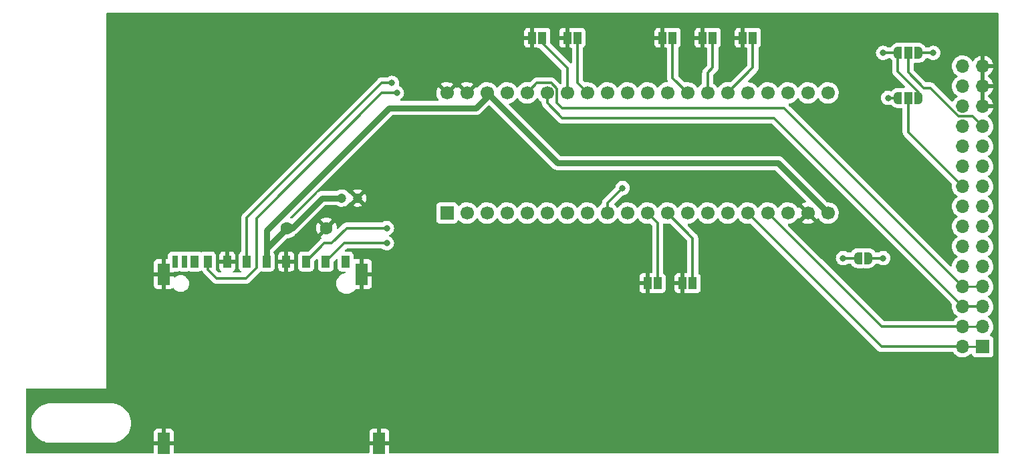
<source format=gbr>
G04 #@! TF.GenerationSoftware,KiCad,Pcbnew,(6.0.0-0)*
G04 #@! TF.CreationDate,2022-04-11T17:58:48+02:00*
G04 #@! TF.ProjectId,ACSI2SD MSTE,41435349-3253-4442-904d-5354452e6b69,1.1*
G04 #@! TF.SameCoordinates,Original*
G04 #@! TF.FileFunction,Copper,L1,Top*
G04 #@! TF.FilePolarity,Positive*
%FSLAX46Y46*%
G04 Gerber Fmt 4.6, Leading zero omitted, Abs format (unit mm)*
G04 Created by KiCad (PCBNEW (6.0.0-0)) date 2022-04-11 17:58:48*
%MOMM*%
%LPD*%
G01*
G04 APERTURE LIST*
G04 Aperture macros list*
%AMFreePoly0*
4,1,22,0.550000,-0.750000,0.000000,-0.750000,0.000000,-0.745033,-0.079941,-0.743568,-0.215256,-0.701293,-0.333266,-0.622738,-0.424486,-0.514219,-0.481581,-0.384460,-0.499164,-0.250000,-0.500000,-0.250000,-0.500000,0.250000,-0.499164,0.250000,-0.499963,0.256109,-0.478152,0.396186,-0.417904,0.524511,-0.324060,0.630769,-0.204165,0.706417,-0.067858,0.745374,0.000000,0.744959,0.000000,0.750000,
0.550000,0.750000,0.550000,-0.750000,0.550000,-0.750000,$1*%
%AMFreePoly1*
4,1,20,0.000000,0.744959,0.073905,0.744508,0.209726,0.703889,0.328688,0.626782,0.421226,0.519385,0.479903,0.390333,0.500000,0.250000,0.500000,-0.250000,0.499851,-0.262216,0.476331,-0.402017,0.414519,-0.529596,0.319384,-0.634700,0.198574,-0.708877,0.061801,-0.746166,0.000000,-0.745033,0.000000,-0.750000,-0.550000,-0.750000,-0.550000,0.750000,0.000000,0.750000,0.000000,0.744959,
0.000000,0.744959,$1*%
%AMFreePoly2*
4,1,22,0.500000,-0.750000,0.000000,-0.750000,0.000000,-0.745033,-0.079941,-0.743568,-0.215256,-0.701293,-0.333266,-0.622738,-0.424486,-0.514219,-0.481581,-0.384460,-0.499164,-0.250000,-0.500000,-0.250000,-0.500000,0.250000,-0.499164,0.250000,-0.499963,0.256109,-0.478152,0.396186,-0.417904,0.524511,-0.324060,0.630769,-0.204165,0.706417,-0.067858,0.745374,0.000000,0.744959,0.000000,0.750000,
0.500000,0.750000,0.500000,-0.750000,0.500000,-0.750000,$1*%
%AMFreePoly3*
4,1,20,0.000000,0.744959,0.073905,0.744508,0.209726,0.703889,0.328688,0.626782,0.421226,0.519385,0.479903,0.390333,0.500000,0.250000,0.500000,-0.250000,0.499851,-0.262216,0.476331,-0.402017,0.414519,-0.529596,0.319384,-0.634700,0.198574,-0.708877,0.061801,-0.746166,0.000000,-0.745033,0.000000,-0.750000,-0.500000,-0.750000,-0.500000,0.750000,0.000000,0.750000,0.000000,0.744959,
0.000000,0.744959,$1*%
G04 Aperture macros list end*
G04 #@! TA.AperFunction,SMDPad,CuDef*
%ADD10R,1.000000X1.500000*%
G04 #@! TD*
G04 #@! TA.AperFunction,ComponentPad*
%ADD11R,1.700000X1.700000*%
G04 #@! TD*
G04 #@! TA.AperFunction,ComponentPad*
%ADD12C,1.700000*%
G04 #@! TD*
G04 #@! TA.AperFunction,SMDPad,CuDef*
%ADD13FreePoly0,0.000000*%
G04 #@! TD*
G04 #@! TA.AperFunction,SMDPad,CuDef*
%ADD14FreePoly1,0.000000*%
G04 #@! TD*
G04 #@! TA.AperFunction,SMDPad,CuDef*
%ADD15R,0.700000X1.500000*%
G04 #@! TD*
G04 #@! TA.AperFunction,SMDPad,CuDef*
%ADD16R,1.500000X2.800000*%
G04 #@! TD*
G04 #@! TA.AperFunction,SMDPad,CuDef*
%ADD17FreePoly2,180.000000*%
G04 #@! TD*
G04 #@! TA.AperFunction,SMDPad,CuDef*
%ADD18FreePoly3,180.000000*%
G04 #@! TD*
G04 #@! TA.AperFunction,ComponentPad*
%ADD19C,1.200000*%
G04 #@! TD*
G04 #@! TA.AperFunction,ComponentPad*
%ADD20C,1.600000*%
G04 #@! TD*
G04 #@! TA.AperFunction,ComponentPad*
%ADD21O,1.700000X1.700000*%
G04 #@! TD*
G04 #@! TA.AperFunction,ViaPad*
%ADD22C,0.800000*%
G04 #@! TD*
G04 #@! TA.AperFunction,Conductor*
%ADD23C,0.380000*%
G04 #@! TD*
G04 #@! TA.AperFunction,Conductor*
%ADD24C,0.250000*%
G04 #@! TD*
G04 #@! TA.AperFunction,Conductor*
%ADD25C,0.762000*%
G04 #@! TD*
G04 APERTURE END LIST*
D10*
G04 #@! TO.P,JP6,1,A*
G04 #@! TO.N,GND*
X169530000Y-135255000D03*
G04 #@! TO.P,JP6,2,B*
G04 #@! TO.N,PB3*
X170830000Y-135255000D03*
G04 #@! TD*
D11*
G04 #@! TO.P,U1,1,PB12*
G04 #@! TO.N,/D4*
X144145000Y-126365000D03*
D12*
G04 #@! TO.P,U1,2,PB13*
G04 #@! TO.N,/D5*
X146685000Y-126365000D03*
G04 #@! TO.P,U1,3,PB14*
G04 #@! TO.N,/D6*
X149225000Y-126365000D03*
G04 #@! TO.P,U1,4,PB15*
G04 #@! TO.N,/D7*
X151765000Y-126365000D03*
G04 #@! TO.P,U1,5,PA8*
G04 #@! TO.N,PA8*
X154305000Y-126365000D03*
G04 #@! TO.P,U1,6,PA9*
G04 #@! TO.N,unconnected-(U1-Pad6)*
X156845000Y-126365000D03*
G04 #@! TO.P,U1,7,PA10*
G04 #@! TO.N,unconnected-(U1-Pad7)*
X159385000Y-126365000D03*
G04 #@! TO.P,U1,8,PA11*
G04 #@! TO.N,/DRQ*
X161925000Y-126365000D03*
G04 #@! TO.P,U1,9,PA12*
G04 #@! TO.N,PA12*
X164465000Y-126365000D03*
G04 #@! TO.P,U1,10,PA15*
G04 #@! TO.N,Net-(JP8-Pad2)*
X167005000Y-126365000D03*
G04 #@! TO.P,U1,11,PB3*
G04 #@! TO.N,PB3*
X169545000Y-126365000D03*
G04 #@! TO.P,U1,12,PB4*
G04 #@! TO.N,PB4*
X172085000Y-126365000D03*
G04 #@! TO.P,U1,13,PB5*
G04 #@! TO.N,unconnected-(U1-Pad13)*
X174625000Y-126365000D03*
G04 #@! TO.P,U1,14,PB6*
G04 #@! TO.N,/A0*
X177165000Y-126365000D03*
G04 #@! TO.P,U1,15,PB7*
G04 #@! TO.N,/CS*
X179705000Y-126365000D03*
G04 #@! TO.P,U1,16,PB8*
G04 #@! TO.N,/D0*
X182245000Y-126365000D03*
G04 #@! TO.P,U1,17,PB9*
G04 #@! TO.N,/D1*
X184785000Y-126365000D03*
G04 #@! TO.P,U1,18,5V*
G04 #@! TO.N,+5V*
X187325000Y-126365000D03*
G04 #@! TO.P,U1,19,GND*
G04 #@! TO.N,GND*
X189865000Y-126365000D03*
G04 #@! TO.P,U1,20,3V3*
G04 #@! TO.N,+3V3*
X192405000Y-126365000D03*
G04 #@! TO.P,U1,21,VBat*
G04 #@! TO.N,unconnected-(U1-Pad21)*
X192405000Y-111125000D03*
G04 #@! TO.P,U1,22,PC13*
G04 #@! TO.N,unconnected-(U1-Pad22)*
X189865000Y-111125000D03*
G04 #@! TO.P,U1,23,PC14*
G04 #@! TO.N,unconnected-(U1-Pad23)*
X187325000Y-111125000D03*
G04 #@! TO.P,U1,24,PC15*
G04 #@! TO.N,unconnected-(U1-Pad24)*
X184785000Y-111125000D03*
G04 #@! TO.P,U1,25,PA0*
G04 #@! TO.N,unconnected-(U1-Pad25)*
X182245000Y-111125000D03*
G04 #@! TO.P,U1,26,PA1*
G04 #@! TO.N,PA1*
X179705000Y-111125000D03*
G04 #@! TO.P,U1,27,PA2*
G04 #@! TO.N,PA2*
X177165000Y-111125000D03*
G04 #@! TO.P,U1,28,PA3*
G04 #@! TO.N,PA3*
X174625000Y-111125000D03*
G04 #@! TO.P,U1,29,PA4*
G04 #@! TO.N,SDCS*
X172085000Y-111125000D03*
G04 #@! TO.P,U1,30,PA5*
G04 #@! TO.N,CLK*
X169545000Y-111125000D03*
G04 #@! TO.P,U1,31,PA6*
G04 #@! TO.N,MISO*
X167005000Y-111125000D03*
G04 #@! TO.P,U1,32,PA7*
G04 #@! TO.N,MOSI*
X164465000Y-111125000D03*
G04 #@! TO.P,U1,33,PB0*
G04 #@! TO.N,PB2*
X161925000Y-111125000D03*
G04 #@! TO.P,U1,34,PB1*
G04 #@! TO.N,PB1*
X159385000Y-111125000D03*
G04 #@! TO.P,U1,35,PB10*
G04 #@! TO.N,/D2*
X156845000Y-111125000D03*
G04 #@! TO.P,U1,36,PB11*
G04 #@! TO.N,/D3*
X154305000Y-111125000D03*
G04 #@! TO.P,U1,37,RST*
G04 #@! TO.N,unconnected-(U1-Pad37)*
X151765000Y-111125000D03*
G04 #@! TO.P,U1,38,3V3*
G04 #@! TO.N,+3V3*
X149225000Y-111125000D03*
G04 #@! TO.P,U1,39,GND*
G04 #@! TO.N,GND*
X146685000Y-111125000D03*
G04 #@! TO.P,U1,40,GND*
X144145000Y-111125000D03*
G04 #@! TD*
D13*
G04 #@! TO.P,JP10,1,A*
G04 #@! TO.N,PA8*
X201265000Y-111760000D03*
D10*
G04 #@! TO.P,JP10,2,C*
G04 #@! TO.N,ACK*
X202565000Y-111760000D03*
D14*
G04 #@! TO.P,JP10,3,B*
G04 #@! TO.N,PA12*
X203865000Y-111760000D03*
G04 #@! TD*
D10*
G04 #@! TO.P,J2,1,CD/DAT3*
G04 #@! TO.N,SDCS*
X128795000Y-132505000D03*
G04 #@! TO.P,J2,2,CMD*
G04 #@! TO.N,MOSI*
X126295000Y-132505000D03*
G04 #@! TO.P,J2,3,VSS1*
G04 #@! TO.N,GND*
X123795000Y-132505000D03*
G04 #@! TO.P,J2,4,VDD1*
G04 #@! TO.N,+3V3*
X121295000Y-132505000D03*
G04 #@! TO.P,J2,5,CLK*
G04 #@! TO.N,CLK*
X118795000Y-132505000D03*
G04 #@! TO.P,J2,6,VSS2*
G04 #@! TO.N,GND*
X116295000Y-132505000D03*
G04 #@! TO.P,J2,7,DAT0*
G04 #@! TO.N,MISO*
X113870000Y-132505000D03*
G04 #@! TO.P,J2,8,DAT1*
G04 #@! TO.N,unconnected-(J2-Pad8)*
X112170000Y-132505000D03*
G04 #@! TO.P,J2,9,DAT2*
G04 #@! TO.N,unconnected-(J2-Pad9)*
X131295000Y-132505000D03*
D15*
G04 #@! TO.P,J2,10,10*
G04 #@! TO.N,unconnected-(J2-Pad10)*
X110870000Y-132505000D03*
G04 #@! TO.P,J2,11,11*
G04 #@! TO.N,unconnected-(J2-Pad11)*
X109670000Y-132505000D03*
D16*
G04 #@! TO.P,J2,MP1,MP1*
G04 #@! TO.N,GND*
X108270000Y-134105000D03*
G04 #@! TO.P,J2,MP2,MP2*
X133371000Y-134105000D03*
G04 #@! TO.P,J2,MP3,MP3*
X108270000Y-155605000D03*
G04 #@! TO.P,J2,MP4,MP4*
X135570000Y-155605000D03*
G04 #@! TD*
D10*
G04 #@! TO.P,JP1,1,A*
G04 #@! TO.N,GND*
X181595000Y-104140000D03*
G04 #@! TO.P,JP1,2,B*
G04 #@! TO.N,PA1*
X182895000Y-104140000D03*
G04 #@! TD*
D17*
G04 #@! TO.P,JP8,1,A*
G04 #@! TO.N,/RST*
X197500000Y-132080000D03*
D18*
G04 #@! TO.P,JP8,2,B*
G04 #@! TO.N,Net-(JP8-Pad2)*
X196200000Y-132080000D03*
G04 #@! TD*
D10*
G04 #@! TO.P,JP2,1,A*
G04 #@! TO.N,GND*
X176515000Y-104140000D03*
G04 #@! TO.P,JP2,2,B*
G04 #@! TO.N,PA2*
X177815000Y-104140000D03*
G04 #@! TD*
D13*
G04 #@! TO.P,JP9,1,A*
G04 #@! TO.N,PA12*
X201265000Y-106045000D03*
D10*
G04 #@! TO.P,JP9,2,C*
G04 #@! TO.N,XHDINT*
X202565000Y-106045000D03*
D14*
G04 #@! TO.P,JP9,3,B*
G04 #@! TO.N,PA8*
X203865000Y-106045000D03*
G04 #@! TD*
D19*
G04 #@! TO.P,C2,1*
G04 #@! TO.N,+3V3*
X130810000Y-124460000D03*
G04 #@! TO.P,C2,2*
G04 #@! TO.N,GND*
X132810000Y-124460000D03*
G04 #@! TD*
D10*
G04 #@! TO.P,JP3,1,A*
G04 #@! TO.N,GND*
X171435000Y-104140000D03*
G04 #@! TO.P,JP3,2,B*
G04 #@! TO.N,PA3*
X172735000Y-104140000D03*
G04 #@! TD*
D20*
G04 #@! TO.P,C1,1*
G04 #@! TO.N,+3V3*
X123865000Y-128270000D03*
G04 #@! TO.P,C1,2*
G04 #@! TO.N,GND*
X128865000Y-128270000D03*
G04 #@! TD*
D10*
G04 #@! TO.P,JP4,1,A*
G04 #@! TO.N,GND*
X154925000Y-104140000D03*
G04 #@! TO.P,JP4,2,B*
G04 #@! TO.N,PB1*
X156225000Y-104140000D03*
G04 #@! TD*
G04 #@! TO.P,JP7,1,A*
G04 #@! TO.N,GND*
X173975000Y-135255000D03*
G04 #@! TO.P,JP7,2,B*
G04 #@! TO.N,PB4*
X175275000Y-135255000D03*
G04 #@! TD*
G04 #@! TO.P,JP5,1,A*
G04 #@! TO.N,GND*
X159370000Y-104140000D03*
G04 #@! TO.P,JP5,2,B*
G04 #@! TO.N,PB2*
X160670000Y-104140000D03*
G04 #@! TD*
D11*
G04 #@! TO.P,J1,1,Pin_1*
G04 #@! TO.N,/D0*
X212000000Y-143300000D03*
D21*
G04 #@! TO.P,J1,2,Pin_2*
X209460000Y-143300000D03*
G04 #@! TO.P,J1,3,Pin_3*
G04 #@! TO.N,/D1*
X212000000Y-140760000D03*
G04 #@! TO.P,J1,4,Pin_4*
X209460000Y-140760000D03*
G04 #@! TO.P,J1,5,Pin_5*
G04 #@! TO.N,/D2*
X212000000Y-138220000D03*
G04 #@! TO.P,J1,6,Pin_6*
X209460000Y-138220000D03*
G04 #@! TO.P,J1,7,Pin_7*
G04 #@! TO.N,/D3*
X212000000Y-135680000D03*
G04 #@! TO.P,J1,8,Pin_8*
X209460000Y-135680000D03*
G04 #@! TO.P,J1,9,Pin_9*
G04 #@! TO.N,/D4*
X212000000Y-133140000D03*
G04 #@! TO.P,J1,10,Pin_10*
X209460000Y-133140000D03*
G04 #@! TO.P,J1,11,Pin_11*
G04 #@! TO.N,/D5*
X212000000Y-130600000D03*
G04 #@! TO.P,J1,12,Pin_12*
X209460000Y-130600000D03*
G04 #@! TO.P,J1,13,Pin_13*
G04 #@! TO.N,/D6*
X212000000Y-128060000D03*
G04 #@! TO.P,J1,14,Pin_14*
X209460000Y-128060000D03*
G04 #@! TO.P,J1,15,Pin_15*
G04 #@! TO.N,/D7*
X212000000Y-125520000D03*
G04 #@! TO.P,J1,16,Pin_16*
X209460000Y-125520000D03*
G04 #@! TO.P,J1,17,Pin_17*
G04 #@! TO.N,/RST*
X212000000Y-122980000D03*
G04 #@! TO.P,J1,18,Pin_18*
G04 #@! TO.N,ACK*
X209460000Y-122980000D03*
G04 #@! TO.P,J1,19,Pin_19*
G04 #@! TO.N,/CS*
X212000000Y-120440000D03*
G04 #@! TO.P,J1,20,Pin_20*
G04 #@! TO.N,/A0*
X209460000Y-120440000D03*
G04 #@! TO.P,J1,21,Pin_21*
G04 #@! TO.N,unconnected-(J1-Pad21)*
X212000000Y-117900000D03*
G04 #@! TO.P,J1,22,Pin_22*
G04 #@! TO.N,/DRQ*
X209460000Y-117900000D03*
G04 #@! TO.P,J1,23,Pin_23*
G04 #@! TO.N,XHDINT*
X212000000Y-115360000D03*
G04 #@! TO.P,J1,24,Pin_24*
G04 #@! TO.N,unconnected-(J1-Pad24)*
X209460000Y-115360000D03*
G04 #@! TO.P,J1,25,Pin_25*
G04 #@! TO.N,GND*
X212000000Y-112820000D03*
G04 #@! TO.P,J1,26,Pin_26*
G04 #@! TO.N,+5V*
X209460000Y-112820000D03*
G04 #@! TO.P,J1,27,Pin_27*
G04 #@! TO.N,GND*
X212000000Y-110280000D03*
G04 #@! TO.P,J1,28,Pin_28*
G04 #@! TO.N,+5V*
X209460000Y-110280000D03*
G04 #@! TO.P,J1,29,Pin_29*
G04 #@! TO.N,GND*
X212000000Y-107740000D03*
G04 #@! TO.P,J1,30,Pin_30*
G04 #@! TO.N,+5V*
X209460000Y-107740000D03*
G04 #@! TD*
D22*
G04 #@! TO.N,PA8*
X205740000Y-106045000D03*
G04 #@! TO.N,PA12*
X199390000Y-106045000D03*
G04 #@! TO.N,PA8*
X200025000Y-111760000D03*
G04 #@! TO.N,Net-(JP8-Pad2)*
X194310000Y-132080000D03*
G04 #@! TO.N,/RST*
X199390000Y-132080000D03*
G04 #@! TO.N,PA12*
X166370000Y-123190000D03*
G04 #@! TO.N,MOSI*
X136525000Y-128270000D03*
G04 #@! TO.N,MISO*
X137795000Y-111125000D03*
G04 #@! TO.N,CLK*
X137160000Y-109855000D03*
G04 #@! TO.N,SDCS*
X136525000Y-130175000D03*
G04 #@! TD*
D23*
G04 #@! TO.N,XHDINT*
X208946577Y-114059511D02*
X210699511Y-114059511D01*
X202565000Y-108500866D02*
X204554134Y-110490000D01*
X204554134Y-110490000D02*
X205377066Y-110490000D01*
X202565000Y-106045000D02*
X202565000Y-108500866D01*
X205377066Y-110490000D02*
X208946577Y-114059511D01*
X210699511Y-114059511D02*
X212000000Y-115360000D01*
G04 #@! TO.N,PA8*
X203865000Y-106045000D02*
X205740000Y-106045000D01*
G04 #@! TO.N,PA12*
X199390000Y-106045000D02*
X201265000Y-106045000D01*
X201265000Y-106045000D02*
X201265000Y-108430978D01*
X201265000Y-108430978D02*
X203865000Y-111030978D01*
X203865000Y-111030978D02*
X203865000Y-111760000D01*
G04 #@! TO.N,PA8*
X201265000Y-111760000D02*
X200025000Y-111760000D01*
G04 #@! TO.N,ACK*
X202565000Y-111760000D02*
X202565000Y-116085000D01*
X202565000Y-116085000D02*
X209460000Y-122980000D01*
G04 #@! TO.N,Net-(JP8-Pad2)*
X196200000Y-132080000D02*
X194310000Y-132080000D01*
G04 #@! TO.N,/RST*
X197500000Y-132080000D02*
X199390000Y-132080000D01*
G04 #@! TO.N,/D0*
X199180000Y-143300000D02*
X209460000Y-143300000D01*
X182245000Y-126365000D02*
X199180000Y-143300000D01*
D24*
X212000000Y-143300000D02*
X209460000Y-143300000D01*
G04 #@! TO.N,/D1*
X212000000Y-140760000D02*
X209460000Y-140760000D01*
D23*
X199180000Y-140760000D02*
X209460000Y-140760000D01*
X184785000Y-126365000D02*
X199180000Y-140760000D01*
G04 #@! TO.N,/D2*
X158750000Y-114300000D02*
X185540000Y-114300000D01*
X185540000Y-114300000D02*
X209460000Y-138220000D01*
X212000000Y-138220000D02*
X209460000Y-138220000D01*
X156845000Y-111125000D02*
X156845000Y-112395000D01*
X156845000Y-112395000D02*
X158750000Y-114300000D01*
G04 #@! TO.N,/D3*
X158084511Y-110611577D02*
X158084511Y-112364511D01*
D24*
X212000000Y-135680000D02*
X209460000Y-135680000D01*
D23*
X157358423Y-109885489D02*
X158084511Y-110611577D01*
X158750000Y-113030000D02*
X186810000Y-113030000D01*
X186810000Y-113030000D02*
X209460000Y-135680000D01*
X158084511Y-112364511D02*
X158750000Y-113030000D01*
X155544511Y-109885489D02*
X157358423Y-109885489D01*
X154305000Y-111125000D02*
X155544511Y-109885489D01*
G04 #@! TO.N,PA12*
X164465000Y-125095000D02*
X164465000Y-126365000D01*
X166370000Y-123190000D02*
X164465000Y-125095000D01*
D25*
G04 #@! TO.N,+3V3*
X149225000Y-111638005D02*
X147833005Y-113030000D01*
X130810000Y-124460000D02*
X128310000Y-124460000D01*
X128310000Y-124460000D02*
X124500000Y-128270000D01*
X149225000Y-111125000D02*
X158115000Y-120015000D01*
X158115000Y-120015000D02*
X186055000Y-120015000D01*
X121295000Y-128577500D02*
X121295000Y-132505000D01*
X124500000Y-128270000D02*
X123865000Y-128270000D01*
X149225000Y-111125000D02*
X149225000Y-111638005D01*
X123865000Y-128270000D02*
X121295000Y-130840000D01*
X186055000Y-120015000D02*
X192405000Y-126365000D01*
X136842500Y-113030000D02*
X121295000Y-128577500D01*
X147833005Y-113030000D02*
X136842500Y-113030000D01*
X121295000Y-130840000D02*
X121295000Y-132505000D01*
D23*
G04 #@! TO.N,MOSI*
X131445000Y-128270000D02*
X129540000Y-130175000D01*
X128625000Y-130175000D02*
X126295000Y-132505000D01*
X129540000Y-130175000D02*
X128625000Y-130175000D01*
X136525000Y-128270000D02*
X131445000Y-128270000D01*
G04 #@! TO.N,MISO*
X118709022Y-134620000D02*
X114935000Y-134620000D01*
X137795000Y-111125000D02*
X135890000Y-111125000D01*
X113870000Y-133555000D02*
X114935000Y-134620000D01*
X120015000Y-127000000D02*
X120015000Y-133314022D01*
X120015000Y-133314022D02*
X118709022Y-134620000D01*
X113870000Y-132505000D02*
X113870000Y-133555000D01*
X135890000Y-111125000D02*
X120015000Y-127000000D01*
G04 #@! TO.N,CLK*
X137160000Y-109855000D02*
X135890000Y-109855000D01*
X135890000Y-109855000D02*
X118795000Y-126950000D01*
X118795000Y-126950000D02*
X118795000Y-132505000D01*
G04 #@! TO.N,SDCS*
X131125000Y-130175000D02*
X128795000Y-132505000D01*
X136525000Y-130175000D02*
X131125000Y-130175000D01*
G04 #@! TO.N,PB1*
X156225000Y-104775000D02*
X156225000Y-104790000D01*
X156225000Y-104790000D02*
X159385000Y-107950000D01*
X159385000Y-107950000D02*
X159385000Y-111125000D01*
G04 #@! TO.N,PB2*
X160670000Y-104775000D02*
X160670000Y-109870000D01*
X160670000Y-109870000D02*
X161925000Y-111125000D01*
G04 #@! TO.N,PA3*
X172735000Y-109235000D02*
X174625000Y-111125000D01*
X172735000Y-104140000D02*
X172735000Y-109235000D01*
G04 #@! TO.N,PA2*
X177815000Y-104140000D02*
X177815000Y-107935000D01*
X177165000Y-108585000D02*
X177165000Y-111125000D01*
X177815000Y-107935000D02*
X177165000Y-108585000D01*
G04 #@! TO.N,PA1*
X182895000Y-104140000D02*
X182895000Y-107935000D01*
X182895000Y-107935000D02*
X179705000Y-111125000D01*
G04 #@! TO.N,PB4*
X172085000Y-126365000D02*
X175275000Y-129555000D01*
X175275000Y-129555000D02*
X175275000Y-135255000D01*
G04 #@! TO.N,PB3*
X170830000Y-127650000D02*
X170830000Y-135255000D01*
X169545000Y-126365000D02*
X170830000Y-127650000D01*
G04 #@! TD*
G04 #@! TA.AperFunction,Conductor*
G04 #@! TO.N,GND*
G36*
X213937121Y-100985002D02*
G01*
X213983614Y-101038658D01*
X213995000Y-101091000D01*
X213995000Y-156719000D01*
X213974998Y-156787121D01*
X213921342Y-156833614D01*
X213869000Y-156845000D01*
X136954000Y-156845000D01*
X136885879Y-156824998D01*
X136839386Y-156771342D01*
X136828000Y-156719000D01*
X136828000Y-155877115D01*
X136823525Y-155861876D01*
X136822135Y-155860671D01*
X136814452Y-155859000D01*
X134330116Y-155859000D01*
X134314877Y-155863475D01*
X134313672Y-155864865D01*
X134312001Y-155872548D01*
X134312001Y-156719000D01*
X134291999Y-156787121D01*
X134238343Y-156833614D01*
X134186001Y-156845000D01*
X109654000Y-156845000D01*
X109585879Y-156824998D01*
X109539386Y-156771342D01*
X109528000Y-156719000D01*
X109528000Y-155877115D01*
X109523525Y-155861876D01*
X109522135Y-155860671D01*
X109514452Y-155859000D01*
X107030116Y-155859000D01*
X107014877Y-155863475D01*
X107013672Y-155864865D01*
X107012001Y-155872548D01*
X107012001Y-156719000D01*
X106991999Y-156787121D01*
X106938343Y-156833614D01*
X106886001Y-156845000D01*
X90931000Y-156845000D01*
X90862879Y-156824998D01*
X90816386Y-156771342D01*
X90805000Y-156719000D01*
X90805000Y-153000000D01*
X91467416Y-153000000D01*
X91485736Y-153302859D01*
X91540427Y-153601301D01*
X91541559Y-153604933D01*
X91541559Y-153604934D01*
X91571642Y-153701475D01*
X91630693Y-153890975D01*
X91755217Y-154167656D01*
X91912184Y-154427310D01*
X91914525Y-154430298D01*
X91914527Y-154430301D01*
X91962865Y-154492000D01*
X92099304Y-154666151D01*
X92313849Y-154880696D01*
X92552690Y-155067816D01*
X92555944Y-155069783D01*
X92809083Y-155222812D01*
X92809087Y-155222814D01*
X92812344Y-155224783D01*
X92950684Y-155287045D01*
X93085549Y-155347743D01*
X93085555Y-155347745D01*
X93089025Y-155349307D01*
X93378699Y-155439573D01*
X93677141Y-155494264D01*
X93680933Y-155494493D01*
X93680938Y-155494494D01*
X93802716Y-155501860D01*
X93949220Y-155510722D01*
X93962503Y-155512237D01*
X93967461Y-155513071D01*
X93973959Y-155513150D01*
X93975141Y-155513165D01*
X93975145Y-155513165D01*
X93980000Y-155513224D01*
X94007588Y-155509273D01*
X94025451Y-155508000D01*
X101546793Y-155508000D01*
X101567697Y-155509746D01*
X101587461Y-155513071D01*
X101593651Y-155513147D01*
X101595136Y-155513165D01*
X101595141Y-155513165D01*
X101600000Y-155513224D01*
X101604810Y-155512535D01*
X101607301Y-155512373D01*
X101612890Y-155511804D01*
X101687496Y-155507291D01*
X101899062Y-155494494D01*
X101899067Y-155494493D01*
X101902859Y-155494264D01*
X102201301Y-155439573D01*
X102490975Y-155349307D01*
X102494445Y-155347745D01*
X102494451Y-155347743D01*
X102527464Y-155332885D01*
X107012000Y-155332885D01*
X107016475Y-155348124D01*
X107017865Y-155349329D01*
X107025548Y-155351000D01*
X107997885Y-155351000D01*
X108013124Y-155346525D01*
X108014329Y-155345135D01*
X108016000Y-155337452D01*
X108016000Y-155332885D01*
X108524000Y-155332885D01*
X108528475Y-155348124D01*
X108529865Y-155349329D01*
X108537548Y-155351000D01*
X109509884Y-155351000D01*
X109525123Y-155346525D01*
X109526328Y-155345135D01*
X109527999Y-155337452D01*
X109527999Y-155332885D01*
X134312000Y-155332885D01*
X134316475Y-155348124D01*
X134317865Y-155349329D01*
X134325548Y-155351000D01*
X135297885Y-155351000D01*
X135313124Y-155346525D01*
X135314329Y-155345135D01*
X135316000Y-155337452D01*
X135316000Y-155332885D01*
X135824000Y-155332885D01*
X135828475Y-155348124D01*
X135829865Y-155349329D01*
X135837548Y-155351000D01*
X136809884Y-155351000D01*
X136825123Y-155346525D01*
X136826328Y-155345135D01*
X136827999Y-155337452D01*
X136827999Y-154160331D01*
X136827629Y-154153510D01*
X136822105Y-154102648D01*
X136818479Y-154087396D01*
X136773324Y-153966946D01*
X136764786Y-153951351D01*
X136688285Y-153849276D01*
X136675724Y-153836715D01*
X136573649Y-153760214D01*
X136558054Y-153751676D01*
X136437606Y-153706522D01*
X136422351Y-153702895D01*
X136371486Y-153697369D01*
X136364672Y-153697000D01*
X135842115Y-153697000D01*
X135826876Y-153701475D01*
X135825671Y-153702865D01*
X135824000Y-153710548D01*
X135824000Y-155332885D01*
X135316000Y-155332885D01*
X135316000Y-153715116D01*
X135311525Y-153699877D01*
X135310135Y-153698672D01*
X135302452Y-153697001D01*
X134775331Y-153697001D01*
X134768510Y-153697371D01*
X134717648Y-153702895D01*
X134702396Y-153706521D01*
X134581946Y-153751676D01*
X134566351Y-153760214D01*
X134464276Y-153836715D01*
X134451715Y-153849276D01*
X134375214Y-153951351D01*
X134366676Y-153966946D01*
X134321522Y-154087394D01*
X134317895Y-154102649D01*
X134312369Y-154153514D01*
X134312000Y-154160328D01*
X134312000Y-155332885D01*
X109527999Y-155332885D01*
X109527999Y-154160331D01*
X109527629Y-154153510D01*
X109522105Y-154102648D01*
X109518479Y-154087396D01*
X109473324Y-153966946D01*
X109464786Y-153951351D01*
X109388285Y-153849276D01*
X109375724Y-153836715D01*
X109273649Y-153760214D01*
X109258054Y-153751676D01*
X109137606Y-153706522D01*
X109122351Y-153702895D01*
X109071486Y-153697369D01*
X109064672Y-153697000D01*
X108542115Y-153697000D01*
X108526876Y-153701475D01*
X108525671Y-153702865D01*
X108524000Y-153710548D01*
X108524000Y-155332885D01*
X108016000Y-155332885D01*
X108016000Y-153715116D01*
X108011525Y-153699877D01*
X108010135Y-153698672D01*
X108002452Y-153697001D01*
X107475331Y-153697001D01*
X107468510Y-153697371D01*
X107417648Y-153702895D01*
X107402396Y-153706521D01*
X107281946Y-153751676D01*
X107266351Y-153760214D01*
X107164276Y-153836715D01*
X107151715Y-153849276D01*
X107075214Y-153951351D01*
X107066676Y-153966946D01*
X107021522Y-154087394D01*
X107017895Y-154102649D01*
X107012369Y-154153514D01*
X107012000Y-154160328D01*
X107012000Y-155332885D01*
X102527464Y-155332885D01*
X102629316Y-155287045D01*
X102767656Y-155224783D01*
X102770913Y-155222814D01*
X102770917Y-155222812D01*
X103024056Y-155069783D01*
X103027310Y-155067816D01*
X103266151Y-154880696D01*
X103480696Y-154666151D01*
X103617135Y-154492000D01*
X103665473Y-154430301D01*
X103665475Y-154430298D01*
X103667816Y-154427310D01*
X103824783Y-154167656D01*
X103949307Y-153890975D01*
X104008358Y-153701475D01*
X104038441Y-153604934D01*
X104038441Y-153604933D01*
X104039573Y-153601301D01*
X104094264Y-153302859D01*
X104112584Y-153000000D01*
X104094264Y-152697141D01*
X104039573Y-152398699D01*
X103949307Y-152109025D01*
X103824783Y-151832344D01*
X103667816Y-151572690D01*
X103618420Y-151509640D01*
X103610882Y-151500019D01*
X103480696Y-151333849D01*
X103266151Y-151119304D01*
X103027310Y-150932184D01*
X102959611Y-150891258D01*
X102770917Y-150777188D01*
X102770913Y-150777186D01*
X102767656Y-150775217D01*
X102629316Y-150712955D01*
X102494451Y-150652257D01*
X102494445Y-150652255D01*
X102490975Y-150650693D01*
X102201301Y-150560427D01*
X101902859Y-150505736D01*
X101899067Y-150505507D01*
X101899062Y-150505506D01*
X101777283Y-150498140D01*
X101630780Y-150489278D01*
X101617497Y-150487763D01*
X101612539Y-150486929D01*
X101606041Y-150486850D01*
X101604859Y-150486835D01*
X101604855Y-150486835D01*
X101600000Y-150486776D01*
X101575715Y-150490254D01*
X101572412Y-150490727D01*
X101554549Y-150492000D01*
X94033207Y-150492000D01*
X94012303Y-150490254D01*
X94004100Y-150488874D01*
X93992539Y-150486929D01*
X93986349Y-150486853D01*
X93984864Y-150486835D01*
X93984859Y-150486835D01*
X93980000Y-150486776D01*
X93975190Y-150487465D01*
X93972699Y-150487627D01*
X93967110Y-150488196D01*
X93925264Y-150490727D01*
X93680938Y-150505506D01*
X93680933Y-150505507D01*
X93677141Y-150505736D01*
X93378699Y-150560427D01*
X93089025Y-150650693D01*
X93085555Y-150652255D01*
X93085549Y-150652257D01*
X92950684Y-150712955D01*
X92812344Y-150775217D01*
X92809087Y-150777186D01*
X92809083Y-150777188D01*
X92620389Y-150891258D01*
X92552690Y-150932184D01*
X92313849Y-151119304D01*
X92099304Y-151333849D01*
X91969118Y-151500019D01*
X91961581Y-151509640D01*
X91912184Y-151572690D01*
X91755217Y-151832344D01*
X91630693Y-152109025D01*
X91540427Y-152398699D01*
X91485736Y-152697141D01*
X91467416Y-153000000D01*
X90805000Y-153000000D01*
X90805000Y-148716000D01*
X90825002Y-148647879D01*
X90878658Y-148601386D01*
X90931000Y-148590000D01*
X100965000Y-148590000D01*
X100965000Y-135549669D01*
X107012001Y-135549669D01*
X107012371Y-135556490D01*
X107017895Y-135607352D01*
X107021521Y-135622604D01*
X107066676Y-135743054D01*
X107075214Y-135758649D01*
X107151715Y-135860724D01*
X107164276Y-135873285D01*
X107266351Y-135949786D01*
X107281946Y-135958324D01*
X107402394Y-136003478D01*
X107417649Y-136007105D01*
X107468514Y-136012631D01*
X107475328Y-136013000D01*
X107997885Y-136013000D01*
X108013124Y-136008525D01*
X108014329Y-136007135D01*
X108016000Y-135999452D01*
X108016000Y-135994884D01*
X108524000Y-135994884D01*
X108528475Y-136010123D01*
X108529865Y-136011328D01*
X108537548Y-136012999D01*
X109064669Y-136012999D01*
X109071490Y-136012629D01*
X109122352Y-136007105D01*
X109137604Y-136003479D01*
X109258054Y-135958324D01*
X109273649Y-135949786D01*
X109368081Y-135879013D01*
X109434588Y-135854165D01*
X109503970Y-135869218D01*
X109541842Y-135900887D01*
X109661071Y-136049177D01*
X109820089Y-136182609D01*
X109825481Y-136185573D01*
X109825485Y-136185576D01*
X109958405Y-136258649D01*
X110001995Y-136282613D01*
X110199861Y-136345379D01*
X110205978Y-136346065D01*
X110205982Y-136346066D01*
X110282598Y-136354659D01*
X110361413Y-136363500D01*
X110473237Y-136363500D01*
X110476293Y-136363200D01*
X110476300Y-136363200D01*
X110621466Y-136348966D01*
X110621469Y-136348965D01*
X110627592Y-136348365D01*
X110763605Y-136307301D01*
X110820407Y-136290152D01*
X110820410Y-136290151D01*
X110826315Y-136288368D01*
X110833635Y-136284476D01*
X111004153Y-136193809D01*
X111004155Y-136193808D01*
X111009599Y-136190913D01*
X111093354Y-136122604D01*
X111165689Y-136063610D01*
X111165692Y-136063607D01*
X111170464Y-136059715D01*
X111175909Y-136053134D01*
X111298855Y-135904518D01*
X111302783Y-135899770D01*
X111305714Y-135894350D01*
X111398584Y-135722590D01*
X111398586Y-135722585D01*
X111401514Y-135717170D01*
X111462898Y-135518871D01*
X111463760Y-135510671D01*
X111483952Y-135318554D01*
X111483952Y-135318552D01*
X111484596Y-135312425D01*
X111473211Y-135187328D01*
X111466341Y-135111836D01*
X111466340Y-135111833D01*
X111465782Y-135105697D01*
X111463893Y-135099277D01*
X111408912Y-134912469D01*
X111407173Y-134906560D01*
X111311001Y-134722600D01*
X111180929Y-134560823D01*
X111168371Y-134550285D01*
X111053043Y-134453514D01*
X111021911Y-134427391D01*
X111016519Y-134424427D01*
X111016515Y-134424424D01*
X110845402Y-134330354D01*
X110840005Y-134327387D01*
X110642139Y-134264621D01*
X110636022Y-134263935D01*
X110636018Y-134263934D01*
X110559402Y-134255341D01*
X110480587Y-134246500D01*
X110368763Y-134246500D01*
X110365707Y-134246800D01*
X110365700Y-134246800D01*
X110220534Y-134261034D01*
X110220531Y-134261035D01*
X110214408Y-134261635D01*
X110082454Y-134301474D01*
X110021593Y-134319848D01*
X110021590Y-134319849D01*
X110015685Y-134321632D01*
X110010240Y-134324527D01*
X110010238Y-134324528D01*
X109837847Y-134416191D01*
X109837845Y-134416192D01*
X109832401Y-134419087D01*
X109733635Y-134499638D01*
X109668204Y-134527192D01*
X109598263Y-134514997D01*
X109546018Y-134466924D01*
X109528000Y-134401995D01*
X109528000Y-134377115D01*
X109523525Y-134361876D01*
X109522135Y-134360671D01*
X109514452Y-134359000D01*
X108542115Y-134359000D01*
X108526876Y-134363475D01*
X108525671Y-134364865D01*
X108524000Y-134372548D01*
X108524000Y-135994884D01*
X108016000Y-135994884D01*
X108016000Y-134377115D01*
X108011525Y-134361876D01*
X108010135Y-134360671D01*
X108002452Y-134359000D01*
X107030116Y-134359000D01*
X107014877Y-134363475D01*
X107013672Y-134364865D01*
X107012001Y-134372548D01*
X107012001Y-135549669D01*
X100965000Y-135549669D01*
X100965000Y-133832885D01*
X107012000Y-133832885D01*
X107016475Y-133848124D01*
X107017865Y-133849329D01*
X107025548Y-133851000D01*
X107997885Y-133851000D01*
X108013124Y-133846525D01*
X108014329Y-133845135D01*
X108016000Y-133837452D01*
X108016000Y-133832885D01*
X108524000Y-133832885D01*
X108528475Y-133848124D01*
X108529865Y-133849329D01*
X108537548Y-133851000D01*
X109509884Y-133851000D01*
X109525123Y-133846525D01*
X109541946Y-133827111D01*
X109556528Y-133800405D01*
X109618840Y-133766380D01*
X109645624Y-133763500D01*
X110068134Y-133763500D01*
X110130316Y-133756745D01*
X110137712Y-133753973D01*
X110137718Y-133753971D01*
X110225771Y-133720961D01*
X110296578Y-133715778D01*
X110314229Y-133720961D01*
X110402282Y-133753971D01*
X110402288Y-133753973D01*
X110409684Y-133756745D01*
X110471866Y-133763500D01*
X111268134Y-133763500D01*
X111272746Y-133762999D01*
X111322466Y-133757598D01*
X111322468Y-133757598D01*
X111330316Y-133756745D01*
X111337709Y-133753973D01*
X111337711Y-133753973D01*
X111400771Y-133730333D01*
X111471578Y-133725150D01*
X111489229Y-133730333D01*
X111552289Y-133753973D01*
X111552291Y-133753973D01*
X111559684Y-133756745D01*
X111567532Y-133757598D01*
X111567534Y-133757598D01*
X111617254Y-133762999D01*
X111621866Y-133763500D01*
X112718134Y-133763500D01*
X112780316Y-133756745D01*
X112916705Y-133705615D01*
X112944436Y-133684832D01*
X113010943Y-133659985D01*
X113080325Y-133675039D01*
X113095564Y-133684832D01*
X113123295Y-133705615D01*
X113131697Y-133708765D01*
X113131701Y-133708767D01*
X113133305Y-133709368D01*
X113134664Y-133710389D01*
X113139574Y-133713077D01*
X113139186Y-133713786D01*
X113190069Y-133752010D01*
X113204447Y-133776704D01*
X113221702Y-133816012D01*
X113224195Y-133822118D01*
X113243756Y-133873885D01*
X113243758Y-133873889D01*
X113246441Y-133880989D01*
X113250743Y-133887249D01*
X113252428Y-133890471D01*
X113259470Y-133903123D01*
X113261305Y-133906226D01*
X113264356Y-133913176D01*
X113268978Y-133919199D01*
X113268980Y-133919203D01*
X113302672Y-133963112D01*
X113306549Y-133968448D01*
X113337896Y-134014059D01*
X113337899Y-134014063D01*
X113342199Y-134020319D01*
X113347867Y-134025369D01*
X113347868Y-134025370D01*
X113388027Y-134061150D01*
X113393303Y-134066132D01*
X114420872Y-135093700D01*
X114426726Y-135099965D01*
X114464180Y-135142899D01*
X114515687Y-135179099D01*
X114520982Y-135183032D01*
X114570500Y-135221859D01*
X114577424Y-135224985D01*
X114580521Y-135226861D01*
X114593118Y-135234046D01*
X114596281Y-135235742D01*
X114602499Y-135240112D01*
X114609579Y-135242872D01*
X114609582Y-135242874D01*
X114661147Y-135262978D01*
X114667218Y-135265529D01*
X114724586Y-135291432D01*
X114732048Y-135292815D01*
X114735487Y-135293893D01*
X114749405Y-135297857D01*
X114752929Y-135298762D01*
X114760014Y-135301524D01*
X114767549Y-135302516D01*
X114822409Y-135309739D01*
X114828923Y-135310771D01*
X114883350Y-135320858D01*
X114883351Y-135320858D01*
X114890818Y-135322242D01*
X114898398Y-135321805D01*
X114898399Y-135321805D01*
X114952086Y-135318709D01*
X114959340Y-135318500D01*
X118680463Y-135318500D01*
X118689032Y-135318792D01*
X118738271Y-135322149D01*
X118738275Y-135322149D01*
X118745847Y-135322665D01*
X118753324Y-135321360D01*
X118753326Y-135321360D01*
X118804520Y-135312425D01*
X118807864Y-135311841D01*
X118814382Y-135310880D01*
X118876861Y-135303319D01*
X118883967Y-135300634D01*
X118887504Y-135299765D01*
X118901430Y-135295955D01*
X118904905Y-135294906D01*
X118912394Y-135293599D01*
X118970034Y-135268297D01*
X118976140Y-135265805D01*
X119027907Y-135246244D01*
X119027911Y-135246242D01*
X119035011Y-135243559D01*
X119041271Y-135239257D01*
X119044493Y-135237572D01*
X119057145Y-135230530D01*
X119060248Y-135228695D01*
X119067198Y-135225644D01*
X119073221Y-135221022D01*
X119073225Y-135221020D01*
X119117134Y-135187328D01*
X119122470Y-135183451D01*
X119168081Y-135152104D01*
X119168085Y-135152101D01*
X119174341Y-135147801D01*
X119183808Y-135137176D01*
X119215172Y-135101973D01*
X119220154Y-135096697D01*
X120488700Y-133828150D01*
X120494965Y-133822296D01*
X120520687Y-133799857D01*
X120537899Y-133784842D01*
X120538105Y-133784548D01*
X120595924Y-133748926D01*
X120669560Y-133752320D01*
X120669602Y-133752145D01*
X120670527Y-133752365D01*
X120673347Y-133752495D01*
X120677289Y-133753973D01*
X120677291Y-133753973D01*
X120684684Y-133756745D01*
X120692532Y-133757598D01*
X120692534Y-133757598D01*
X120742254Y-133762999D01*
X120746866Y-133763500D01*
X121843134Y-133763500D01*
X121905316Y-133756745D01*
X122041705Y-133705615D01*
X122158261Y-133618261D01*
X122245615Y-133501705D01*
X122296745Y-133365316D01*
X122303500Y-133303134D01*
X122303500Y-133299669D01*
X122787001Y-133299669D01*
X122787371Y-133306490D01*
X122792895Y-133357352D01*
X122796521Y-133372604D01*
X122841676Y-133493054D01*
X122850214Y-133508649D01*
X122926715Y-133610724D01*
X122939276Y-133623285D01*
X123041351Y-133699786D01*
X123056946Y-133708324D01*
X123177394Y-133753478D01*
X123192649Y-133757105D01*
X123243514Y-133762631D01*
X123250328Y-133763000D01*
X123522885Y-133763000D01*
X123538124Y-133758525D01*
X123539329Y-133757135D01*
X123541000Y-133749452D01*
X123541000Y-133744884D01*
X124049000Y-133744884D01*
X124053475Y-133760123D01*
X124054865Y-133761328D01*
X124062548Y-133762999D01*
X124339669Y-133762999D01*
X124346490Y-133762629D01*
X124397352Y-133757105D01*
X124412604Y-133753479D01*
X124533054Y-133708324D01*
X124548649Y-133699786D01*
X124650724Y-133623285D01*
X124663285Y-133610724D01*
X124739786Y-133508649D01*
X124748324Y-133493054D01*
X124793478Y-133372606D01*
X124797105Y-133357351D01*
X124802631Y-133306486D01*
X124802813Y-133303134D01*
X125286500Y-133303134D01*
X125293255Y-133365316D01*
X125344385Y-133501705D01*
X125431739Y-133618261D01*
X125548295Y-133705615D01*
X125684684Y-133756745D01*
X125746866Y-133763500D01*
X126843134Y-133763500D01*
X126905316Y-133756745D01*
X127041705Y-133705615D01*
X127158261Y-133618261D01*
X127245615Y-133501705D01*
X127296745Y-133365316D01*
X127303500Y-133303134D01*
X127303500Y-132536519D01*
X127323502Y-132468398D01*
X127340405Y-132447424D01*
X127571405Y-132216424D01*
X127633717Y-132182398D01*
X127704532Y-132187463D01*
X127761368Y-132230010D01*
X127786179Y-132296530D01*
X127786500Y-132305519D01*
X127786500Y-133303134D01*
X127793255Y-133365316D01*
X127844385Y-133501705D01*
X127931739Y-133618261D01*
X128048295Y-133705615D01*
X128184684Y-133756745D01*
X128246866Y-133763500D01*
X129343134Y-133763500D01*
X129405316Y-133756745D01*
X129541705Y-133705615D01*
X129658261Y-133618261D01*
X129745615Y-133501705D01*
X129796745Y-133365316D01*
X129803500Y-133303134D01*
X129803500Y-132536519D01*
X129823502Y-132468398D01*
X129840405Y-132447424D01*
X130071405Y-132216424D01*
X130133717Y-132182398D01*
X130204532Y-132187463D01*
X130261368Y-132230010D01*
X130286179Y-132296530D01*
X130286500Y-132305519D01*
X130286500Y-133303134D01*
X130293255Y-133365316D01*
X130344385Y-133501705D01*
X130431739Y-133618261D01*
X130548295Y-133705615D01*
X130684684Y-133756745D01*
X130746866Y-133763500D01*
X131161720Y-133763500D01*
X131229841Y-133783502D01*
X131276334Y-133837158D01*
X131286438Y-133907432D01*
X131256944Y-133972012D01*
X131197218Y-134010396D01*
X131192900Y-134011407D01*
X131192913Y-134011457D01*
X130977067Y-134069293D01*
X130977065Y-134069294D01*
X130971757Y-134070716D01*
X130966776Y-134073039D01*
X130966775Y-134073039D01*
X130769238Y-134165151D01*
X130769233Y-134165154D01*
X130764251Y-134167477D01*
X130740410Y-134184171D01*
X130581211Y-134295643D01*
X130581208Y-134295645D01*
X130576700Y-134298802D01*
X130414802Y-134460700D01*
X130283477Y-134648251D01*
X130281154Y-134653233D01*
X130281151Y-134653238D01*
X130204135Y-134818401D01*
X130186716Y-134855757D01*
X130185294Y-134861065D01*
X130185293Y-134861067D01*
X130137190Y-135040590D01*
X130127457Y-135076913D01*
X130107502Y-135305000D01*
X130127457Y-135533087D01*
X130128881Y-135538400D01*
X130128881Y-135538402D01*
X130178235Y-135722590D01*
X130186716Y-135754243D01*
X130189039Y-135759224D01*
X130189039Y-135759225D01*
X130281151Y-135956762D01*
X130281154Y-135956767D01*
X130283477Y-135961749D01*
X130325946Y-136022401D01*
X130385430Y-136107352D01*
X130414802Y-136149300D01*
X130576700Y-136311198D01*
X130581208Y-136314355D01*
X130581211Y-136314357D01*
X130650966Y-136363200D01*
X130764251Y-136442523D01*
X130769233Y-136444846D01*
X130769238Y-136444849D01*
X130966775Y-136536961D01*
X130971757Y-136539284D01*
X130977065Y-136540706D01*
X130977067Y-136540707D01*
X131187598Y-136597119D01*
X131187600Y-136597119D01*
X131192913Y-136598543D01*
X131292480Y-136607254D01*
X131361149Y-136613262D01*
X131361156Y-136613262D01*
X131363873Y-136613500D01*
X131478127Y-136613500D01*
X131480844Y-136613262D01*
X131480851Y-136613262D01*
X131549520Y-136607254D01*
X131649087Y-136598543D01*
X131654400Y-136597119D01*
X131654402Y-136597119D01*
X131864933Y-136540707D01*
X131864935Y-136540706D01*
X131870243Y-136539284D01*
X131875225Y-136536961D01*
X132072762Y-136444849D01*
X132072767Y-136444846D01*
X132077749Y-136442523D01*
X132191034Y-136363200D01*
X132260789Y-136314357D01*
X132260792Y-136314355D01*
X132265300Y-136311198D01*
X132427198Y-136149300D01*
X132456571Y-136107352D01*
X132485015Y-136066729D01*
X132506358Y-136049669D01*
X168522001Y-136049669D01*
X168522371Y-136056490D01*
X168527895Y-136107352D01*
X168531521Y-136122604D01*
X168576676Y-136243054D01*
X168585214Y-136258649D01*
X168661715Y-136360724D01*
X168674276Y-136373285D01*
X168776351Y-136449786D01*
X168791946Y-136458324D01*
X168912394Y-136503478D01*
X168927649Y-136507105D01*
X168978514Y-136512631D01*
X168985328Y-136513000D01*
X169257885Y-136513000D01*
X169273124Y-136508525D01*
X169274329Y-136507135D01*
X169276000Y-136499452D01*
X169276000Y-135527115D01*
X169271525Y-135511876D01*
X169270135Y-135510671D01*
X169262452Y-135509000D01*
X168540116Y-135509000D01*
X168524877Y-135513475D01*
X168523672Y-135514865D01*
X168522001Y-135522548D01*
X168522001Y-136049669D01*
X132506358Y-136049669D01*
X132540472Y-136022401D01*
X132588228Y-136013000D01*
X133098885Y-136013000D01*
X133114124Y-136008525D01*
X133115329Y-136007135D01*
X133117000Y-135999452D01*
X133117000Y-135994884D01*
X133625000Y-135994884D01*
X133629475Y-136010123D01*
X133630865Y-136011328D01*
X133638548Y-136012999D01*
X134165669Y-136012999D01*
X134172490Y-136012629D01*
X134223352Y-136007105D01*
X134238604Y-136003479D01*
X134359054Y-135958324D01*
X134374649Y-135949786D01*
X134476724Y-135873285D01*
X134489285Y-135860724D01*
X134565786Y-135758649D01*
X134574324Y-135743054D01*
X134619478Y-135622606D01*
X134623105Y-135607351D01*
X134628631Y-135556486D01*
X134629000Y-135549672D01*
X134629000Y-134982885D01*
X168522000Y-134982885D01*
X168526475Y-134998124D01*
X168527865Y-134999329D01*
X168535548Y-135001000D01*
X169257885Y-135001000D01*
X169273124Y-134996525D01*
X169274329Y-134995135D01*
X169276000Y-134987452D01*
X169276000Y-134015116D01*
X169271525Y-133999877D01*
X169270135Y-133998672D01*
X169262452Y-133997001D01*
X168985331Y-133997001D01*
X168978510Y-133997371D01*
X168927648Y-134002895D01*
X168912396Y-134006521D01*
X168791946Y-134051676D01*
X168776351Y-134060214D01*
X168674276Y-134136715D01*
X168661715Y-134149276D01*
X168585214Y-134251351D01*
X168576676Y-134266946D01*
X168531522Y-134387394D01*
X168527895Y-134402649D01*
X168522369Y-134453514D01*
X168522000Y-134460328D01*
X168522000Y-134982885D01*
X134629000Y-134982885D01*
X134629000Y-134377115D01*
X134624525Y-134361876D01*
X134623135Y-134360671D01*
X134615452Y-134359000D01*
X133643115Y-134359000D01*
X133627876Y-134363475D01*
X133626671Y-134364865D01*
X133625000Y-134372548D01*
X133625000Y-135994884D01*
X133117000Y-135994884D01*
X133117000Y-133832885D01*
X133625000Y-133832885D01*
X133629475Y-133848124D01*
X133630865Y-133849329D01*
X133638548Y-133851000D01*
X134610884Y-133851000D01*
X134626123Y-133846525D01*
X134627328Y-133845135D01*
X134628999Y-133837452D01*
X134628999Y-132660331D01*
X134628629Y-132653510D01*
X134623105Y-132602648D01*
X134619479Y-132587396D01*
X134574324Y-132466946D01*
X134565786Y-132451351D01*
X134489285Y-132349276D01*
X134476724Y-132336715D01*
X134374649Y-132260214D01*
X134359054Y-132251676D01*
X134238606Y-132206522D01*
X134223351Y-132202895D01*
X134172486Y-132197369D01*
X134165672Y-132197000D01*
X133643115Y-132197000D01*
X133627876Y-132201475D01*
X133626671Y-132202865D01*
X133625000Y-132210548D01*
X133625000Y-133832885D01*
X133117000Y-133832885D01*
X133117000Y-132215116D01*
X133112525Y-132199877D01*
X133111135Y-132198672D01*
X133103452Y-132197001D01*
X132576331Y-132197001D01*
X132569510Y-132197371D01*
X132518648Y-132202895D01*
X132503393Y-132206522D01*
X132473729Y-132217642D01*
X132402921Y-132222825D01*
X132340553Y-132188903D01*
X132306424Y-132126648D01*
X132303500Y-132099660D01*
X132303500Y-131706866D01*
X132296745Y-131644684D01*
X132245615Y-131508295D01*
X132158261Y-131391739D01*
X132041705Y-131304385D01*
X131905316Y-131253255D01*
X131843134Y-131246500D01*
X131345518Y-131246500D01*
X131277397Y-131226498D01*
X131230904Y-131172842D01*
X131220800Y-131102568D01*
X131250294Y-131037988D01*
X131256423Y-131031405D01*
X131377423Y-130910405D01*
X131439735Y-130876379D01*
X131466518Y-130873500D01*
X135899831Y-130873500D01*
X135967952Y-130893502D01*
X135973892Y-130897564D01*
X136038483Y-130944492D01*
X136068248Y-130966118D01*
X136074276Y-130968802D01*
X136074278Y-130968803D01*
X136229671Y-131037988D01*
X136242712Y-131043794D01*
X136336112Y-131063647D01*
X136423056Y-131082128D01*
X136423061Y-131082128D01*
X136429513Y-131083500D01*
X136620487Y-131083500D01*
X136626939Y-131082128D01*
X136626944Y-131082128D01*
X136713888Y-131063647D01*
X136807288Y-131043794D01*
X136820329Y-131037988D01*
X136975722Y-130968803D01*
X136975724Y-130968802D01*
X136981752Y-130966118D01*
X137136253Y-130853866D01*
X137151366Y-130837081D01*
X137259621Y-130716852D01*
X137259622Y-130716851D01*
X137264040Y-130711944D01*
X137328671Y-130600000D01*
X137356223Y-130552279D01*
X137356224Y-130552278D01*
X137359527Y-130546556D01*
X137418542Y-130364928D01*
X137438504Y-130175000D01*
X137418542Y-129985072D01*
X137359527Y-129803444D01*
X137264040Y-129638056D01*
X137232522Y-129603051D01*
X137140675Y-129501045D01*
X137140674Y-129501044D01*
X137136253Y-129496134D01*
X137017492Y-129409849D01*
X136987094Y-129387763D01*
X136987093Y-129387762D01*
X136981752Y-129383882D01*
X136975724Y-129381198D01*
X136975722Y-129381197D01*
X136877816Y-129337607D01*
X136823721Y-129291627D01*
X136803071Y-129223700D01*
X136822423Y-129155392D01*
X136877816Y-129107393D01*
X136975722Y-129063803D01*
X136975724Y-129063802D01*
X136981752Y-129061118D01*
X136998649Y-129048842D01*
X137077677Y-128991424D01*
X137136253Y-128948866D01*
X137140675Y-128943955D01*
X137259621Y-128811852D01*
X137259622Y-128811851D01*
X137264040Y-128806944D01*
X137359527Y-128641556D01*
X137418542Y-128459928D01*
X137438504Y-128270000D01*
X137418542Y-128080072D01*
X137359527Y-127898444D01*
X137264040Y-127733056D01*
X137255104Y-127723131D01*
X137140675Y-127596045D01*
X137140674Y-127596044D01*
X137136253Y-127591134D01*
X136996852Y-127489853D01*
X136987094Y-127482763D01*
X136987093Y-127482762D01*
X136981752Y-127478882D01*
X136975724Y-127476198D01*
X136975722Y-127476197D01*
X136813319Y-127403891D01*
X136813318Y-127403891D01*
X136807288Y-127401206D01*
X136713887Y-127381353D01*
X136626944Y-127362872D01*
X136626939Y-127362872D01*
X136620487Y-127361500D01*
X136429513Y-127361500D01*
X136423061Y-127362872D01*
X136423056Y-127362872D01*
X136336113Y-127381353D01*
X136242712Y-127401206D01*
X136236682Y-127403891D01*
X136236681Y-127403891D01*
X136074278Y-127476197D01*
X136074276Y-127476198D01*
X136068248Y-127478882D01*
X136062907Y-127482762D01*
X136062906Y-127482763D01*
X135973892Y-127547436D01*
X135907024Y-127571294D01*
X135899831Y-127571500D01*
X131473571Y-127571500D01*
X131465001Y-127571208D01*
X131415751Y-127567850D01*
X131415747Y-127567850D01*
X131408175Y-127567334D01*
X131400698Y-127568639D01*
X131400697Y-127568639D01*
X131385978Y-127571208D01*
X131346147Y-127578160D01*
X131339629Y-127579121D01*
X131319906Y-127581508D01*
X131284704Y-127585768D01*
X131284703Y-127585768D01*
X131277161Y-127586681D01*
X131270059Y-127589364D01*
X131266559Y-127590224D01*
X131252562Y-127594053D01*
X131249111Y-127595095D01*
X131241628Y-127596401D01*
X131234673Y-127599454D01*
X131183988Y-127621703D01*
X131177882Y-127624195D01*
X131126115Y-127643756D01*
X131126111Y-127643758D01*
X131119011Y-127646441D01*
X131112751Y-127650743D01*
X131109529Y-127652428D01*
X131096877Y-127659470D01*
X131093774Y-127661305D01*
X131086824Y-127664356D01*
X131080798Y-127668980D01*
X131080796Y-127668981D01*
X131036890Y-127702671D01*
X131031552Y-127706549D01*
X130985943Y-127737894D01*
X130985936Y-127737900D01*
X130979681Y-127742199D01*
X130974631Y-127747867D01*
X130974630Y-127747868D01*
X130938842Y-127788036D01*
X130933860Y-127793312D01*
X130391522Y-128335650D01*
X130329210Y-128369676D01*
X130258395Y-128364611D01*
X130201559Y-128322064D01*
X130176906Y-128257537D01*
X130158528Y-128047480D01*
X130156625Y-128036688D01*
X130100236Y-127826239D01*
X130096490Y-127815947D01*
X130004414Y-127618489D01*
X129998931Y-127608994D01*
X129962491Y-127556952D01*
X129952012Y-127548576D01*
X129938566Y-127555644D01*
X128149923Y-129344287D01*
X128143493Y-129356062D01*
X128152789Y-129368077D01*
X128208502Y-129407088D01*
X128206963Y-129409286D01*
X128248254Y-129452488D01*
X128261774Y-129522185D01*
X128235466Y-129588128D01*
X128207698Y-129614197D01*
X128180125Y-129633148D01*
X128159681Y-129647199D01*
X128154631Y-129652867D01*
X128154630Y-129652868D01*
X128118842Y-129693036D01*
X128113860Y-129698312D01*
X126602577Y-131209595D01*
X126540265Y-131243621D01*
X126513482Y-131246500D01*
X125746866Y-131246500D01*
X125684684Y-131253255D01*
X125548295Y-131304385D01*
X125431739Y-131391739D01*
X125344385Y-131508295D01*
X125293255Y-131644684D01*
X125286500Y-131706866D01*
X125286500Y-133303134D01*
X124802813Y-133303134D01*
X124803000Y-133299672D01*
X124803000Y-132777115D01*
X124798525Y-132761876D01*
X124797135Y-132760671D01*
X124789452Y-132759000D01*
X124067115Y-132759000D01*
X124051876Y-132763475D01*
X124050671Y-132764865D01*
X124049000Y-132772548D01*
X124049000Y-133744884D01*
X123541000Y-133744884D01*
X123541000Y-132777115D01*
X123536525Y-132761876D01*
X123535135Y-132760671D01*
X123527452Y-132759000D01*
X122805116Y-132759000D01*
X122789877Y-132763475D01*
X122788672Y-132764865D01*
X122787001Y-132772548D01*
X122787001Y-133299669D01*
X122303500Y-133299669D01*
X122303500Y-132232885D01*
X122787000Y-132232885D01*
X122791475Y-132248124D01*
X122792865Y-132249329D01*
X122800548Y-132251000D01*
X123522885Y-132251000D01*
X123538124Y-132246525D01*
X123539329Y-132245135D01*
X123541000Y-132237452D01*
X123541000Y-132232885D01*
X124049000Y-132232885D01*
X124053475Y-132248124D01*
X124054865Y-132249329D01*
X124062548Y-132251000D01*
X124784884Y-132251000D01*
X124800123Y-132246525D01*
X124801328Y-132245135D01*
X124802999Y-132237452D01*
X124802999Y-131710331D01*
X124802629Y-131703510D01*
X124797105Y-131652648D01*
X124793479Y-131637396D01*
X124748324Y-131516946D01*
X124739786Y-131501351D01*
X124663285Y-131399276D01*
X124650724Y-131386715D01*
X124548649Y-131310214D01*
X124533054Y-131301676D01*
X124412606Y-131256522D01*
X124397351Y-131252895D01*
X124346486Y-131247369D01*
X124339672Y-131247000D01*
X124067115Y-131247000D01*
X124051876Y-131251475D01*
X124050671Y-131252865D01*
X124049000Y-131260548D01*
X124049000Y-132232885D01*
X123541000Y-132232885D01*
X123541000Y-131265116D01*
X123536525Y-131249877D01*
X123535135Y-131248672D01*
X123527452Y-131247001D01*
X123250331Y-131247001D01*
X123243510Y-131247371D01*
X123192648Y-131252895D01*
X123177396Y-131256521D01*
X123056946Y-131301676D01*
X123041351Y-131310214D01*
X122939276Y-131386715D01*
X122926715Y-131399276D01*
X122850214Y-131501351D01*
X122841676Y-131516946D01*
X122796522Y-131637394D01*
X122792895Y-131652649D01*
X122787369Y-131703514D01*
X122787000Y-131710328D01*
X122787000Y-132232885D01*
X122303500Y-132232885D01*
X122303500Y-131706866D01*
X122296745Y-131644684D01*
X122245615Y-131508295D01*
X122209674Y-131460339D01*
X122184826Y-131393833D01*
X122184500Y-131384774D01*
X122184500Y-131260633D01*
X122204502Y-131192512D01*
X122221405Y-131171538D01*
X123773019Y-129619924D01*
X123835331Y-129585898D01*
X123860952Y-129583144D01*
X123865000Y-129583498D01*
X124093087Y-129563543D01*
X124098400Y-129562119D01*
X124098402Y-129562119D01*
X124308933Y-129505707D01*
X124308935Y-129505706D01*
X124314243Y-129504284D01*
X124321189Y-129501045D01*
X124516762Y-129409849D01*
X124516767Y-129409846D01*
X124521749Y-129407523D01*
X124633643Y-129329174D01*
X124704789Y-129279357D01*
X124704792Y-129279355D01*
X124709300Y-129276198D01*
X124871198Y-129114300D01*
X124874359Y-129109786D01*
X124891418Y-129085424D01*
X124937427Y-129045429D01*
X124987125Y-129020107D01*
X124997670Y-129011568D01*
X125013955Y-129000375D01*
X125020002Y-128996884D01*
X125020005Y-128996881D01*
X125025715Y-128993585D01*
X125030615Y-128989173D01*
X125030619Y-128989170D01*
X125071067Y-128952749D01*
X125075432Y-128948819D01*
X125080446Y-128944537D01*
X125093441Y-128934014D01*
X125096006Y-128931937D01*
X125110153Y-128917790D01*
X125114937Y-128913249D01*
X125159766Y-128872885D01*
X125159767Y-128872883D01*
X125164669Y-128868470D01*
X125172652Y-128857482D01*
X125185489Y-128842454D01*
X125752468Y-128275475D01*
X127552483Y-128275475D01*
X127571472Y-128492519D01*
X127573375Y-128503312D01*
X127629764Y-128713761D01*
X127633510Y-128724053D01*
X127725586Y-128921511D01*
X127731069Y-128931006D01*
X127767509Y-128983048D01*
X127777988Y-128991424D01*
X127791434Y-128984356D01*
X128492978Y-128282812D01*
X128500592Y-128268868D01*
X128500461Y-128267035D01*
X128496210Y-128260420D01*
X127790713Y-127554923D01*
X127778938Y-127548493D01*
X127766923Y-127557789D01*
X127731069Y-127608994D01*
X127725586Y-127618489D01*
X127633510Y-127815947D01*
X127629764Y-127826239D01*
X127573375Y-128036688D01*
X127571472Y-128047481D01*
X127552483Y-128264525D01*
X127552483Y-128275475D01*
X125752468Y-128275475D01*
X126844955Y-127182988D01*
X128143576Y-127182988D01*
X128150644Y-127196434D01*
X128852188Y-127897978D01*
X128866132Y-127905592D01*
X128867965Y-127905461D01*
X128874580Y-127901210D01*
X129580077Y-127195713D01*
X129586507Y-127183938D01*
X129577211Y-127171923D01*
X129526006Y-127136069D01*
X129516511Y-127130586D01*
X129319053Y-127038510D01*
X129308761Y-127034764D01*
X129098312Y-126978375D01*
X129087519Y-126976472D01*
X128870475Y-126957483D01*
X128859525Y-126957483D01*
X128642481Y-126976472D01*
X128631688Y-126978375D01*
X128421239Y-127034764D01*
X128410947Y-127038510D01*
X128213489Y-127130586D01*
X128203994Y-127136069D01*
X128151952Y-127172509D01*
X128143576Y-127182988D01*
X126844955Y-127182988D01*
X128641538Y-125386405D01*
X128703850Y-125352379D01*
X128730633Y-125349500D01*
X130107620Y-125349500D01*
X130177622Y-125370735D01*
X130187684Y-125377458D01*
X130278803Y-125438342D01*
X130284106Y-125440620D01*
X130284109Y-125440622D01*
X130460680Y-125516483D01*
X130465987Y-125518763D01*
X130530130Y-125533277D01*
X130659055Y-125562450D01*
X130659060Y-125562451D01*
X130664692Y-125563725D01*
X130670463Y-125563952D01*
X130670465Y-125563952D01*
X130733470Y-125566427D01*
X130868263Y-125571723D01*
X131069883Y-125542490D01*
X131075347Y-125540635D01*
X131075352Y-125540634D01*
X131257327Y-125478862D01*
X131257332Y-125478860D01*
X131262799Y-125477004D01*
X131268653Y-125473726D01*
X131375688Y-125413783D01*
X131397989Y-125401294D01*
X132233066Y-125401294D01*
X132242948Y-125413783D01*
X132274239Y-125434691D01*
X132284349Y-125440181D01*
X132460835Y-125516005D01*
X132471778Y-125519560D01*
X132659120Y-125561952D01*
X132670530Y-125563454D01*
X132862469Y-125570995D01*
X132873951Y-125570393D01*
X133064045Y-125542832D01*
X133075240Y-125540144D01*
X133257131Y-125478400D01*
X133267628Y-125473726D01*
X133378032Y-125411898D01*
X133387895Y-125401821D01*
X133384940Y-125394151D01*
X132822811Y-124832021D01*
X132808868Y-124824408D01*
X132807034Y-124824539D01*
X132800420Y-124828790D01*
X132239259Y-125389952D01*
X132233066Y-125401294D01*
X131397989Y-125401294D01*
X131440551Y-125377458D01*
X131597186Y-125247186D01*
X131670597Y-125158919D01*
X131723763Y-125094994D01*
X131723764Y-125094993D01*
X131727458Y-125090551D01*
X131727745Y-125090039D01*
X131781506Y-125046292D01*
X131842704Y-125037084D01*
X131864321Y-125039226D01*
X131879676Y-125031113D01*
X132437979Y-124472811D01*
X132444356Y-124461132D01*
X133174408Y-124461132D01*
X133174539Y-124462966D01*
X133178790Y-124469580D01*
X133740239Y-125031028D01*
X133752614Y-125037785D01*
X133759194Y-125032859D01*
X133823726Y-124917628D01*
X133828400Y-124907131D01*
X133890144Y-124725240D01*
X133892832Y-124714045D01*
X133920689Y-124521911D01*
X133921319Y-124514528D01*
X133922650Y-124463704D01*
X133922407Y-124456305D01*
X133904643Y-124262975D01*
X133902545Y-124251654D01*
X133850408Y-124066791D01*
X133846283Y-124056044D01*
X133762163Y-123885465D01*
X133754869Y-123879990D01*
X133742449Y-123886762D01*
X133182021Y-124447189D01*
X133174408Y-124461132D01*
X132444356Y-124461132D01*
X132445592Y-124458868D01*
X132445461Y-124457034D01*
X132441210Y-124450420D01*
X131878538Y-123887749D01*
X131864601Y-123880139D01*
X131834552Y-123882288D01*
X131765178Y-123867197D01*
X131724604Y-123831998D01*
X131640758Y-123719715D01*
X131640758Y-123719714D01*
X131637305Y-123715091D01*
X131520196Y-123606836D01*
X131491943Y-123580719D01*
X131491940Y-123580717D01*
X131487703Y-123576800D01*
X131395580Y-123518675D01*
X132232788Y-123518675D01*
X132236275Y-123527064D01*
X132797189Y-124087979D01*
X132811132Y-124095592D01*
X132812966Y-124095461D01*
X132819580Y-124091210D01*
X133380285Y-123530504D01*
X133387042Y-123518129D01*
X133381012Y-123510073D01*
X133320061Y-123471616D01*
X133309813Y-123466395D01*
X133131401Y-123395216D01*
X133120373Y-123391949D01*
X132931982Y-123354476D01*
X132920535Y-123353273D01*
X132728477Y-123350759D01*
X132716997Y-123351662D01*
X132527697Y-123384190D01*
X132516577Y-123387170D01*
X132336365Y-123453653D01*
X132325991Y-123458601D01*
X132242385Y-123508342D01*
X132232788Y-123518675D01*
X131395580Y-123518675D01*
X131381947Y-123510073D01*
X131320288Y-123471169D01*
X131320283Y-123471167D01*
X131315404Y-123468088D01*
X131126180Y-123392595D01*
X130951663Y-123357881D01*
X130932032Y-123353976D01*
X130932031Y-123353976D01*
X130926366Y-123352849D01*
X130920592Y-123352773D01*
X130920588Y-123352773D01*
X130817452Y-123351424D01*
X130722655Y-123350183D01*
X130716958Y-123351162D01*
X130716957Y-123351162D01*
X130527567Y-123383705D01*
X130521870Y-123384684D01*
X130330734Y-123455198D01*
X130325773Y-123458150D01*
X130325772Y-123458150D01*
X130309754Y-123467680D01*
X130204157Y-123530504D01*
X130166706Y-123552785D01*
X130102283Y-123570500D01*
X128389925Y-123570500D01*
X128370214Y-123568949D01*
X128363327Y-123567858D01*
X128363325Y-123567858D01*
X128356810Y-123566826D01*
X128350222Y-123567171D01*
X128350218Y-123567171D01*
X128290001Y-123570327D01*
X128283407Y-123570500D01*
X128263380Y-123570500D01*
X128260109Y-123570844D01*
X128260105Y-123570844D01*
X128243461Y-123572593D01*
X128236887Y-123573110D01*
X128176684Y-123576265D01*
X128176682Y-123576265D01*
X128170085Y-123576611D01*
X128156972Y-123580125D01*
X128137530Y-123583728D01*
X128136288Y-123583858D01*
X128130615Y-123584454D01*
X128130611Y-123584455D01*
X128124044Y-123585145D01*
X128094895Y-123594616D01*
X128060418Y-123605818D01*
X128054094Y-123607691D01*
X127989476Y-123625006D01*
X127977384Y-123631167D01*
X127959125Y-123638730D01*
X127946215Y-123642925D01*
X127894025Y-123673057D01*
X127888276Y-123676376D01*
X127882480Y-123679523D01*
X127822875Y-123709893D01*
X127816456Y-123715091D01*
X127812330Y-123718432D01*
X127796045Y-123729625D01*
X127789998Y-123733116D01*
X127789995Y-123733119D01*
X127784285Y-123736415D01*
X127779385Y-123740827D01*
X127779381Y-123740830D01*
X127749575Y-123767669D01*
X127735115Y-123780689D01*
X127734575Y-123781175D01*
X127729554Y-123785463D01*
X127717763Y-123795011D01*
X127713994Y-123798063D01*
X127699847Y-123812210D01*
X127695063Y-123816751D01*
X127678130Y-123831998D01*
X127645331Y-123861530D01*
X127637348Y-123872518D01*
X127624511Y-123887546D01*
X124487177Y-127024880D01*
X124424865Y-127058906D01*
X124354050Y-127053841D01*
X124344836Y-127049981D01*
X124327621Y-127041954D01*
X124274337Y-126995036D01*
X124254877Y-126926759D01*
X124275420Y-126858799D01*
X124291778Y-126838665D01*
X137174038Y-113956405D01*
X137236350Y-113922379D01*
X137263133Y-113919500D01*
X147753080Y-113919500D01*
X147772791Y-113921051D01*
X147779678Y-113922142D01*
X147779680Y-113922142D01*
X147786195Y-113923174D01*
X147792783Y-113922829D01*
X147792787Y-113922829D01*
X147853004Y-113919673D01*
X147859598Y-113919500D01*
X147879625Y-113919500D01*
X147882896Y-113919156D01*
X147882900Y-113919156D01*
X147899544Y-113917407D01*
X147906118Y-113916890D01*
X147966321Y-113913735D01*
X147966323Y-113913735D01*
X147972920Y-113913389D01*
X147986033Y-113909875D01*
X148005475Y-113906272D01*
X148006717Y-113906142D01*
X148012390Y-113905546D01*
X148012394Y-113905545D01*
X148018961Y-113904855D01*
X148082586Y-113884182D01*
X148088911Y-113882309D01*
X148096364Y-113880312D01*
X148153529Y-113864994D01*
X148165621Y-113858833D01*
X148183880Y-113851270D01*
X148196790Y-113847075D01*
X148254729Y-113813624D01*
X148260525Y-113810477D01*
X148260543Y-113810468D01*
X148320130Y-113780107D01*
X148330675Y-113771568D01*
X148346960Y-113760375D01*
X148353007Y-113756884D01*
X148353010Y-113756881D01*
X148358720Y-113753585D01*
X148363620Y-113749173D01*
X148363624Y-113749170D01*
X148408430Y-113708825D01*
X148413451Y-113704537D01*
X148426446Y-113694014D01*
X148429011Y-113691937D01*
X148443158Y-113677790D01*
X148447942Y-113673249D01*
X148492771Y-113632885D01*
X148492772Y-113632883D01*
X148497674Y-113628470D01*
X148505650Y-113617492D01*
X148518491Y-113602458D01*
X149392408Y-112728541D01*
X149454720Y-112694515D01*
X149525535Y-112699580D01*
X149570598Y-112728541D01*
X157429511Y-120587454D01*
X157442348Y-120602482D01*
X157450331Y-120613470D01*
X157455233Y-120617883D01*
X157455234Y-120617885D01*
X157500063Y-120658249D01*
X157504847Y-120662790D01*
X157518994Y-120676937D01*
X157521559Y-120679014D01*
X157534554Y-120689537D01*
X157539575Y-120693825D01*
X157584381Y-120734170D01*
X157584385Y-120734173D01*
X157589285Y-120738585D01*
X157594995Y-120741881D01*
X157594998Y-120741884D01*
X157601045Y-120745375D01*
X157617330Y-120756568D01*
X157627875Y-120765107D01*
X157687480Y-120795477D01*
X157693276Y-120798624D01*
X157751215Y-120832075D01*
X157764125Y-120836270D01*
X157782384Y-120843833D01*
X157794476Y-120849994D01*
X157851641Y-120865312D01*
X157859094Y-120867309D01*
X157865419Y-120869182D01*
X157929044Y-120889855D01*
X157935611Y-120890545D01*
X157935615Y-120890546D01*
X157941288Y-120891142D01*
X157942530Y-120891272D01*
X157961972Y-120894875D01*
X157975085Y-120898389D01*
X157981682Y-120898735D01*
X157981684Y-120898735D01*
X158041887Y-120901890D01*
X158048461Y-120902407D01*
X158065105Y-120904156D01*
X158065109Y-120904156D01*
X158068380Y-120904500D01*
X158088407Y-120904500D01*
X158095001Y-120904673D01*
X158155218Y-120907829D01*
X158155222Y-120907829D01*
X158161810Y-120908174D01*
X158168325Y-120907142D01*
X158168327Y-120907142D01*
X158175214Y-120906051D01*
X158194925Y-120904500D01*
X185634367Y-120904500D01*
X185702488Y-120924502D01*
X185723462Y-120941405D01*
X189610046Y-124827989D01*
X189644072Y-124890301D01*
X189639007Y-124961116D01*
X189596460Y-125017952D01*
X189550152Y-125039653D01*
X189544300Y-125041047D01*
X189341868Y-125107212D01*
X189332359Y-125111209D01*
X189143466Y-125209540D01*
X189134734Y-125215039D01*
X189114677Y-125230099D01*
X189106223Y-125241427D01*
X189112968Y-125253758D01*
X190975474Y-127116264D01*
X190987484Y-127122823D01*
X190999223Y-127113855D01*
X191033022Y-127066819D01*
X191034277Y-127067721D01*
X191081391Y-127024355D01*
X191151330Y-127012148D01*
X191216767Y-127039691D01*
X191244580Y-127071513D01*
X191302287Y-127165683D01*
X191302291Y-127165688D01*
X191304987Y-127170088D01*
X191451250Y-127338938D01*
X191588996Y-127453297D01*
X191616580Y-127476197D01*
X191623126Y-127481632D01*
X191816000Y-127594338D01*
X191820825Y-127596180D01*
X191820826Y-127596181D01*
X191879245Y-127618489D01*
X192024692Y-127674030D01*
X192029760Y-127675061D01*
X192029763Y-127675062D01*
X192083339Y-127685962D01*
X192243597Y-127718567D01*
X192248772Y-127718757D01*
X192248774Y-127718757D01*
X192461673Y-127726564D01*
X192461677Y-127726564D01*
X192466837Y-127726753D01*
X192471957Y-127726097D01*
X192471959Y-127726097D01*
X192683288Y-127699025D01*
X192683289Y-127699025D01*
X192688416Y-127698368D01*
X192693366Y-127696883D01*
X192897429Y-127635661D01*
X192897434Y-127635659D01*
X192902384Y-127634174D01*
X193102994Y-127535896D01*
X193284860Y-127406173D01*
X193289845Y-127401206D01*
X193428616Y-127262918D01*
X193443096Y-127248489D01*
X193476403Y-127202138D01*
X193570435Y-127071277D01*
X193573453Y-127067077D01*
X193577492Y-127058906D01*
X193670136Y-126871453D01*
X193670137Y-126871451D01*
X193672430Y-126866811D01*
X193729347Y-126679476D01*
X193735865Y-126658023D01*
X193735865Y-126658021D01*
X193737370Y-126653069D01*
X193766529Y-126431590D01*
X193766611Y-126428240D01*
X193768074Y-126368365D01*
X193768074Y-126368361D01*
X193768156Y-126365000D01*
X193749852Y-126142361D01*
X193695431Y-125925702D01*
X193606354Y-125720840D01*
X193509350Y-125570894D01*
X193487822Y-125537617D01*
X193487820Y-125537614D01*
X193485014Y-125533277D01*
X193334670Y-125368051D01*
X193330618Y-125364851D01*
X193330615Y-125364848D01*
X193163414Y-125232800D01*
X193163410Y-125232798D01*
X193159359Y-125229598D01*
X192963789Y-125121638D01*
X192958920Y-125119914D01*
X192958916Y-125119912D01*
X192758087Y-125048795D01*
X192758083Y-125048794D01*
X192753212Y-125047069D01*
X192748119Y-125046162D01*
X192748116Y-125046161D01*
X192538373Y-125008800D01*
X192538367Y-125008799D01*
X192533284Y-125007894D01*
X192501062Y-125007500D01*
X192354309Y-125005707D01*
X192286438Y-124984874D01*
X192266754Y-124968811D01*
X186740489Y-119442546D01*
X186727652Y-119427518D01*
X186719669Y-119416530D01*
X186669937Y-119371751D01*
X186665153Y-119367210D01*
X186651006Y-119353063D01*
X186635446Y-119340463D01*
X186630425Y-119336175D01*
X186585619Y-119295830D01*
X186585615Y-119295827D01*
X186580715Y-119291415D01*
X186575005Y-119288119D01*
X186575002Y-119288116D01*
X186568955Y-119284625D01*
X186552670Y-119273432D01*
X186542125Y-119264893D01*
X186482520Y-119234523D01*
X186476724Y-119231376D01*
X186470975Y-119228057D01*
X186418785Y-119197925D01*
X186405875Y-119193730D01*
X186387616Y-119186167D01*
X186375524Y-119180006D01*
X186310906Y-119162691D01*
X186304582Y-119160818D01*
X186295981Y-119158023D01*
X186240956Y-119140145D01*
X186234389Y-119139455D01*
X186234385Y-119139454D01*
X186228712Y-119138858D01*
X186227470Y-119138728D01*
X186208028Y-119135125D01*
X186194915Y-119131611D01*
X186188318Y-119131265D01*
X186188316Y-119131265D01*
X186128113Y-119128110D01*
X186121539Y-119127593D01*
X186104895Y-119125844D01*
X186104891Y-119125844D01*
X186101620Y-119125500D01*
X186081593Y-119125500D01*
X186074999Y-119125327D01*
X186014782Y-119122171D01*
X186014778Y-119122171D01*
X186008190Y-119121826D01*
X186001675Y-119122858D01*
X186001673Y-119122858D01*
X185994786Y-119123949D01*
X185975075Y-119125500D01*
X158535633Y-119125500D01*
X158467512Y-119105498D01*
X158446538Y-119088595D01*
X152019039Y-112661096D01*
X151985013Y-112598784D01*
X151990078Y-112527969D01*
X152032625Y-112471133D01*
X152071926Y-112451316D01*
X152257418Y-112395665D01*
X152257430Y-112395660D01*
X152262384Y-112394174D01*
X152462994Y-112295896D01*
X152644860Y-112166173D01*
X152653881Y-112157184D01*
X152780453Y-112031053D01*
X152803096Y-112008489D01*
X152813656Y-111993794D01*
X152933453Y-111827077D01*
X152934776Y-111828028D01*
X152981645Y-111784857D01*
X153051580Y-111772625D01*
X153117026Y-111800144D01*
X153144875Y-111831994D01*
X153204987Y-111930088D01*
X153351250Y-112098938D01*
X153523126Y-112241632D01*
X153716000Y-112354338D01*
X153720825Y-112356180D01*
X153720826Y-112356181D01*
X153751942Y-112368063D01*
X153924692Y-112434030D01*
X153929760Y-112435061D01*
X153929763Y-112435062D01*
X154009655Y-112451316D01*
X154143597Y-112478567D01*
X154148772Y-112478757D01*
X154148774Y-112478757D01*
X154361673Y-112486564D01*
X154361677Y-112486564D01*
X154366837Y-112486753D01*
X154371957Y-112486097D01*
X154371959Y-112486097D01*
X154583288Y-112459025D01*
X154583289Y-112459025D01*
X154588416Y-112458368D01*
X154593366Y-112456883D01*
X154797429Y-112395661D01*
X154797434Y-112395659D01*
X154802384Y-112394174D01*
X155002994Y-112295896D01*
X155184860Y-112166173D01*
X155193881Y-112157184D01*
X155320453Y-112031053D01*
X155343096Y-112008489D01*
X155353656Y-111993794D01*
X155473453Y-111827077D01*
X155474776Y-111828028D01*
X155521645Y-111784857D01*
X155591580Y-111772625D01*
X155657026Y-111800144D01*
X155684875Y-111831994D01*
X155744987Y-111930088D01*
X155891250Y-112098938D01*
X156063126Y-112241632D01*
X156067587Y-112244239D01*
X156067593Y-112244243D01*
X156084069Y-112253871D01*
X156132793Y-112305509D01*
X156146500Y-112362659D01*
X156146500Y-112366441D01*
X156146208Y-112375010D01*
X156144902Y-112394174D01*
X156142335Y-112431825D01*
X156143640Y-112439302D01*
X156143640Y-112439304D01*
X156146708Y-112456883D01*
X156153060Y-112493274D01*
X156153158Y-112493838D01*
X156154120Y-112500360D01*
X156161681Y-112562839D01*
X156164366Y-112569945D01*
X156165235Y-112573482D01*
X156169045Y-112587408D01*
X156170094Y-112590883D01*
X156171401Y-112598372D01*
X156186824Y-112633506D01*
X156196703Y-112656012D01*
X156199195Y-112662118D01*
X156218756Y-112713885D01*
X156218758Y-112713889D01*
X156221441Y-112720989D01*
X156225743Y-112727249D01*
X156227428Y-112730471D01*
X156234470Y-112743123D01*
X156236305Y-112746226D01*
X156239356Y-112753176D01*
X156243978Y-112759199D01*
X156243980Y-112759203D01*
X156277672Y-112803112D01*
X156281549Y-112808448D01*
X156312896Y-112854059D01*
X156312899Y-112854063D01*
X156317199Y-112860319D01*
X156322867Y-112865369D01*
X156322868Y-112865370D01*
X156363027Y-112901150D01*
X156368303Y-112906132D01*
X158235872Y-114773700D01*
X158241726Y-114779965D01*
X158279180Y-114822899D01*
X158285398Y-114827269D01*
X158330678Y-114859092D01*
X158335972Y-114863024D01*
X158385501Y-114901860D01*
X158392423Y-114904985D01*
X158395528Y-114906866D01*
X158408083Y-114914027D01*
X158411281Y-114915742D01*
X158417499Y-114920112D01*
X158476176Y-114942989D01*
X158482211Y-114945526D01*
X158539586Y-114971432D01*
X158547054Y-114972816D01*
X158550532Y-114973906D01*
X158564419Y-114977862D01*
X158567942Y-114978767D01*
X158575014Y-114981524D01*
X158637417Y-114989739D01*
X158643909Y-114990767D01*
X158705819Y-115002242D01*
X158713399Y-115001805D01*
X158713400Y-115001805D01*
X158767086Y-114998709D01*
X158774340Y-114998500D01*
X185198481Y-114998500D01*
X185266602Y-115018502D01*
X185287576Y-115035405D01*
X208089819Y-137837648D01*
X208123845Y-137899960D01*
X208122315Y-137954318D01*
X208123339Y-137954513D01*
X208122371Y-137959587D01*
X208120989Y-137964570D01*
X208097251Y-138186695D01*
X208097548Y-138191848D01*
X208097548Y-138191851D01*
X208103011Y-138286590D01*
X208110110Y-138409715D01*
X208111247Y-138414761D01*
X208111248Y-138414767D01*
X208131119Y-138502939D01*
X208159222Y-138627639D01*
X208243266Y-138834616D01*
X208245965Y-138839020D01*
X208357291Y-139020688D01*
X208359987Y-139025088D01*
X208506250Y-139193938D01*
X208678126Y-139336632D01*
X208748595Y-139377811D01*
X208751445Y-139379476D01*
X208800169Y-139431114D01*
X208813240Y-139500897D01*
X208786509Y-139566669D01*
X208746055Y-139600027D01*
X208733607Y-139606507D01*
X208729474Y-139609610D01*
X208729471Y-139609612D01*
X208705247Y-139627800D01*
X208554965Y-139740635D01*
X208400629Y-139902138D01*
X208397720Y-139906403D01*
X208397717Y-139906407D01*
X208329436Y-140006504D01*
X208274524Y-140051507D01*
X208225347Y-140061500D01*
X199521518Y-140061500D01*
X199453397Y-140041498D01*
X199432423Y-140024595D01*
X191487828Y-132080000D01*
X193396496Y-132080000D01*
X193397186Y-132086565D01*
X193414540Y-132251676D01*
X193416458Y-132269928D01*
X193475473Y-132451556D01*
X193478776Y-132457278D01*
X193478777Y-132457279D01*
X193494563Y-132484621D01*
X193570960Y-132616944D01*
X193575378Y-132621851D01*
X193575379Y-132621852D01*
X193618106Y-132669305D01*
X193698747Y-132758866D01*
X193853248Y-132871118D01*
X193859276Y-132873802D01*
X193859278Y-132873803D01*
X194021681Y-132946109D01*
X194027712Y-132948794D01*
X194121113Y-132968647D01*
X194208056Y-132987128D01*
X194208061Y-132987128D01*
X194214513Y-132988500D01*
X194405487Y-132988500D01*
X194411939Y-132987128D01*
X194411944Y-132987128D01*
X194498887Y-132968647D01*
X194592288Y-132948794D01*
X194598319Y-132946109D01*
X194760722Y-132873803D01*
X194760724Y-132873802D01*
X194766752Y-132871118D01*
X194861108Y-132802564D01*
X194927976Y-132778706D01*
X194935169Y-132778500D01*
X195214592Y-132778500D01*
X195282713Y-132798502D01*
X195320741Y-132836615D01*
X195351410Y-132884570D01*
X195385258Y-132937497D01*
X195478748Y-133045998D01*
X195588511Y-133141750D01*
X195592272Y-133144188D01*
X195592275Y-133144190D01*
X195599943Y-133149160D01*
X195708696Y-133219650D01*
X195712757Y-133221526D01*
X195712758Y-133221527D01*
X195721543Y-133225586D01*
X195840924Y-133280748D01*
X195904193Y-133299669D01*
X195973844Y-133320499D01*
X195973849Y-133320500D01*
X195978142Y-133321784D01*
X195982574Y-133322446D01*
X195982577Y-133322447D01*
X196117765Y-133342650D01*
X196117768Y-133342650D01*
X196122196Y-133343312D01*
X196196855Y-133343768D01*
X196260945Y-133344160D01*
X196260950Y-133344160D01*
X196265417Y-133344187D01*
X196267861Y-133343852D01*
X196271656Y-133343729D01*
X196700000Y-133343729D01*
X196731986Y-133341441D01*
X196766373Y-133338982D01*
X196766374Y-133338982D01*
X196773111Y-133338500D01*
X196809440Y-133327833D01*
X196862868Y-133324012D01*
X197000000Y-133343729D01*
X197490008Y-133343729D01*
X197490778Y-133343731D01*
X197560931Y-133344160D01*
X197560937Y-133344160D01*
X197565417Y-133344187D01*
X197671071Y-133329715D01*
X197705276Y-133325030D01*
X197705280Y-133325029D01*
X197709727Y-133324420D01*
X197847436Y-133285063D01*
X197980398Y-133225586D01*
X197984180Y-133223200D01*
X197984187Y-133223196D01*
X198062166Y-133173994D01*
X198101526Y-133149160D01*
X198212452Y-133054754D01*
X198307260Y-132947403D01*
X198313767Y-132937497D01*
X198380883Y-132835323D01*
X198435001Y-132789369D01*
X198486195Y-132778500D01*
X198764831Y-132778500D01*
X198832952Y-132798502D01*
X198838892Y-132802564D01*
X198933248Y-132871118D01*
X198939276Y-132873802D01*
X198939278Y-132873803D01*
X199101681Y-132946109D01*
X199107712Y-132948794D01*
X199201113Y-132968647D01*
X199288056Y-132987128D01*
X199288061Y-132987128D01*
X199294513Y-132988500D01*
X199485487Y-132988500D01*
X199491939Y-132987128D01*
X199491944Y-132987128D01*
X199578887Y-132968647D01*
X199672288Y-132948794D01*
X199678319Y-132946109D01*
X199840722Y-132873803D01*
X199840724Y-132873802D01*
X199846752Y-132871118D01*
X200001253Y-132758866D01*
X200081894Y-132669305D01*
X200124621Y-132621852D01*
X200124622Y-132621851D01*
X200129040Y-132616944D01*
X200205437Y-132484621D01*
X200221223Y-132457279D01*
X200221224Y-132457278D01*
X200224527Y-132451556D01*
X200283542Y-132269928D01*
X200285461Y-132251676D01*
X200302814Y-132086565D01*
X200303504Y-132080000D01*
X200295317Y-132002104D01*
X200284232Y-131896635D01*
X200284232Y-131896633D01*
X200283542Y-131890072D01*
X200224527Y-131708444D01*
X200129040Y-131543056D01*
X200105531Y-131516946D01*
X200005675Y-131406045D01*
X200005674Y-131406044D01*
X200001253Y-131401134D01*
X199893322Y-131322717D01*
X199852094Y-131292763D01*
X199852093Y-131292762D01*
X199846752Y-131288882D01*
X199840724Y-131286198D01*
X199840722Y-131286197D01*
X199678319Y-131213891D01*
X199678318Y-131213891D01*
X199672288Y-131211206D01*
X199578887Y-131191353D01*
X199491944Y-131172872D01*
X199491939Y-131172872D01*
X199485487Y-131171500D01*
X199294513Y-131171500D01*
X199288061Y-131172872D01*
X199288056Y-131172872D01*
X199201113Y-131191353D01*
X199107712Y-131211206D01*
X199101682Y-131213891D01*
X199101681Y-131213891D01*
X198939278Y-131286197D01*
X198939276Y-131286198D01*
X198933248Y-131288882D01*
X198927907Y-131292762D01*
X198927906Y-131292763D01*
X198838892Y-131357436D01*
X198772024Y-131381294D01*
X198764831Y-131381500D01*
X198484832Y-131381500D01*
X198416711Y-131361498D01*
X198377862Y-131322084D01*
X198324470Y-131236306D01*
X198324467Y-131236302D01*
X198322103Y-131232504D01*
X198317055Y-131226498D01*
X198232831Y-131126301D01*
X198232830Y-131126300D01*
X198229946Y-131122869D01*
X198121361Y-131025782D01*
X198117628Y-131023297D01*
X198117624Y-131023294D01*
X198005865Y-130948901D01*
X198005863Y-130948900D01*
X198002136Y-130946419D01*
X197870667Y-130883711D01*
X197866388Y-130882374D01*
X197866385Y-130882373D01*
X197738240Y-130842338D01*
X197738242Y-130842338D01*
X197733961Y-130841001D01*
X197729537Y-130840284D01*
X197729535Y-130840284D01*
X197679419Y-130832167D01*
X197590179Y-130817713D01*
X197520298Y-130816432D01*
X197451461Y-130815170D01*
X197451459Y-130815170D01*
X197446980Y-130815088D01*
X197442535Y-130815641D01*
X197438056Y-130815878D01*
X197438049Y-130815751D01*
X197429661Y-130816271D01*
X197000000Y-130816271D01*
X196969813Y-130818430D01*
X196933627Y-130821018D01*
X196933626Y-130821018D01*
X196926889Y-130821500D01*
X196890560Y-130832167D01*
X196837132Y-130835988D01*
X196700000Y-130816271D01*
X196212678Y-130816271D01*
X196210369Y-130816250D01*
X196151453Y-130815170D01*
X196146980Y-130815088D01*
X196120150Y-130818430D01*
X196006872Y-130832540D01*
X196006868Y-130832541D01*
X196002435Y-130833093D01*
X195864255Y-130870766D01*
X195860138Y-130872548D01*
X195860134Y-130872549D01*
X195734704Y-130926827D01*
X195734699Y-130926829D01*
X195730580Y-130928612D01*
X195608528Y-131003552D01*
X195605080Y-131006415D01*
X195605078Y-131006416D01*
X195507195Y-131087680D01*
X195496460Y-131096592D01*
X195400346Y-131202776D01*
X195397839Y-131206492D01*
X195397838Y-131206494D01*
X195348483Y-131279667D01*
X195318893Y-131323536D01*
X195317679Y-131322717D01*
X195270927Y-131367415D01*
X195213040Y-131381500D01*
X194935169Y-131381500D01*
X194867048Y-131361498D01*
X194861108Y-131357436D01*
X194772094Y-131292763D01*
X194772093Y-131292762D01*
X194766752Y-131288882D01*
X194760724Y-131286198D01*
X194760722Y-131286197D01*
X194598319Y-131213891D01*
X194598318Y-131213891D01*
X194592288Y-131211206D01*
X194498887Y-131191353D01*
X194411944Y-131172872D01*
X194411939Y-131172872D01*
X194405487Y-131171500D01*
X194214513Y-131171500D01*
X194208061Y-131172872D01*
X194208056Y-131172872D01*
X194121113Y-131191353D01*
X194027712Y-131211206D01*
X194021682Y-131213891D01*
X194021681Y-131213891D01*
X193859278Y-131286197D01*
X193859276Y-131286198D01*
X193853248Y-131288882D01*
X193847907Y-131292762D01*
X193847906Y-131292763D01*
X193806678Y-131322717D01*
X193698747Y-131401134D01*
X193694326Y-131406044D01*
X193694325Y-131406045D01*
X193594470Y-131516946D01*
X193570960Y-131543056D01*
X193475473Y-131708444D01*
X193416458Y-131890072D01*
X193415768Y-131896633D01*
X193415768Y-131896635D01*
X193404683Y-132002104D01*
X193396496Y-132080000D01*
X191487828Y-132080000D01*
X187344692Y-127936864D01*
X187310666Y-127874552D01*
X187315731Y-127803737D01*
X187358278Y-127746901D01*
X187417776Y-127722790D01*
X187603290Y-127699025D01*
X187603294Y-127699024D01*
X187608416Y-127698368D01*
X187613366Y-127696883D01*
X187817429Y-127635661D01*
X187817434Y-127635659D01*
X187822384Y-127634174D01*
X188022994Y-127535896D01*
X188087544Y-127489853D01*
X189104977Y-127489853D01*
X189110258Y-127496907D01*
X189271756Y-127591279D01*
X189281042Y-127595729D01*
X189480001Y-127671703D01*
X189489899Y-127674579D01*
X189698595Y-127717038D01*
X189708823Y-127718257D01*
X189921650Y-127726062D01*
X189931936Y-127725595D01*
X190143185Y-127698534D01*
X190153262Y-127696392D01*
X190357255Y-127635191D01*
X190366842Y-127631433D01*
X190558098Y-127537738D01*
X190566944Y-127532465D01*
X190614247Y-127498723D01*
X190622648Y-127488023D01*
X190615660Y-127474870D01*
X189877812Y-126737022D01*
X189863868Y-126729408D01*
X189862035Y-126729539D01*
X189855420Y-126733790D01*
X189111737Y-127477473D01*
X189104977Y-127489853D01*
X188087544Y-127489853D01*
X188204860Y-127406173D01*
X188209845Y-127401206D01*
X188348616Y-127262918D01*
X188363096Y-127248489D01*
X188396403Y-127202138D01*
X188493453Y-127067077D01*
X188494640Y-127067930D01*
X188541960Y-127024362D01*
X188611897Y-127012145D01*
X188677338Y-127039678D01*
X188705166Y-127071512D01*
X188731459Y-127114419D01*
X188741916Y-127123880D01*
X188750694Y-127120096D01*
X189492978Y-126377812D01*
X189500592Y-126363868D01*
X189500461Y-126362035D01*
X189496210Y-126355420D01*
X188754849Y-125614059D01*
X188743313Y-125607759D01*
X188731031Y-125617382D01*
X188698499Y-125665072D01*
X188643587Y-125710075D01*
X188573063Y-125718246D01*
X188509316Y-125686992D01*
X188488618Y-125662508D01*
X188407822Y-125537617D01*
X188407820Y-125537614D01*
X188405014Y-125533277D01*
X188254670Y-125368051D01*
X188250618Y-125364851D01*
X188250615Y-125364848D01*
X188083414Y-125232800D01*
X188083410Y-125232798D01*
X188079359Y-125229598D01*
X187883789Y-125121638D01*
X187878920Y-125119914D01*
X187878916Y-125119912D01*
X187678087Y-125048795D01*
X187678083Y-125048794D01*
X187673212Y-125047069D01*
X187668119Y-125046162D01*
X187668116Y-125046161D01*
X187458373Y-125008800D01*
X187458367Y-125008799D01*
X187453284Y-125007894D01*
X187379452Y-125006992D01*
X187235081Y-125005228D01*
X187235079Y-125005228D01*
X187229911Y-125005165D01*
X187009091Y-125038955D01*
X186796756Y-125108357D01*
X186766443Y-125124137D01*
X186626500Y-125196987D01*
X186598607Y-125211507D01*
X186594474Y-125214610D01*
X186594471Y-125214612D01*
X186484260Y-125297361D01*
X186419965Y-125345635D01*
X186416393Y-125349373D01*
X186280238Y-125491851D01*
X186265629Y-125507138D01*
X186158201Y-125664621D01*
X186103293Y-125709621D01*
X186032768Y-125717792D01*
X185969021Y-125686538D01*
X185948324Y-125662054D01*
X185867822Y-125537617D01*
X185867820Y-125537614D01*
X185865014Y-125533277D01*
X185714670Y-125368051D01*
X185710618Y-125364851D01*
X185710615Y-125364848D01*
X185543414Y-125232800D01*
X185543410Y-125232798D01*
X185539359Y-125229598D01*
X185343789Y-125121638D01*
X185338920Y-125119914D01*
X185338916Y-125119912D01*
X185138087Y-125048795D01*
X185138083Y-125048794D01*
X185133212Y-125047069D01*
X185128119Y-125046162D01*
X185128116Y-125046161D01*
X184918373Y-125008800D01*
X184918367Y-125008799D01*
X184913284Y-125007894D01*
X184839452Y-125006992D01*
X184695081Y-125005228D01*
X184695079Y-125005228D01*
X184689911Y-125005165D01*
X184469091Y-125038955D01*
X184256756Y-125108357D01*
X184226443Y-125124137D01*
X184086500Y-125196987D01*
X184058607Y-125211507D01*
X184054474Y-125214610D01*
X184054471Y-125214612D01*
X183944260Y-125297361D01*
X183879965Y-125345635D01*
X183876393Y-125349373D01*
X183740238Y-125491851D01*
X183725629Y-125507138D01*
X183618201Y-125664621D01*
X183563293Y-125709621D01*
X183492768Y-125717792D01*
X183429021Y-125686538D01*
X183408324Y-125662054D01*
X183327822Y-125537617D01*
X183327820Y-125537614D01*
X183325014Y-125533277D01*
X183174670Y-125368051D01*
X183170618Y-125364851D01*
X183170615Y-125364848D01*
X183003414Y-125232800D01*
X183003410Y-125232798D01*
X182999359Y-125229598D01*
X182803789Y-125121638D01*
X182798920Y-125119914D01*
X182798916Y-125119912D01*
X182598087Y-125048795D01*
X182598083Y-125048794D01*
X182593212Y-125047069D01*
X182588119Y-125046162D01*
X182588116Y-125046161D01*
X182378373Y-125008800D01*
X182378367Y-125008799D01*
X182373284Y-125007894D01*
X182299452Y-125006992D01*
X182155081Y-125005228D01*
X182155079Y-125005228D01*
X182149911Y-125005165D01*
X181929091Y-125038955D01*
X181716756Y-125108357D01*
X181686443Y-125124137D01*
X181546500Y-125196987D01*
X181518607Y-125211507D01*
X181514474Y-125214610D01*
X181514471Y-125214612D01*
X181404260Y-125297361D01*
X181339965Y-125345635D01*
X181336393Y-125349373D01*
X181200238Y-125491851D01*
X181185629Y-125507138D01*
X181078201Y-125664621D01*
X181023293Y-125709621D01*
X180952768Y-125717792D01*
X180889021Y-125686538D01*
X180868324Y-125662054D01*
X180787822Y-125537617D01*
X180787820Y-125537614D01*
X180785014Y-125533277D01*
X180634670Y-125368051D01*
X180630618Y-125364851D01*
X180630615Y-125364848D01*
X180463414Y-125232800D01*
X180463410Y-125232798D01*
X180459359Y-125229598D01*
X180263789Y-125121638D01*
X180258920Y-125119914D01*
X180258916Y-125119912D01*
X180058087Y-125048795D01*
X180058083Y-125048794D01*
X180053212Y-125047069D01*
X180048119Y-125046162D01*
X180048116Y-125046161D01*
X179838373Y-125008800D01*
X179838367Y-125008799D01*
X179833284Y-125007894D01*
X179759452Y-125006992D01*
X179615081Y-125005228D01*
X179615079Y-125005228D01*
X179609911Y-125005165D01*
X179389091Y-125038955D01*
X179176756Y-125108357D01*
X179146443Y-125124137D01*
X179006500Y-125196987D01*
X178978607Y-125211507D01*
X178974474Y-125214610D01*
X178974471Y-125214612D01*
X178864260Y-125297361D01*
X178799965Y-125345635D01*
X178796393Y-125349373D01*
X178660238Y-125491851D01*
X178645629Y-125507138D01*
X178538201Y-125664621D01*
X178483293Y-125709621D01*
X178412768Y-125717792D01*
X178349021Y-125686538D01*
X178328324Y-125662054D01*
X178247822Y-125537617D01*
X178247820Y-125537614D01*
X178245014Y-125533277D01*
X178094670Y-125368051D01*
X178090618Y-125364851D01*
X178090615Y-125364848D01*
X177923414Y-125232800D01*
X177923410Y-125232798D01*
X177919359Y-125229598D01*
X177723789Y-125121638D01*
X177718920Y-125119914D01*
X177718916Y-125119912D01*
X177518087Y-125048795D01*
X177518083Y-125048794D01*
X177513212Y-125047069D01*
X177508119Y-125046162D01*
X177508116Y-125046161D01*
X177298373Y-125008800D01*
X177298367Y-125008799D01*
X177293284Y-125007894D01*
X177219452Y-125006992D01*
X177075081Y-125005228D01*
X177075079Y-125005228D01*
X177069911Y-125005165D01*
X176849091Y-125038955D01*
X176636756Y-125108357D01*
X176606443Y-125124137D01*
X176466500Y-125196987D01*
X176438607Y-125211507D01*
X176434474Y-125214610D01*
X176434471Y-125214612D01*
X176324260Y-125297361D01*
X176259965Y-125345635D01*
X176256393Y-125349373D01*
X176120238Y-125491851D01*
X176105629Y-125507138D01*
X175998201Y-125664621D01*
X175943293Y-125709621D01*
X175872768Y-125717792D01*
X175809021Y-125686538D01*
X175788324Y-125662054D01*
X175707822Y-125537617D01*
X175707820Y-125537614D01*
X175705014Y-125533277D01*
X175554670Y-125368051D01*
X175550618Y-125364851D01*
X175550615Y-125364848D01*
X175383414Y-125232800D01*
X175383410Y-125232798D01*
X175379359Y-125229598D01*
X175183789Y-125121638D01*
X175178920Y-125119914D01*
X175178916Y-125119912D01*
X174978087Y-125048795D01*
X174978083Y-125048794D01*
X174973212Y-125047069D01*
X174968119Y-125046162D01*
X174968116Y-125046161D01*
X174758373Y-125008800D01*
X174758367Y-125008799D01*
X174753284Y-125007894D01*
X174679452Y-125006992D01*
X174535081Y-125005228D01*
X174535079Y-125005228D01*
X174529911Y-125005165D01*
X174309091Y-125038955D01*
X174096756Y-125108357D01*
X174066443Y-125124137D01*
X173926500Y-125196987D01*
X173898607Y-125211507D01*
X173894474Y-125214610D01*
X173894471Y-125214612D01*
X173784260Y-125297361D01*
X173719965Y-125345635D01*
X173716393Y-125349373D01*
X173580238Y-125491851D01*
X173565629Y-125507138D01*
X173458201Y-125664621D01*
X173403293Y-125709621D01*
X173332768Y-125717792D01*
X173269021Y-125686538D01*
X173248324Y-125662054D01*
X173167822Y-125537617D01*
X173167820Y-125537614D01*
X173165014Y-125533277D01*
X173014670Y-125368051D01*
X173010618Y-125364851D01*
X173010615Y-125364848D01*
X172843414Y-125232800D01*
X172843410Y-125232798D01*
X172839359Y-125229598D01*
X172643789Y-125121638D01*
X172638920Y-125119914D01*
X172638916Y-125119912D01*
X172438087Y-125048795D01*
X172438083Y-125048794D01*
X172433212Y-125047069D01*
X172428119Y-125046162D01*
X172428116Y-125046161D01*
X172218373Y-125008800D01*
X172218367Y-125008799D01*
X172213284Y-125007894D01*
X172139452Y-125006992D01*
X171995081Y-125005228D01*
X171995079Y-125005228D01*
X171989911Y-125005165D01*
X171769091Y-125038955D01*
X171556756Y-125108357D01*
X171526443Y-125124137D01*
X171386500Y-125196987D01*
X171358607Y-125211507D01*
X171354474Y-125214610D01*
X171354471Y-125214612D01*
X171244260Y-125297361D01*
X171179965Y-125345635D01*
X171176393Y-125349373D01*
X171040238Y-125491851D01*
X171025629Y-125507138D01*
X170918201Y-125664621D01*
X170863293Y-125709621D01*
X170792768Y-125717792D01*
X170729021Y-125686538D01*
X170708324Y-125662054D01*
X170627822Y-125537617D01*
X170627820Y-125537614D01*
X170625014Y-125533277D01*
X170474670Y-125368051D01*
X170470618Y-125364851D01*
X170470615Y-125364848D01*
X170303414Y-125232800D01*
X170303410Y-125232798D01*
X170299359Y-125229598D01*
X170103789Y-125121638D01*
X170098920Y-125119914D01*
X170098916Y-125119912D01*
X169898087Y-125048795D01*
X169898083Y-125048794D01*
X169893212Y-125047069D01*
X169888119Y-125046162D01*
X169888116Y-125046161D01*
X169678373Y-125008800D01*
X169678367Y-125008799D01*
X169673284Y-125007894D01*
X169599452Y-125006992D01*
X169455081Y-125005228D01*
X169455079Y-125005228D01*
X169449911Y-125005165D01*
X169229091Y-125038955D01*
X169016756Y-125108357D01*
X168986443Y-125124137D01*
X168846500Y-125196987D01*
X168818607Y-125211507D01*
X168814474Y-125214610D01*
X168814471Y-125214612D01*
X168704260Y-125297361D01*
X168639965Y-125345635D01*
X168636393Y-125349373D01*
X168500238Y-125491851D01*
X168485629Y-125507138D01*
X168378201Y-125664621D01*
X168323293Y-125709621D01*
X168252768Y-125717792D01*
X168189021Y-125686538D01*
X168168324Y-125662054D01*
X168087822Y-125537617D01*
X168087820Y-125537614D01*
X168085014Y-125533277D01*
X167934670Y-125368051D01*
X167930618Y-125364851D01*
X167930615Y-125364848D01*
X167763414Y-125232800D01*
X167763410Y-125232798D01*
X167759359Y-125229598D01*
X167563789Y-125121638D01*
X167558920Y-125119914D01*
X167558916Y-125119912D01*
X167358087Y-125048795D01*
X167358083Y-125048794D01*
X167353212Y-125047069D01*
X167348119Y-125046162D01*
X167348116Y-125046161D01*
X167138373Y-125008800D01*
X167138367Y-125008799D01*
X167133284Y-125007894D01*
X167059452Y-125006992D01*
X166915081Y-125005228D01*
X166915079Y-125005228D01*
X166909911Y-125005165D01*
X166689091Y-125038955D01*
X166476756Y-125108357D01*
X166446443Y-125124137D01*
X166306500Y-125196987D01*
X166278607Y-125211507D01*
X166274474Y-125214610D01*
X166274471Y-125214612D01*
X166164260Y-125297361D01*
X166099965Y-125345635D01*
X166096393Y-125349373D01*
X165960238Y-125491851D01*
X165945629Y-125507138D01*
X165838201Y-125664621D01*
X165783293Y-125709621D01*
X165712768Y-125717792D01*
X165649021Y-125686538D01*
X165628324Y-125662054D01*
X165547822Y-125537617D01*
X165547820Y-125537614D01*
X165545014Y-125533277D01*
X165394670Y-125368051D01*
X165385783Y-125361032D01*
X165344718Y-125303119D01*
X165341483Y-125232196D01*
X165374776Y-125173053D01*
X166418574Y-124129254D01*
X166481471Y-124095102D01*
X166652288Y-124058794D01*
X166736787Y-124021173D01*
X166820722Y-123983803D01*
X166820724Y-123983802D01*
X166826752Y-123981118D01*
X166981253Y-123868866D01*
X166985675Y-123863955D01*
X167104621Y-123731852D01*
X167104622Y-123731851D01*
X167109040Y-123726944D01*
X167204527Y-123561556D01*
X167263542Y-123379928D01*
X167266566Y-123351162D01*
X167282814Y-123196565D01*
X167283504Y-123190000D01*
X167263542Y-123000072D01*
X167204527Y-122818444D01*
X167109040Y-122653056D01*
X167059151Y-122597648D01*
X166985675Y-122516045D01*
X166985674Y-122516044D01*
X166981253Y-122511134D01*
X166826752Y-122398882D01*
X166820724Y-122396198D01*
X166820722Y-122396197D01*
X166658319Y-122323891D01*
X166658318Y-122323891D01*
X166652288Y-122321206D01*
X166558887Y-122301353D01*
X166471944Y-122282872D01*
X166471939Y-122282872D01*
X166465487Y-122281500D01*
X166274513Y-122281500D01*
X166268061Y-122282872D01*
X166268056Y-122282872D01*
X166181113Y-122301353D01*
X166087712Y-122321206D01*
X166081682Y-122323891D01*
X166081681Y-122323891D01*
X165919278Y-122396197D01*
X165919276Y-122396198D01*
X165913248Y-122398882D01*
X165758747Y-122511134D01*
X165754326Y-122516044D01*
X165754325Y-122516045D01*
X165680850Y-122597648D01*
X165630960Y-122653056D01*
X165535473Y-122818444D01*
X165533431Y-122824729D01*
X165484070Y-122976646D01*
X165476458Y-123000072D01*
X165475768Y-123006635D01*
X165475768Y-123006637D01*
X165469889Y-123062573D01*
X165442876Y-123128230D01*
X165433674Y-123138498D01*
X163991300Y-124580872D01*
X163985035Y-124586726D01*
X163942101Y-124624180D01*
X163912427Y-124666403D01*
X163905908Y-124675678D01*
X163901976Y-124680972D01*
X163863140Y-124730501D01*
X163860015Y-124737423D01*
X163858134Y-124740528D01*
X163850973Y-124753083D01*
X163849258Y-124756281D01*
X163844888Y-124762499D01*
X163822011Y-124821176D01*
X163819474Y-124827211D01*
X163793568Y-124884586D01*
X163792184Y-124892054D01*
X163791094Y-124895532D01*
X163787138Y-124909419D01*
X163786233Y-124912942D01*
X163783476Y-124920014D01*
X163782485Y-124927542D01*
X163775262Y-124982408D01*
X163774233Y-124988909D01*
X163762758Y-125050819D01*
X163763195Y-125058399D01*
X163763195Y-125058400D01*
X163766291Y-125112086D01*
X163766500Y-125119340D01*
X163766500Y-125127606D01*
X163746498Y-125195727D01*
X163716153Y-125228366D01*
X163656404Y-125273227D01*
X163559965Y-125345635D01*
X163556393Y-125349373D01*
X163420238Y-125491851D01*
X163405629Y-125507138D01*
X163298201Y-125664621D01*
X163243293Y-125709621D01*
X163172768Y-125717792D01*
X163109021Y-125686538D01*
X163088324Y-125662054D01*
X163007822Y-125537617D01*
X163007820Y-125537614D01*
X163005014Y-125533277D01*
X162854670Y-125368051D01*
X162850618Y-125364851D01*
X162850615Y-125364848D01*
X162683414Y-125232800D01*
X162683410Y-125232798D01*
X162679359Y-125229598D01*
X162483789Y-125121638D01*
X162478920Y-125119914D01*
X162478916Y-125119912D01*
X162278087Y-125048795D01*
X162278083Y-125048794D01*
X162273212Y-125047069D01*
X162268119Y-125046162D01*
X162268116Y-125046161D01*
X162058373Y-125008800D01*
X162058367Y-125008799D01*
X162053284Y-125007894D01*
X161979452Y-125006992D01*
X161835081Y-125005228D01*
X161835079Y-125005228D01*
X161829911Y-125005165D01*
X161609091Y-125038955D01*
X161396756Y-125108357D01*
X161366443Y-125124137D01*
X161226500Y-125196987D01*
X161198607Y-125211507D01*
X161194474Y-125214610D01*
X161194471Y-125214612D01*
X161084260Y-125297361D01*
X161019965Y-125345635D01*
X161016393Y-125349373D01*
X160880238Y-125491851D01*
X160865629Y-125507138D01*
X160758201Y-125664621D01*
X160703293Y-125709621D01*
X160632768Y-125717792D01*
X160569021Y-125686538D01*
X160548324Y-125662054D01*
X160467822Y-125537617D01*
X160467820Y-125537614D01*
X160465014Y-125533277D01*
X160314670Y-125368051D01*
X160310618Y-125364851D01*
X160310615Y-125364848D01*
X160143414Y-125232800D01*
X160143410Y-125232798D01*
X160139359Y-125229598D01*
X159943789Y-125121638D01*
X159938920Y-125119914D01*
X159938916Y-125119912D01*
X159738087Y-125048795D01*
X159738083Y-125048794D01*
X159733212Y-125047069D01*
X159728119Y-125046162D01*
X159728116Y-125046161D01*
X159518373Y-125008800D01*
X159518367Y-125008799D01*
X159513284Y-125007894D01*
X159439452Y-125006992D01*
X159295081Y-125005228D01*
X159295079Y-125005228D01*
X159289911Y-125005165D01*
X159069091Y-125038955D01*
X158856756Y-125108357D01*
X158826443Y-125124137D01*
X158686500Y-125196987D01*
X158658607Y-125211507D01*
X158654474Y-125214610D01*
X158654471Y-125214612D01*
X158544260Y-125297361D01*
X158479965Y-125345635D01*
X158476393Y-125349373D01*
X158340238Y-125491851D01*
X158325629Y-125507138D01*
X158218201Y-125664621D01*
X158163293Y-125709621D01*
X158092768Y-125717792D01*
X158029021Y-125686538D01*
X158008324Y-125662054D01*
X157927822Y-125537617D01*
X157927820Y-125537614D01*
X157925014Y-125533277D01*
X157774670Y-125368051D01*
X157770618Y-125364851D01*
X157770615Y-125364848D01*
X157603414Y-125232800D01*
X157603410Y-125232798D01*
X157599359Y-125229598D01*
X157403789Y-125121638D01*
X157398920Y-125119914D01*
X157398916Y-125119912D01*
X157198087Y-125048795D01*
X157198083Y-125048794D01*
X157193212Y-125047069D01*
X157188119Y-125046162D01*
X157188116Y-125046161D01*
X156978373Y-125008800D01*
X156978367Y-125008799D01*
X156973284Y-125007894D01*
X156899452Y-125006992D01*
X156755081Y-125005228D01*
X156755079Y-125005228D01*
X156749911Y-125005165D01*
X156529091Y-125038955D01*
X156316756Y-125108357D01*
X156286443Y-125124137D01*
X156146500Y-125196987D01*
X156118607Y-125211507D01*
X156114474Y-125214610D01*
X156114471Y-125214612D01*
X156004260Y-125297361D01*
X155939965Y-125345635D01*
X155936393Y-125349373D01*
X155800238Y-125491851D01*
X155785629Y-125507138D01*
X155678201Y-125664621D01*
X155623293Y-125709621D01*
X155552768Y-125717792D01*
X155489021Y-125686538D01*
X155468324Y-125662054D01*
X155387822Y-125537617D01*
X155387820Y-125537614D01*
X155385014Y-125533277D01*
X155234670Y-125368051D01*
X155230618Y-125364851D01*
X155230615Y-125364848D01*
X155063414Y-125232800D01*
X155063410Y-125232798D01*
X155059359Y-125229598D01*
X154863789Y-125121638D01*
X154858920Y-125119914D01*
X154858916Y-125119912D01*
X154658087Y-125048795D01*
X154658083Y-125048794D01*
X154653212Y-125047069D01*
X154648119Y-125046162D01*
X154648116Y-125046161D01*
X154438373Y-125008800D01*
X154438367Y-125008799D01*
X154433284Y-125007894D01*
X154359452Y-125006992D01*
X154215081Y-125005228D01*
X154215079Y-125005228D01*
X154209911Y-125005165D01*
X153989091Y-125038955D01*
X153776756Y-125108357D01*
X153746443Y-125124137D01*
X153606500Y-125196987D01*
X153578607Y-125211507D01*
X153574474Y-125214610D01*
X153574471Y-125214612D01*
X153464260Y-125297361D01*
X153399965Y-125345635D01*
X153396393Y-125349373D01*
X153260238Y-125491851D01*
X153245629Y-125507138D01*
X153138201Y-125664621D01*
X153083293Y-125709621D01*
X153012768Y-125717792D01*
X152949021Y-125686538D01*
X152928324Y-125662054D01*
X152847822Y-125537617D01*
X152847820Y-125537614D01*
X152845014Y-125533277D01*
X152694670Y-125368051D01*
X152690618Y-125364851D01*
X152690615Y-125364848D01*
X152523414Y-125232800D01*
X152523410Y-125232798D01*
X152519359Y-125229598D01*
X152323789Y-125121638D01*
X152318920Y-125119914D01*
X152318916Y-125119912D01*
X152118087Y-125048795D01*
X152118083Y-125048794D01*
X152113212Y-125047069D01*
X152108119Y-125046162D01*
X152108116Y-125046161D01*
X151898373Y-125008800D01*
X151898367Y-125008799D01*
X151893284Y-125007894D01*
X151819452Y-125006992D01*
X151675081Y-125005228D01*
X151675079Y-125005228D01*
X151669911Y-125005165D01*
X151449091Y-125038955D01*
X151236756Y-125108357D01*
X151206443Y-125124137D01*
X151066500Y-125196987D01*
X151038607Y-125211507D01*
X151034474Y-125214610D01*
X151034471Y-125214612D01*
X150924260Y-125297361D01*
X150859965Y-125345635D01*
X150856393Y-125349373D01*
X150720238Y-125491851D01*
X150705629Y-125507138D01*
X150598201Y-125664621D01*
X150543293Y-125709621D01*
X150472768Y-125717792D01*
X150409021Y-125686538D01*
X150388324Y-125662054D01*
X150307822Y-125537617D01*
X150307820Y-125537614D01*
X150305014Y-125533277D01*
X150154670Y-125368051D01*
X150150618Y-125364851D01*
X150150615Y-125364848D01*
X149983414Y-125232800D01*
X149983410Y-125232798D01*
X149979359Y-125229598D01*
X149783789Y-125121638D01*
X149778920Y-125119914D01*
X149778916Y-125119912D01*
X149578087Y-125048795D01*
X149578083Y-125048794D01*
X149573212Y-125047069D01*
X149568119Y-125046162D01*
X149568116Y-125046161D01*
X149358373Y-125008800D01*
X149358367Y-125008799D01*
X149353284Y-125007894D01*
X149279452Y-125006992D01*
X149135081Y-125005228D01*
X149135079Y-125005228D01*
X149129911Y-125005165D01*
X148909091Y-125038955D01*
X148696756Y-125108357D01*
X148666443Y-125124137D01*
X148526500Y-125196987D01*
X148498607Y-125211507D01*
X148494474Y-125214610D01*
X148494471Y-125214612D01*
X148384260Y-125297361D01*
X148319965Y-125345635D01*
X148316393Y-125349373D01*
X148180238Y-125491851D01*
X148165629Y-125507138D01*
X148058201Y-125664621D01*
X148003293Y-125709621D01*
X147932768Y-125717792D01*
X147869021Y-125686538D01*
X147848324Y-125662054D01*
X147767822Y-125537617D01*
X147767820Y-125537614D01*
X147765014Y-125533277D01*
X147614670Y-125368051D01*
X147610618Y-125364851D01*
X147610615Y-125364848D01*
X147443414Y-125232800D01*
X147443410Y-125232798D01*
X147439359Y-125229598D01*
X147243789Y-125121638D01*
X147238920Y-125119914D01*
X147238916Y-125119912D01*
X147038087Y-125048795D01*
X147038083Y-125048794D01*
X147033212Y-125047069D01*
X147028119Y-125046162D01*
X147028116Y-125046161D01*
X146818373Y-125008800D01*
X146818367Y-125008799D01*
X146813284Y-125007894D01*
X146739452Y-125006992D01*
X146595081Y-125005228D01*
X146595079Y-125005228D01*
X146589911Y-125005165D01*
X146369091Y-125038955D01*
X146156756Y-125108357D01*
X146126443Y-125124137D01*
X145986500Y-125196987D01*
X145958607Y-125211507D01*
X145954474Y-125214610D01*
X145954471Y-125214612D01*
X145844260Y-125297361D01*
X145779965Y-125345635D01*
X145723537Y-125404684D01*
X145699283Y-125430064D01*
X145637759Y-125465494D01*
X145566846Y-125462037D01*
X145509060Y-125420791D01*
X145490207Y-125387243D01*
X145448767Y-125276703D01*
X145445615Y-125268295D01*
X145358261Y-125151739D01*
X145241705Y-125064385D01*
X145105316Y-125013255D01*
X145043134Y-125006500D01*
X143246866Y-125006500D01*
X143184684Y-125013255D01*
X143048295Y-125064385D01*
X142931739Y-125151739D01*
X142844385Y-125268295D01*
X142793255Y-125404684D01*
X142786500Y-125466866D01*
X142786500Y-127263134D01*
X142793255Y-127325316D01*
X142844385Y-127461705D01*
X142931739Y-127578261D01*
X143048295Y-127665615D01*
X143184684Y-127716745D01*
X143246866Y-127723500D01*
X145043134Y-127723500D01*
X145105316Y-127716745D01*
X145241705Y-127665615D01*
X145358261Y-127578261D01*
X145445615Y-127461705D01*
X145468295Y-127401206D01*
X145489598Y-127344382D01*
X145532240Y-127287618D01*
X145598802Y-127262918D01*
X145668150Y-127278126D01*
X145702817Y-127306114D01*
X145731250Y-127338938D01*
X145868996Y-127453297D01*
X145896580Y-127476197D01*
X145903126Y-127481632D01*
X146096000Y-127594338D01*
X146100825Y-127596180D01*
X146100826Y-127596181D01*
X146159245Y-127618489D01*
X146304692Y-127674030D01*
X146309760Y-127675061D01*
X146309763Y-127675062D01*
X146363339Y-127685962D01*
X146523597Y-127718567D01*
X146528772Y-127718757D01*
X146528774Y-127718757D01*
X146741673Y-127726564D01*
X146741677Y-127726564D01*
X146746837Y-127726753D01*
X146751957Y-127726097D01*
X146751959Y-127726097D01*
X146963288Y-127699025D01*
X146963289Y-127699025D01*
X146968416Y-127698368D01*
X146973366Y-127696883D01*
X147177429Y-127635661D01*
X147177434Y-127635659D01*
X147182384Y-127634174D01*
X147382994Y-127535896D01*
X147564860Y-127406173D01*
X147569845Y-127401206D01*
X147708616Y-127262918D01*
X147723096Y-127248489D01*
X147756403Y-127202138D01*
X147853453Y-127067077D01*
X147854776Y-127068028D01*
X147901645Y-127024857D01*
X147971580Y-127012625D01*
X148037026Y-127040144D01*
X148064875Y-127071994D01*
X148124987Y-127170088D01*
X148271250Y-127338938D01*
X148408996Y-127453297D01*
X148436580Y-127476197D01*
X148443126Y-127481632D01*
X148636000Y-127594338D01*
X148640825Y-127596180D01*
X148640826Y-127596181D01*
X148699245Y-127618489D01*
X148844692Y-127674030D01*
X148849760Y-127675061D01*
X148849763Y-127675062D01*
X148903339Y-127685962D01*
X149063597Y-127718567D01*
X149068772Y-127718757D01*
X149068774Y-127718757D01*
X149281673Y-127726564D01*
X149281677Y-127726564D01*
X149286837Y-127726753D01*
X149291957Y-127726097D01*
X149291959Y-127726097D01*
X149503288Y-127699025D01*
X149503289Y-127699025D01*
X149508416Y-127698368D01*
X149513366Y-127696883D01*
X149717429Y-127635661D01*
X149717434Y-127635659D01*
X149722384Y-127634174D01*
X149922994Y-127535896D01*
X150104860Y-127406173D01*
X150109845Y-127401206D01*
X150248616Y-127262918D01*
X150263096Y-127248489D01*
X150296403Y-127202138D01*
X150393453Y-127067077D01*
X150394776Y-127068028D01*
X150441645Y-127024857D01*
X150511580Y-127012625D01*
X150577026Y-127040144D01*
X150604875Y-127071994D01*
X150664987Y-127170088D01*
X150811250Y-127338938D01*
X150948996Y-127453297D01*
X150976580Y-127476197D01*
X150983126Y-127481632D01*
X151176000Y-127594338D01*
X151180825Y-127596180D01*
X151180826Y-127596181D01*
X151239245Y-127618489D01*
X151384692Y-127674030D01*
X151389760Y-127675061D01*
X151389763Y-127675062D01*
X151443339Y-127685962D01*
X151603597Y-127718567D01*
X151608772Y-127718757D01*
X151608774Y-127718757D01*
X151821673Y-127726564D01*
X151821677Y-127726564D01*
X151826837Y-127726753D01*
X151831957Y-127726097D01*
X151831959Y-127726097D01*
X152043288Y-127699025D01*
X152043289Y-127699025D01*
X152048416Y-127698368D01*
X152053366Y-127696883D01*
X152257429Y-127635661D01*
X152257434Y-127635659D01*
X152262384Y-127634174D01*
X152462994Y-127535896D01*
X152644860Y-127406173D01*
X152649845Y-127401206D01*
X152788616Y-127262918D01*
X152803096Y-127248489D01*
X152836403Y-127202138D01*
X152933453Y-127067077D01*
X152934776Y-127068028D01*
X152981645Y-127024857D01*
X153051580Y-127012625D01*
X153117026Y-127040144D01*
X153144875Y-127071994D01*
X153204987Y-127170088D01*
X153351250Y-127338938D01*
X153488996Y-127453297D01*
X153516580Y-127476197D01*
X153523126Y-127481632D01*
X153716000Y-127594338D01*
X153720825Y-127596180D01*
X153720826Y-127596181D01*
X153779245Y-127618489D01*
X153924692Y-127674030D01*
X153929760Y-127675061D01*
X153929763Y-127675062D01*
X153983339Y-127685962D01*
X154143597Y-127718567D01*
X154148772Y-127718757D01*
X154148774Y-127718757D01*
X154361673Y-127726564D01*
X154361677Y-127726564D01*
X154366837Y-127726753D01*
X154371957Y-127726097D01*
X154371959Y-127726097D01*
X154583288Y-127699025D01*
X154583289Y-127699025D01*
X154588416Y-127698368D01*
X154593366Y-127696883D01*
X154797429Y-127635661D01*
X154797434Y-127635659D01*
X154802384Y-127634174D01*
X155002994Y-127535896D01*
X155184860Y-127406173D01*
X155189845Y-127401206D01*
X155328616Y-127262918D01*
X155343096Y-127248489D01*
X155376403Y-127202138D01*
X155473453Y-127067077D01*
X155474776Y-127068028D01*
X155521645Y-127024857D01*
X155591580Y-127012625D01*
X155657026Y-127040144D01*
X155684875Y-127071994D01*
X155744987Y-127170088D01*
X155891250Y-127338938D01*
X156028996Y-127453297D01*
X156056580Y-127476197D01*
X156063126Y-127481632D01*
X156256000Y-127594338D01*
X156260825Y-127596180D01*
X156260826Y-127596181D01*
X156319245Y-127618489D01*
X156464692Y-127674030D01*
X156469760Y-127675061D01*
X156469763Y-127675062D01*
X156523339Y-127685962D01*
X156683597Y-127718567D01*
X156688772Y-127718757D01*
X156688774Y-127718757D01*
X156901673Y-127726564D01*
X156901677Y-127726564D01*
X156906837Y-127726753D01*
X156911957Y-127726097D01*
X156911959Y-127726097D01*
X157123288Y-127699025D01*
X157123289Y-127699025D01*
X157128416Y-127698368D01*
X157133366Y-127696883D01*
X157337429Y-127635661D01*
X157337434Y-127635659D01*
X157342384Y-127634174D01*
X157542994Y-127535896D01*
X157724860Y-127406173D01*
X157729845Y-127401206D01*
X157868616Y-127262918D01*
X157883096Y-127248489D01*
X157916403Y-127202138D01*
X158013453Y-127067077D01*
X158014776Y-127068028D01*
X158061645Y-127024857D01*
X158131580Y-127012625D01*
X158197026Y-127040144D01*
X158224875Y-127071994D01*
X158284987Y-127170088D01*
X158431250Y-127338938D01*
X158568996Y-127453297D01*
X158596580Y-127476197D01*
X158603126Y-127481632D01*
X158796000Y-127594338D01*
X158800825Y-127596180D01*
X158800826Y-127596181D01*
X158859245Y-127618489D01*
X159004692Y-127674030D01*
X159009760Y-127675061D01*
X159009763Y-127675062D01*
X159063339Y-127685962D01*
X159223597Y-127718567D01*
X159228772Y-127718757D01*
X159228774Y-127718757D01*
X159441673Y-127726564D01*
X159441677Y-127726564D01*
X159446837Y-127726753D01*
X159451957Y-127726097D01*
X159451959Y-127726097D01*
X159663288Y-127699025D01*
X159663289Y-127699025D01*
X159668416Y-127698368D01*
X159673366Y-127696883D01*
X159877429Y-127635661D01*
X159877434Y-127635659D01*
X159882384Y-127634174D01*
X160082994Y-127535896D01*
X160264860Y-127406173D01*
X160269845Y-127401206D01*
X160408616Y-127262918D01*
X160423096Y-127248489D01*
X160456403Y-127202138D01*
X160553453Y-127067077D01*
X160554776Y-127068028D01*
X160601645Y-127024857D01*
X160671580Y-127012625D01*
X160737026Y-127040144D01*
X160764875Y-127071994D01*
X160824987Y-127170088D01*
X160971250Y-127338938D01*
X161108996Y-127453297D01*
X161136580Y-127476197D01*
X161143126Y-127481632D01*
X161336000Y-127594338D01*
X161340825Y-127596180D01*
X161340826Y-127596181D01*
X161399245Y-127618489D01*
X161544692Y-127674030D01*
X161549760Y-127675061D01*
X161549763Y-127675062D01*
X161603339Y-127685962D01*
X161763597Y-127718567D01*
X161768772Y-127718757D01*
X161768774Y-127718757D01*
X161981673Y-127726564D01*
X161981677Y-127726564D01*
X161986837Y-127726753D01*
X161991957Y-127726097D01*
X161991959Y-127726097D01*
X162203288Y-127699025D01*
X162203289Y-127699025D01*
X162208416Y-127698368D01*
X162213366Y-127696883D01*
X162417429Y-127635661D01*
X162417434Y-127635659D01*
X162422384Y-127634174D01*
X162622994Y-127535896D01*
X162804860Y-127406173D01*
X162809845Y-127401206D01*
X162948616Y-127262918D01*
X162963096Y-127248489D01*
X162996403Y-127202138D01*
X163093453Y-127067077D01*
X163094776Y-127068028D01*
X163141645Y-127024857D01*
X163211580Y-127012625D01*
X163277026Y-127040144D01*
X163304875Y-127071994D01*
X163364987Y-127170088D01*
X163511250Y-127338938D01*
X163648996Y-127453297D01*
X163676580Y-127476197D01*
X163683126Y-127481632D01*
X163876000Y-127594338D01*
X163880825Y-127596180D01*
X163880826Y-127596181D01*
X163939245Y-127618489D01*
X164084692Y-127674030D01*
X164089760Y-127675061D01*
X164089763Y-127675062D01*
X164143339Y-127685962D01*
X164303597Y-127718567D01*
X164308772Y-127718757D01*
X164308774Y-127718757D01*
X164521673Y-127726564D01*
X164521677Y-127726564D01*
X164526837Y-127726753D01*
X164531957Y-127726097D01*
X164531959Y-127726097D01*
X164743288Y-127699025D01*
X164743289Y-127699025D01*
X164748416Y-127698368D01*
X164753366Y-127696883D01*
X164957429Y-127635661D01*
X164957434Y-127635659D01*
X164962384Y-127634174D01*
X165162994Y-127535896D01*
X165344860Y-127406173D01*
X165349845Y-127401206D01*
X165488616Y-127262918D01*
X165503096Y-127248489D01*
X165536403Y-127202138D01*
X165633453Y-127067077D01*
X165634776Y-127068028D01*
X165681645Y-127024857D01*
X165751580Y-127012625D01*
X165817026Y-127040144D01*
X165844875Y-127071994D01*
X165904987Y-127170088D01*
X166051250Y-127338938D01*
X166188996Y-127453297D01*
X166216580Y-127476197D01*
X166223126Y-127481632D01*
X166416000Y-127594338D01*
X166420825Y-127596180D01*
X166420826Y-127596181D01*
X166479245Y-127618489D01*
X166624692Y-127674030D01*
X166629760Y-127675061D01*
X166629763Y-127675062D01*
X166683339Y-127685962D01*
X166843597Y-127718567D01*
X166848772Y-127718757D01*
X166848774Y-127718757D01*
X167061673Y-127726564D01*
X167061677Y-127726564D01*
X167066837Y-127726753D01*
X167071957Y-127726097D01*
X167071959Y-127726097D01*
X167283288Y-127699025D01*
X167283289Y-127699025D01*
X167288416Y-127698368D01*
X167293366Y-127696883D01*
X167497429Y-127635661D01*
X167497434Y-127635659D01*
X167502384Y-127634174D01*
X167702994Y-127535896D01*
X167884860Y-127406173D01*
X167889845Y-127401206D01*
X168028616Y-127262918D01*
X168043096Y-127248489D01*
X168076403Y-127202138D01*
X168173453Y-127067077D01*
X168174776Y-127068028D01*
X168221645Y-127024857D01*
X168291580Y-127012625D01*
X168357026Y-127040144D01*
X168384875Y-127071994D01*
X168444987Y-127170088D01*
X168591250Y-127338938D01*
X168728996Y-127453297D01*
X168756580Y-127476197D01*
X168763126Y-127481632D01*
X168956000Y-127594338D01*
X168960825Y-127596180D01*
X168960826Y-127596181D01*
X169019245Y-127618489D01*
X169164692Y-127674030D01*
X169169760Y-127675061D01*
X169169763Y-127675062D01*
X169223339Y-127685962D01*
X169383597Y-127718567D01*
X169388772Y-127718757D01*
X169388774Y-127718757D01*
X169601673Y-127726564D01*
X169601677Y-127726564D01*
X169606837Y-127726753D01*
X169611957Y-127726097D01*
X169611959Y-127726097D01*
X169822125Y-127699174D01*
X169892235Y-127710358D01*
X169927230Y-127735058D01*
X170094595Y-127902423D01*
X170128621Y-127964735D01*
X170131500Y-127991518D01*
X170131500Y-133871000D01*
X170111498Y-133939121D01*
X170057842Y-133985614D01*
X170005500Y-133997000D01*
X169802115Y-133997000D01*
X169786876Y-134001475D01*
X169785671Y-134002865D01*
X169784000Y-134010548D01*
X169784000Y-136494884D01*
X169788475Y-136510123D01*
X169789865Y-136511328D01*
X169797548Y-136512999D01*
X170074669Y-136512999D01*
X170081490Y-136512629D01*
X170132349Y-136507105D01*
X170149764Y-136502965D01*
X170208058Y-136502966D01*
X170212284Y-136503971D01*
X170219684Y-136506745D01*
X170281866Y-136513500D01*
X171378134Y-136513500D01*
X171440316Y-136506745D01*
X171576705Y-136455615D01*
X171693261Y-136368261D01*
X171780615Y-136251705D01*
X171831745Y-136115316D01*
X171838500Y-136053134D01*
X171838500Y-136049669D01*
X172967001Y-136049669D01*
X172967371Y-136056490D01*
X172972895Y-136107352D01*
X172976521Y-136122604D01*
X173021676Y-136243054D01*
X173030214Y-136258649D01*
X173106715Y-136360724D01*
X173119276Y-136373285D01*
X173221351Y-136449786D01*
X173236946Y-136458324D01*
X173357394Y-136503478D01*
X173372649Y-136507105D01*
X173423514Y-136512631D01*
X173430328Y-136513000D01*
X173702885Y-136513000D01*
X173718124Y-136508525D01*
X173719329Y-136507135D01*
X173721000Y-136499452D01*
X173721000Y-135527115D01*
X173716525Y-135511876D01*
X173715135Y-135510671D01*
X173707452Y-135509000D01*
X172985116Y-135509000D01*
X172969877Y-135513475D01*
X172968672Y-135514865D01*
X172967001Y-135522548D01*
X172967001Y-136049669D01*
X171838500Y-136049669D01*
X171838500Y-134982885D01*
X172967000Y-134982885D01*
X172971475Y-134998124D01*
X172972865Y-134999329D01*
X172980548Y-135001000D01*
X173702885Y-135001000D01*
X173718124Y-134996525D01*
X173719329Y-134995135D01*
X173721000Y-134987452D01*
X173721000Y-134015116D01*
X173716525Y-133999877D01*
X173715135Y-133998672D01*
X173707452Y-133997001D01*
X173430331Y-133997001D01*
X173423510Y-133997371D01*
X173372648Y-134002895D01*
X173357396Y-134006521D01*
X173236946Y-134051676D01*
X173221351Y-134060214D01*
X173119276Y-134136715D01*
X173106715Y-134149276D01*
X173030214Y-134251351D01*
X173021676Y-134266946D01*
X172976522Y-134387394D01*
X172972895Y-134402649D01*
X172967369Y-134453514D01*
X172967000Y-134460328D01*
X172967000Y-134982885D01*
X171838500Y-134982885D01*
X171838500Y-134456866D01*
X171831745Y-134394684D01*
X171780615Y-134258295D01*
X171693261Y-134141739D01*
X171660572Y-134117240D01*
X171578935Y-134056056D01*
X171536420Y-133999197D01*
X171528500Y-133955230D01*
X171528500Y-127789738D01*
X171548502Y-127721617D01*
X171602158Y-127675124D01*
X171672432Y-127665020D01*
X171694865Y-127670839D01*
X171694893Y-127670742D01*
X171698228Y-127671711D01*
X171699447Y-127672027D01*
X171699862Y-127672186D01*
X171699866Y-127672187D01*
X171704692Y-127674030D01*
X171709760Y-127675061D01*
X171709763Y-127675062D01*
X171763339Y-127685962D01*
X171923597Y-127718567D01*
X171928772Y-127718757D01*
X171928774Y-127718757D01*
X172141673Y-127726564D01*
X172141677Y-127726564D01*
X172146837Y-127726753D01*
X172151957Y-127726097D01*
X172151959Y-127726097D01*
X172362124Y-127699174D01*
X172432234Y-127710358D01*
X172467229Y-127735058D01*
X174539595Y-129807424D01*
X174573621Y-129869736D01*
X174576500Y-129896519D01*
X174576500Y-133871000D01*
X174556498Y-133939121D01*
X174502842Y-133985614D01*
X174450500Y-133997000D01*
X174247115Y-133997000D01*
X174231876Y-134001475D01*
X174230671Y-134002865D01*
X174229000Y-134010548D01*
X174229000Y-136494884D01*
X174233475Y-136510123D01*
X174234865Y-136511328D01*
X174242548Y-136512999D01*
X174519669Y-136512999D01*
X174526490Y-136512629D01*
X174577349Y-136507105D01*
X174594764Y-136502965D01*
X174653058Y-136502966D01*
X174657284Y-136503971D01*
X174664684Y-136506745D01*
X174726866Y-136513500D01*
X175823134Y-136513500D01*
X175885316Y-136506745D01*
X176021705Y-136455615D01*
X176138261Y-136368261D01*
X176225615Y-136251705D01*
X176276745Y-136115316D01*
X176283500Y-136053134D01*
X176283500Y-134456866D01*
X176276745Y-134394684D01*
X176225615Y-134258295D01*
X176138261Y-134141739D01*
X176105572Y-134117240D01*
X176023935Y-134056056D01*
X175981420Y-133999197D01*
X175973500Y-133955230D01*
X175973500Y-129583559D01*
X175973792Y-129574990D01*
X175977149Y-129525750D01*
X175977149Y-129525746D01*
X175977665Y-129518174D01*
X175974836Y-129501961D01*
X175966842Y-129456160D01*
X175965879Y-129449634D01*
X175965212Y-129444118D01*
X175958319Y-129387161D01*
X175955634Y-129380055D01*
X175954765Y-129376518D01*
X175950955Y-129362592D01*
X175949906Y-129359117D01*
X175948599Y-129351628D01*
X175923292Y-129293978D01*
X175920801Y-129287874D01*
X175901244Y-129236116D01*
X175901243Y-129236114D01*
X175898559Y-129229011D01*
X175894257Y-129222752D01*
X175892580Y-129219544D01*
X175885539Y-129206893D01*
X175883697Y-129203778D01*
X175880644Y-129196823D01*
X175876021Y-129190798D01*
X175876016Y-129190790D01*
X175842329Y-129146890D01*
X175838465Y-129141573D01*
X175802801Y-129089681D01*
X175756964Y-129048842D01*
X175751688Y-129043860D01*
X174644692Y-127936864D01*
X174610666Y-127874552D01*
X174615731Y-127803737D01*
X174658278Y-127746901D01*
X174717776Y-127722790D01*
X174903290Y-127699025D01*
X174903294Y-127699024D01*
X174908416Y-127698368D01*
X174913366Y-127696883D01*
X175117429Y-127635661D01*
X175117434Y-127635659D01*
X175122384Y-127634174D01*
X175322994Y-127535896D01*
X175504860Y-127406173D01*
X175509845Y-127401206D01*
X175648616Y-127262918D01*
X175663096Y-127248489D01*
X175696403Y-127202138D01*
X175793453Y-127067077D01*
X175794776Y-127068028D01*
X175841645Y-127024857D01*
X175911580Y-127012625D01*
X175977026Y-127040144D01*
X176004875Y-127071994D01*
X176064987Y-127170088D01*
X176211250Y-127338938D01*
X176348996Y-127453297D01*
X176376580Y-127476197D01*
X176383126Y-127481632D01*
X176576000Y-127594338D01*
X176580825Y-127596180D01*
X176580826Y-127596181D01*
X176639245Y-127618489D01*
X176784692Y-127674030D01*
X176789760Y-127675061D01*
X176789763Y-127675062D01*
X176843339Y-127685962D01*
X177003597Y-127718567D01*
X177008772Y-127718757D01*
X177008774Y-127718757D01*
X177221673Y-127726564D01*
X177221677Y-127726564D01*
X177226837Y-127726753D01*
X177231957Y-127726097D01*
X177231959Y-127726097D01*
X177443288Y-127699025D01*
X177443289Y-127699025D01*
X177448416Y-127698368D01*
X177453366Y-127696883D01*
X177657429Y-127635661D01*
X177657434Y-127635659D01*
X177662384Y-127634174D01*
X177862994Y-127535896D01*
X178044860Y-127406173D01*
X178049845Y-127401206D01*
X178188616Y-127262918D01*
X178203096Y-127248489D01*
X178236403Y-127202138D01*
X178333453Y-127067077D01*
X178334776Y-127068028D01*
X178381645Y-127024857D01*
X178451580Y-127012625D01*
X178517026Y-127040144D01*
X178544875Y-127071994D01*
X178604987Y-127170088D01*
X178751250Y-127338938D01*
X178888996Y-127453297D01*
X178916580Y-127476197D01*
X178923126Y-127481632D01*
X179116000Y-127594338D01*
X179120825Y-127596180D01*
X179120826Y-127596181D01*
X179179245Y-127618489D01*
X179324692Y-127674030D01*
X179329760Y-127675061D01*
X179329763Y-127675062D01*
X179383339Y-127685962D01*
X179543597Y-127718567D01*
X179548772Y-127718757D01*
X179548774Y-127718757D01*
X179761673Y-127726564D01*
X179761677Y-127726564D01*
X179766837Y-127726753D01*
X179771957Y-127726097D01*
X179771959Y-127726097D01*
X179983288Y-127699025D01*
X179983289Y-127699025D01*
X179988416Y-127698368D01*
X179993366Y-127696883D01*
X180197429Y-127635661D01*
X180197434Y-127635659D01*
X180202384Y-127634174D01*
X180402994Y-127535896D01*
X180584860Y-127406173D01*
X180589845Y-127401206D01*
X180728616Y-127262918D01*
X180743096Y-127248489D01*
X180776403Y-127202138D01*
X180873453Y-127067077D01*
X180874776Y-127068028D01*
X180921645Y-127024857D01*
X180991580Y-127012625D01*
X181057026Y-127040144D01*
X181084875Y-127071994D01*
X181144987Y-127170088D01*
X181291250Y-127338938D01*
X181428996Y-127453297D01*
X181456580Y-127476197D01*
X181463126Y-127481632D01*
X181656000Y-127594338D01*
X181660825Y-127596180D01*
X181660826Y-127596181D01*
X181719245Y-127618489D01*
X181864692Y-127674030D01*
X181869760Y-127675061D01*
X181869763Y-127675062D01*
X181923339Y-127685962D01*
X182083597Y-127718567D01*
X182088772Y-127718757D01*
X182088774Y-127718757D01*
X182301673Y-127726564D01*
X182301677Y-127726564D01*
X182306837Y-127726753D01*
X182311957Y-127726097D01*
X182311959Y-127726097D01*
X182522124Y-127699174D01*
X182592234Y-127710358D01*
X182627229Y-127735058D01*
X198665872Y-143773700D01*
X198671726Y-143779965D01*
X198709180Y-143822899D01*
X198715398Y-143827269D01*
X198760678Y-143859092D01*
X198765972Y-143863024D01*
X198815501Y-143901860D01*
X198822423Y-143904985D01*
X198825528Y-143906866D01*
X198838083Y-143914027D01*
X198841281Y-143915742D01*
X198847499Y-143920112D01*
X198906176Y-143942989D01*
X198912211Y-143945526D01*
X198969586Y-143971432D01*
X198977054Y-143972816D01*
X198980532Y-143973906D01*
X198994419Y-143977862D01*
X198997942Y-143978767D01*
X199005014Y-143981524D01*
X199067417Y-143989739D01*
X199073909Y-143990767D01*
X199135819Y-144002242D01*
X199143399Y-144001805D01*
X199143400Y-144001805D01*
X199197086Y-143998709D01*
X199204340Y-143998500D01*
X208224106Y-143998500D01*
X208292227Y-144018502D01*
X208331539Y-144058665D01*
X208359987Y-144105088D01*
X208506250Y-144273938D01*
X208678126Y-144416632D01*
X208871000Y-144529338D01*
X209079692Y-144609030D01*
X209084760Y-144610061D01*
X209084763Y-144610062D01*
X209192017Y-144631883D01*
X209298597Y-144653567D01*
X209303772Y-144653757D01*
X209303774Y-144653757D01*
X209516673Y-144661564D01*
X209516677Y-144661564D01*
X209521837Y-144661753D01*
X209526957Y-144661097D01*
X209526959Y-144661097D01*
X209738288Y-144634025D01*
X209738289Y-144634025D01*
X209743416Y-144633368D01*
X209748366Y-144631883D01*
X209952429Y-144570661D01*
X209952434Y-144570659D01*
X209957384Y-144569174D01*
X210157994Y-144470896D01*
X210339860Y-144341173D01*
X210448091Y-144233319D01*
X210510462Y-144199404D01*
X210581268Y-144204592D01*
X210638030Y-144247238D01*
X210655012Y-144278341D01*
X210699385Y-144396705D01*
X210786739Y-144513261D01*
X210903295Y-144600615D01*
X211039684Y-144651745D01*
X211101866Y-144658500D01*
X212898134Y-144658500D01*
X212960316Y-144651745D01*
X213096705Y-144600615D01*
X213213261Y-144513261D01*
X213300615Y-144396705D01*
X213351745Y-144260316D01*
X213358500Y-144198134D01*
X213358500Y-142401866D01*
X213351745Y-142339684D01*
X213300615Y-142203295D01*
X213213261Y-142086739D01*
X213096705Y-141999385D01*
X213069905Y-141989338D01*
X212978203Y-141954960D01*
X212921439Y-141912318D01*
X212896739Y-141845756D01*
X212911947Y-141776408D01*
X212933493Y-141747727D01*
X213034435Y-141647137D01*
X213038096Y-141643489D01*
X213168453Y-141462077D01*
X213174339Y-141450169D01*
X213265136Y-141266453D01*
X213265137Y-141266451D01*
X213267430Y-141261811D01*
X213332370Y-141048069D01*
X213361529Y-140826590D01*
X213363156Y-140760000D01*
X213344852Y-140537361D01*
X213290431Y-140320702D01*
X213201354Y-140115840D01*
X213080014Y-139928277D01*
X212929670Y-139763051D01*
X212925619Y-139759852D01*
X212925615Y-139759848D01*
X212758414Y-139627800D01*
X212758410Y-139627798D01*
X212754359Y-139624598D01*
X212713053Y-139601796D01*
X212663084Y-139551364D01*
X212648312Y-139481921D01*
X212673428Y-139415516D01*
X212700780Y-139388909D01*
X212744603Y-139357650D01*
X212879860Y-139261173D01*
X213038096Y-139103489D01*
X213097594Y-139020689D01*
X213165435Y-138926277D01*
X213168453Y-138922077D01*
X213267430Y-138721811D01*
X213332370Y-138508069D01*
X213361529Y-138286590D01*
X213363156Y-138220000D01*
X213344852Y-137997361D01*
X213290431Y-137780702D01*
X213201354Y-137575840D01*
X213080014Y-137388277D01*
X212929670Y-137223051D01*
X212925619Y-137219852D01*
X212925615Y-137219848D01*
X212758414Y-137087800D01*
X212758410Y-137087798D01*
X212754359Y-137084598D01*
X212713053Y-137061796D01*
X212663084Y-137011364D01*
X212648312Y-136941921D01*
X212673428Y-136875516D01*
X212700780Y-136848909D01*
X212744603Y-136817650D01*
X212879860Y-136721173D01*
X213038096Y-136563489D01*
X213054467Y-136540707D01*
X213165435Y-136386277D01*
X213168453Y-136382077D01*
X213172799Y-136373285D01*
X213265136Y-136186453D01*
X213265137Y-136186451D01*
X213267430Y-136181811D01*
X213319593Y-136010123D01*
X213330865Y-135973023D01*
X213330865Y-135973021D01*
X213332370Y-135968069D01*
X213361529Y-135746590D01*
X213361611Y-135743240D01*
X213363074Y-135683365D01*
X213363074Y-135683361D01*
X213363156Y-135680000D01*
X213344852Y-135457361D01*
X213290431Y-135240702D01*
X213201354Y-135035840D01*
X213117719Y-134906560D01*
X213082822Y-134852617D01*
X213082820Y-134852614D01*
X213080014Y-134848277D01*
X212929670Y-134683051D01*
X212925619Y-134679852D01*
X212925615Y-134679848D01*
X212758414Y-134547800D01*
X212758410Y-134547798D01*
X212754359Y-134544598D01*
X212713053Y-134521796D01*
X212663084Y-134471364D01*
X212648312Y-134401921D01*
X212673428Y-134335516D01*
X212700780Y-134308909D01*
X212760258Y-134266484D01*
X212879860Y-134181173D01*
X213038096Y-134023489D01*
X213055552Y-133999197D01*
X213165435Y-133846277D01*
X213168453Y-133842077D01*
X213178230Y-133822296D01*
X213265136Y-133646453D01*
X213265137Y-133646451D01*
X213267430Y-133641811D01*
X213332370Y-133428069D01*
X213361529Y-133206590D01*
X213361611Y-133203240D01*
X213363074Y-133143365D01*
X213363074Y-133143361D01*
X213363156Y-133140000D01*
X213344852Y-132917361D01*
X213290431Y-132700702D01*
X213201354Y-132495840D01*
X213161906Y-132434862D01*
X213082822Y-132312617D01*
X213082820Y-132312614D01*
X213080014Y-132308277D01*
X212929670Y-132143051D01*
X212925619Y-132139852D01*
X212925615Y-132139848D01*
X212758414Y-132007800D01*
X212758410Y-132007798D01*
X212754359Y-132004598D01*
X212713053Y-131981796D01*
X212663084Y-131931364D01*
X212648312Y-131861921D01*
X212673428Y-131795516D01*
X212700780Y-131768909D01*
X212744603Y-131737650D01*
X212879860Y-131641173D01*
X213038096Y-131483489D01*
X213097594Y-131400689D01*
X213165435Y-131306277D01*
X213168453Y-131302077D01*
X213173057Y-131292763D01*
X213265136Y-131106453D01*
X213265137Y-131106451D01*
X213267430Y-131101811D01*
X213315227Y-130944492D01*
X213330865Y-130893023D01*
X213330865Y-130893021D01*
X213332370Y-130888069D01*
X213361529Y-130666590D01*
X213363156Y-130600000D01*
X213344852Y-130377361D01*
X213290431Y-130160702D01*
X213201354Y-129955840D01*
X213106831Y-129809729D01*
X213082822Y-129772617D01*
X213082820Y-129772614D01*
X213080014Y-129768277D01*
X212929670Y-129603051D01*
X212925619Y-129599852D01*
X212925615Y-129599848D01*
X212758414Y-129467800D01*
X212758410Y-129467798D01*
X212754359Y-129464598D01*
X212713053Y-129441796D01*
X212663084Y-129391364D01*
X212648312Y-129321921D01*
X212673428Y-129255516D01*
X212700780Y-129228909D01*
X212754221Y-129190790D01*
X212879860Y-129101173D01*
X212885114Y-129095938D01*
X212975963Y-129005405D01*
X213038096Y-128943489D01*
X213044905Y-128934014D01*
X213165435Y-128766277D01*
X213168453Y-128762077D01*
X213189320Y-128719857D01*
X213265136Y-128566453D01*
X213265137Y-128566451D01*
X213267430Y-128561811D01*
X213332370Y-128348069D01*
X213361529Y-128126590D01*
X213363156Y-128060000D01*
X213344852Y-127837361D01*
X213290431Y-127620702D01*
X213201354Y-127415840D01*
X213130370Y-127306115D01*
X213082822Y-127232617D01*
X213082820Y-127232614D01*
X213080014Y-127228277D01*
X212929670Y-127063051D01*
X212925619Y-127059852D01*
X212925615Y-127059848D01*
X212758414Y-126927800D01*
X212758410Y-126927798D01*
X212754359Y-126924598D01*
X212713053Y-126901796D01*
X212663084Y-126851364D01*
X212648312Y-126781921D01*
X212673428Y-126715516D01*
X212700780Y-126688909D01*
X212758218Y-126647939D01*
X212879860Y-126561173D01*
X213038096Y-126403489D01*
X213066567Y-126363868D01*
X213165435Y-126226277D01*
X213168453Y-126222077D01*
X213189320Y-126179857D01*
X213265136Y-126026453D01*
X213265137Y-126026451D01*
X213267430Y-126021811D01*
X213332370Y-125808069D01*
X213361529Y-125586590D01*
X213362598Y-125542832D01*
X213363074Y-125523365D01*
X213363074Y-125523361D01*
X213363156Y-125520000D01*
X213344852Y-125297361D01*
X213290431Y-125080702D01*
X213201354Y-124875840D01*
X213132607Y-124769573D01*
X213082822Y-124692617D01*
X213082820Y-124692614D01*
X213080014Y-124688277D01*
X212929670Y-124523051D01*
X212925619Y-124519852D01*
X212925615Y-124519848D01*
X212758414Y-124387800D01*
X212758410Y-124387798D01*
X212754359Y-124384598D01*
X212713053Y-124361796D01*
X212663084Y-124311364D01*
X212648312Y-124241921D01*
X212673428Y-124175516D01*
X212700780Y-124148909D01*
X212744603Y-124117650D01*
X212879860Y-124021173D01*
X213038096Y-123863489D01*
X213060725Y-123831998D01*
X213165435Y-123686277D01*
X213168453Y-123682077D01*
X213189320Y-123639857D01*
X213265136Y-123486453D01*
X213265137Y-123486451D01*
X213267430Y-123481811D01*
X213332370Y-123268069D01*
X213361529Y-123046590D01*
X213363156Y-122980000D01*
X213344852Y-122757361D01*
X213290431Y-122540702D01*
X213201354Y-122335840D01*
X213080014Y-122148277D01*
X212929670Y-121983051D01*
X212925619Y-121979852D01*
X212925615Y-121979848D01*
X212758414Y-121847800D01*
X212758410Y-121847798D01*
X212754359Y-121844598D01*
X212713053Y-121821796D01*
X212663084Y-121771364D01*
X212648312Y-121701921D01*
X212673428Y-121635516D01*
X212700780Y-121608909D01*
X212744603Y-121577650D01*
X212879860Y-121481173D01*
X213038096Y-121323489D01*
X213168453Y-121142077D01*
X213189320Y-121099857D01*
X213265136Y-120946453D01*
X213265137Y-120946451D01*
X213267430Y-120941811D01*
X213329175Y-120738585D01*
X213330865Y-120733023D01*
X213330865Y-120733021D01*
X213332370Y-120728069D01*
X213361529Y-120506590D01*
X213361611Y-120503240D01*
X213363074Y-120443365D01*
X213363074Y-120443361D01*
X213363156Y-120440000D01*
X213344852Y-120217361D01*
X213290431Y-120000702D01*
X213201354Y-119795840D01*
X213080014Y-119608277D01*
X212929670Y-119443051D01*
X212925619Y-119439852D01*
X212925615Y-119439848D01*
X212758414Y-119307800D01*
X212758410Y-119307798D01*
X212754359Y-119304598D01*
X212713053Y-119281796D01*
X212663084Y-119231364D01*
X212648312Y-119161921D01*
X212673428Y-119095516D01*
X212700780Y-119068909D01*
X212744603Y-119037650D01*
X212879860Y-118941173D01*
X213038096Y-118783489D01*
X213097594Y-118700689D01*
X213165435Y-118606277D01*
X213168453Y-118602077D01*
X213189320Y-118559857D01*
X213265136Y-118406453D01*
X213265137Y-118406451D01*
X213267430Y-118401811D01*
X213332370Y-118188069D01*
X213361529Y-117966590D01*
X213363156Y-117900000D01*
X213344852Y-117677361D01*
X213290431Y-117460702D01*
X213201354Y-117255840D01*
X213080014Y-117068277D01*
X212929670Y-116903051D01*
X212925619Y-116899852D01*
X212925615Y-116899848D01*
X212758414Y-116767800D01*
X212758410Y-116767798D01*
X212754359Y-116764598D01*
X212713053Y-116741796D01*
X212663084Y-116691364D01*
X212648312Y-116621921D01*
X212673428Y-116555516D01*
X212700780Y-116528909D01*
X212747301Y-116495726D01*
X212879860Y-116401173D01*
X213038096Y-116243489D01*
X213097594Y-116160689D01*
X213165435Y-116066277D01*
X213168453Y-116062077D01*
X213171239Y-116056441D01*
X213265136Y-115866453D01*
X213265137Y-115866451D01*
X213267430Y-115861811D01*
X213332370Y-115648069D01*
X213361529Y-115426590D01*
X213363156Y-115360000D01*
X213344852Y-115137361D01*
X213290431Y-114920702D01*
X213201354Y-114715840D01*
X213080014Y-114528277D01*
X212929670Y-114363051D01*
X212925619Y-114359852D01*
X212925615Y-114359848D01*
X212758414Y-114227800D01*
X212758410Y-114227798D01*
X212754359Y-114224598D01*
X212712569Y-114201529D01*
X212662598Y-114151097D01*
X212647826Y-114081654D01*
X212672942Y-114015248D01*
X212700294Y-113988641D01*
X212875328Y-113863792D01*
X212883200Y-113857139D01*
X213034052Y-113706812D01*
X213040730Y-113698965D01*
X213165003Y-113526020D01*
X213170313Y-113517183D01*
X213264670Y-113326267D01*
X213268469Y-113316672D01*
X213330377Y-113112910D01*
X213332555Y-113102837D01*
X213333986Y-113091962D01*
X213331775Y-113077778D01*
X213318617Y-113074000D01*
X211872000Y-113074000D01*
X211803879Y-113053998D01*
X211757386Y-113000342D01*
X211746000Y-112948000D01*
X211746000Y-112547885D01*
X212254000Y-112547885D01*
X212258475Y-112563124D01*
X212259865Y-112564329D01*
X212267548Y-112566000D01*
X213318344Y-112566000D01*
X213331875Y-112562027D01*
X213333180Y-112552947D01*
X213291214Y-112385875D01*
X213287894Y-112376124D01*
X213202972Y-112180814D01*
X213198105Y-112171739D01*
X213082426Y-111992926D01*
X213076136Y-111984757D01*
X212932806Y-111827240D01*
X212925273Y-111820215D01*
X212758139Y-111688222D01*
X212749552Y-111682517D01*
X212712116Y-111661851D01*
X212662146Y-111611419D01*
X212647374Y-111541976D01*
X212672490Y-111475571D01*
X212699842Y-111448964D01*
X212875327Y-111323792D01*
X212883200Y-111317139D01*
X213034052Y-111166812D01*
X213040730Y-111158965D01*
X213165003Y-110986020D01*
X213170313Y-110977183D01*
X213264670Y-110786267D01*
X213268469Y-110776672D01*
X213330377Y-110572910D01*
X213332555Y-110562837D01*
X213333986Y-110551962D01*
X213331775Y-110537778D01*
X213318617Y-110534000D01*
X212272115Y-110534000D01*
X212256876Y-110538475D01*
X212255671Y-110539865D01*
X212254000Y-110547548D01*
X212254000Y-112547885D01*
X211746000Y-112547885D01*
X211746000Y-110007885D01*
X212254000Y-110007885D01*
X212258475Y-110023124D01*
X212259865Y-110024329D01*
X212267548Y-110026000D01*
X213318344Y-110026000D01*
X213331875Y-110022027D01*
X213333180Y-110012947D01*
X213291214Y-109845875D01*
X213287894Y-109836124D01*
X213202972Y-109640814D01*
X213198105Y-109631739D01*
X213082426Y-109452926D01*
X213076136Y-109444757D01*
X212932806Y-109287240D01*
X212925273Y-109280215D01*
X212758139Y-109148222D01*
X212749552Y-109142517D01*
X212712116Y-109121851D01*
X212662146Y-109071419D01*
X212647374Y-109001976D01*
X212672490Y-108935571D01*
X212699842Y-108908964D01*
X212875327Y-108783792D01*
X212883200Y-108777139D01*
X213034052Y-108626812D01*
X213040730Y-108618965D01*
X213165003Y-108446020D01*
X213170313Y-108437183D01*
X213264670Y-108246267D01*
X213268469Y-108236672D01*
X213330377Y-108032910D01*
X213332555Y-108022837D01*
X213333986Y-108011962D01*
X213331775Y-107997778D01*
X213318617Y-107994000D01*
X212272115Y-107994000D01*
X212256876Y-107998475D01*
X212255671Y-107999865D01*
X212254000Y-108007548D01*
X212254000Y-110007885D01*
X211746000Y-110007885D01*
X211746000Y-107467885D01*
X212254000Y-107467885D01*
X212258475Y-107483124D01*
X212259865Y-107484329D01*
X212267548Y-107486000D01*
X213318344Y-107486000D01*
X213331875Y-107482027D01*
X213333180Y-107472947D01*
X213291214Y-107305875D01*
X213287894Y-107296124D01*
X213202972Y-107100814D01*
X213198105Y-107091739D01*
X213082426Y-106912926D01*
X213076136Y-106904757D01*
X212932806Y-106747240D01*
X212925273Y-106740215D01*
X212758139Y-106608222D01*
X212749552Y-106602517D01*
X212563117Y-106499599D01*
X212553705Y-106495369D01*
X212352959Y-106424280D01*
X212342988Y-106421646D01*
X212271837Y-106408972D01*
X212258540Y-106410432D01*
X212254000Y-106424989D01*
X212254000Y-107467885D01*
X211746000Y-107467885D01*
X211746000Y-106423102D01*
X211742082Y-106409758D01*
X211727806Y-106407771D01*
X211689324Y-106413660D01*
X211679288Y-106416051D01*
X211476868Y-106482212D01*
X211467359Y-106486209D01*
X211278463Y-106584542D01*
X211269738Y-106590036D01*
X211099433Y-106717905D01*
X211091726Y-106724748D01*
X210944590Y-106878717D01*
X210938109Y-106886722D01*
X210833498Y-107040074D01*
X210778587Y-107085076D01*
X210708062Y-107093247D01*
X210644315Y-107061993D01*
X210623618Y-107037509D01*
X210542822Y-106912617D01*
X210542820Y-106912614D01*
X210540014Y-106908277D01*
X210389670Y-106743051D01*
X210385619Y-106739852D01*
X210385615Y-106739848D01*
X210218414Y-106607800D01*
X210218410Y-106607798D01*
X210214359Y-106604598D01*
X210178028Y-106584542D01*
X210162136Y-106575769D01*
X210018789Y-106496638D01*
X210013920Y-106494914D01*
X210013916Y-106494912D01*
X209813087Y-106423795D01*
X209813083Y-106423794D01*
X209808212Y-106422069D01*
X209803119Y-106421162D01*
X209803116Y-106421161D01*
X209593373Y-106383800D01*
X209593367Y-106383799D01*
X209588284Y-106382894D01*
X209514452Y-106381992D01*
X209370081Y-106380228D01*
X209370079Y-106380228D01*
X209364911Y-106380165D01*
X209144091Y-106413955D01*
X208931756Y-106483357D01*
X208853455Y-106524118D01*
X208753357Y-106576226D01*
X208733607Y-106586507D01*
X208729474Y-106589610D01*
X208729471Y-106589612D01*
X208705247Y-106607800D01*
X208554965Y-106720635D01*
X208551393Y-106724373D01*
X208448316Y-106832237D01*
X208400629Y-106882138D01*
X208274743Y-107066680D01*
X208258899Y-107100814D01*
X208187684Y-107254234D01*
X208180688Y-107269305D01*
X208120989Y-107484570D01*
X208097251Y-107706695D01*
X208110110Y-107929715D01*
X208111247Y-107934761D01*
X208111248Y-107934767D01*
X208121258Y-107979182D01*
X208159222Y-108147639D01*
X208243266Y-108354616D01*
X208277214Y-108410014D01*
X208352613Y-108533054D01*
X208359987Y-108545088D01*
X208506250Y-108713938D01*
X208678126Y-108856632D01*
X208746005Y-108896297D01*
X208751445Y-108899476D01*
X208800169Y-108951114D01*
X208813240Y-109020897D01*
X208786509Y-109086669D01*
X208746055Y-109120027D01*
X208733607Y-109126507D01*
X208729474Y-109129610D01*
X208729471Y-109129612D01*
X208569987Y-109249356D01*
X208554965Y-109260635D01*
X208536254Y-109280215D01*
X208413429Y-109408744D01*
X208400629Y-109422138D01*
X208397715Y-109426410D01*
X208397714Y-109426411D01*
X208350236Y-109496012D01*
X208274743Y-109606680D01*
X208244592Y-109671635D01*
X208182942Y-109804450D01*
X208180688Y-109809305D01*
X208120989Y-110024570D01*
X208097251Y-110246695D01*
X208097548Y-110251848D01*
X208097548Y-110251851D01*
X208109070Y-110451680D01*
X208110110Y-110469715D01*
X208111247Y-110474761D01*
X208111248Y-110474767D01*
X208124597Y-110534000D01*
X208159222Y-110687639D01*
X208200222Y-110788610D01*
X208235220Y-110874800D01*
X208243266Y-110894616D01*
X208359987Y-111085088D01*
X208506250Y-111253938D01*
X208678126Y-111396632D01*
X208725091Y-111424076D01*
X208751445Y-111439476D01*
X208800169Y-111491114D01*
X208813240Y-111560897D01*
X208786509Y-111626669D01*
X208746055Y-111660027D01*
X208733607Y-111666507D01*
X208729474Y-111669610D01*
X208729471Y-111669612D01*
X208575979Y-111784857D01*
X208554965Y-111800635D01*
X208529943Y-111826819D01*
X208427730Y-111933779D01*
X208400629Y-111962138D01*
X208397715Y-111966410D01*
X208397714Y-111966411D01*
X208329205Y-112066842D01*
X208274743Y-112146680D01*
X208272566Y-112151370D01*
X208272562Y-112151377D01*
X208270388Y-112156062D01*
X208223566Y-112209430D01*
X208155323Y-112229013D01*
X208087327Y-112208592D01*
X208067004Y-112192110D01*
X205891194Y-110016300D01*
X205885340Y-110010035D01*
X205868048Y-109990213D01*
X205847886Y-109967101D01*
X205796385Y-109930906D01*
X205791091Y-109926974D01*
X205747542Y-109892827D01*
X205741565Y-109888140D01*
X205734643Y-109885015D01*
X205731538Y-109883134D01*
X205718983Y-109875973D01*
X205715785Y-109874258D01*
X205709567Y-109869888D01*
X205650890Y-109847011D01*
X205644848Y-109844471D01*
X205636501Y-109840702D01*
X205587480Y-109818568D01*
X205580012Y-109817184D01*
X205576534Y-109816094D01*
X205562647Y-109812138D01*
X205559124Y-109811233D01*
X205552052Y-109808476D01*
X205489649Y-109800261D01*
X205483157Y-109799233D01*
X205421247Y-109787758D01*
X205413667Y-109788195D01*
X205413666Y-109788195D01*
X205359980Y-109791291D01*
X205352726Y-109791500D01*
X204895652Y-109791500D01*
X204827531Y-109771498D01*
X204806557Y-109754595D01*
X203300405Y-108248443D01*
X203266379Y-108186131D01*
X203263500Y-108159348D01*
X203263500Y-107434729D01*
X203283502Y-107366608D01*
X203337158Y-107320115D01*
X203389500Y-107308729D01*
X203852322Y-107308729D01*
X203854630Y-107308750D01*
X203918020Y-107309912D01*
X203950429Y-107305875D01*
X204058128Y-107292460D01*
X204058132Y-107292459D01*
X204062565Y-107291907D01*
X204200745Y-107254234D01*
X204204862Y-107252452D01*
X204204866Y-107252451D01*
X204330296Y-107198173D01*
X204330301Y-107198171D01*
X204334420Y-107196388D01*
X204456472Y-107121448D01*
X204527595Y-107062401D01*
X204565093Y-107031270D01*
X204565095Y-107031268D01*
X204568540Y-107028408D01*
X204664654Y-106922224D01*
X204746107Y-106801464D01*
X204747321Y-106802283D01*
X204794073Y-106757585D01*
X204851960Y-106743500D01*
X205114831Y-106743500D01*
X205182952Y-106763502D01*
X205188892Y-106767564D01*
X205237550Y-106802916D01*
X205283248Y-106836118D01*
X205289276Y-106838802D01*
X205289278Y-106838803D01*
X205451681Y-106911109D01*
X205457712Y-106913794D01*
X205551113Y-106933647D01*
X205638056Y-106952128D01*
X205638061Y-106952128D01*
X205644513Y-106953500D01*
X205835487Y-106953500D01*
X205841939Y-106952128D01*
X205841944Y-106952128D01*
X205928888Y-106933647D01*
X206022288Y-106913794D01*
X206028319Y-106911109D01*
X206190722Y-106838803D01*
X206190724Y-106838802D01*
X206196752Y-106836118D01*
X206242451Y-106802916D01*
X206304843Y-106757585D01*
X206351253Y-106723866D01*
X206479040Y-106581944D01*
X206574527Y-106416556D01*
X206633542Y-106234928D01*
X206653504Y-106045000D01*
X206633542Y-105855072D01*
X206574527Y-105673444D01*
X206479040Y-105508056D01*
X206380396Y-105398500D01*
X206355675Y-105371045D01*
X206355674Y-105371044D01*
X206351253Y-105366134D01*
X206196752Y-105253882D01*
X206190724Y-105251198D01*
X206190722Y-105251197D01*
X206028319Y-105178891D01*
X206028318Y-105178891D01*
X206022288Y-105176206D01*
X205928887Y-105156353D01*
X205841944Y-105137872D01*
X205841939Y-105137872D01*
X205835487Y-105136500D01*
X205644513Y-105136500D01*
X205638061Y-105137872D01*
X205638056Y-105137872D01*
X205551113Y-105156353D01*
X205457712Y-105176206D01*
X205451682Y-105178891D01*
X205451681Y-105178891D01*
X205289278Y-105251197D01*
X205289276Y-105251198D01*
X205283248Y-105253882D01*
X205277907Y-105257762D01*
X205277906Y-105257763D01*
X205188892Y-105322436D01*
X205122024Y-105346294D01*
X205114831Y-105346500D01*
X204850408Y-105346500D01*
X204782287Y-105326498D01*
X204744259Y-105288385D01*
X204682157Y-105191279D01*
X204682156Y-105191278D01*
X204679742Y-105187503D01*
X204586252Y-105079002D01*
X204476489Y-104983250D01*
X204469538Y-104978744D01*
X204360062Y-104907786D01*
X204356304Y-104905350D01*
X204348630Y-104901804D01*
X204228145Y-104846132D01*
X204228143Y-104846131D01*
X204224076Y-104844252D01*
X204111790Y-104810672D01*
X204091156Y-104804501D01*
X204091151Y-104804500D01*
X204086858Y-104803216D01*
X204082426Y-104802554D01*
X204082423Y-104802553D01*
X203947235Y-104782350D01*
X203947232Y-104782350D01*
X203942804Y-104781688D01*
X203868145Y-104781232D01*
X203804055Y-104780840D01*
X203804050Y-104780840D01*
X203799583Y-104780813D01*
X203797139Y-104781148D01*
X203793344Y-104781271D01*
X203315000Y-104781271D01*
X203309170Y-104781688D01*
X203248625Y-104786018D01*
X203248623Y-104786018D01*
X203241889Y-104786500D01*
X203232011Y-104789400D01*
X203229577Y-104790115D01*
X203175504Y-104791526D01*
X203175316Y-104793255D01*
X203116531Y-104786869D01*
X203113134Y-104786500D01*
X202016866Y-104786500D01*
X201954684Y-104793255D01*
X201954389Y-104793366D01*
X201912373Y-104795271D01*
X201819446Y-104781910D01*
X201819443Y-104781910D01*
X201815000Y-104781271D01*
X201274992Y-104781271D01*
X201274222Y-104781269D01*
X201204069Y-104780840D01*
X201204063Y-104780840D01*
X201199583Y-104780813D01*
X201121372Y-104791526D01*
X201059724Y-104799970D01*
X201059720Y-104799971D01*
X201055273Y-104800580D01*
X200917564Y-104839937D01*
X200784602Y-104899414D01*
X200780820Y-104901800D01*
X200780813Y-104901804D01*
X200702834Y-104951006D01*
X200663474Y-104975840D01*
X200552548Y-105070246D01*
X200457740Y-105177597D01*
X200455285Y-105181334D01*
X200455283Y-105181337D01*
X200384117Y-105289677D01*
X200329999Y-105335631D01*
X200278805Y-105346500D01*
X200015169Y-105346500D01*
X199947048Y-105326498D01*
X199941108Y-105322436D01*
X199852094Y-105257763D01*
X199852093Y-105257762D01*
X199846752Y-105253882D01*
X199840724Y-105251198D01*
X199840722Y-105251197D01*
X199678319Y-105178891D01*
X199678318Y-105178891D01*
X199672288Y-105176206D01*
X199578887Y-105156353D01*
X199491944Y-105137872D01*
X199491939Y-105137872D01*
X199485487Y-105136500D01*
X199294513Y-105136500D01*
X199288061Y-105137872D01*
X199288056Y-105137872D01*
X199201113Y-105156353D01*
X199107712Y-105176206D01*
X199101682Y-105178891D01*
X199101681Y-105178891D01*
X198939278Y-105251197D01*
X198939276Y-105251198D01*
X198933248Y-105253882D01*
X198778747Y-105366134D01*
X198774326Y-105371044D01*
X198774325Y-105371045D01*
X198749605Y-105398500D01*
X198650960Y-105508056D01*
X198555473Y-105673444D01*
X198496458Y-105855072D01*
X198476496Y-106045000D01*
X198496458Y-106234928D01*
X198555473Y-106416556D01*
X198650960Y-106581944D01*
X198778747Y-106723866D01*
X198825157Y-106757585D01*
X198887550Y-106802916D01*
X198933248Y-106836118D01*
X198939276Y-106838802D01*
X198939278Y-106838803D01*
X199101681Y-106911109D01*
X199107712Y-106913794D01*
X199201113Y-106933647D01*
X199288056Y-106952128D01*
X199288061Y-106952128D01*
X199294513Y-106953500D01*
X199485487Y-106953500D01*
X199491939Y-106952128D01*
X199491944Y-106952128D01*
X199578888Y-106933647D01*
X199672288Y-106913794D01*
X199678319Y-106911109D01*
X199840722Y-106838803D01*
X199840724Y-106838802D01*
X199846752Y-106836118D01*
X199892451Y-106802916D01*
X199941108Y-106767564D01*
X200007976Y-106743706D01*
X200015169Y-106743500D01*
X200280168Y-106743500D01*
X200348289Y-106763502D01*
X200387138Y-106802916D01*
X200436450Y-106882138D01*
X200442897Y-106892496D01*
X200445779Y-106895924D01*
X200445780Y-106895926D01*
X200535054Y-107002131D01*
X200533919Y-107003085D01*
X200564016Y-107060267D01*
X200566500Y-107085162D01*
X200566500Y-108402419D01*
X200566208Y-108410988D01*
X200563609Y-108449121D01*
X200562335Y-108467803D01*
X200563640Y-108475280D01*
X200563640Y-108475282D01*
X200573158Y-108529816D01*
X200574120Y-108536338D01*
X200581681Y-108598817D01*
X200584366Y-108605923D01*
X200585235Y-108609460D01*
X200589045Y-108623386D01*
X200590094Y-108626861D01*
X200591401Y-108634350D01*
X200594456Y-108641309D01*
X200616703Y-108691990D01*
X200619195Y-108698096D01*
X200638756Y-108749863D01*
X200638758Y-108749867D01*
X200641441Y-108756967D01*
X200645743Y-108763227D01*
X200647428Y-108766449D01*
X200654470Y-108779101D01*
X200656305Y-108782204D01*
X200659356Y-108789154D01*
X200663978Y-108795177D01*
X200663980Y-108795181D01*
X200697672Y-108839090D01*
X200701549Y-108844426D01*
X200732896Y-108890037D01*
X200732899Y-108890041D01*
X200737199Y-108896297D01*
X200742867Y-108901347D01*
X200742868Y-108901348D01*
X200783027Y-108937128D01*
X200788303Y-108942110D01*
X202132598Y-110286405D01*
X202166624Y-110348717D01*
X202161559Y-110419532D01*
X202119012Y-110476368D01*
X202052492Y-110501179D01*
X202043503Y-110501500D01*
X202016866Y-110501500D01*
X201954684Y-110508255D01*
X201954389Y-110508366D01*
X201912373Y-110510271D01*
X201819446Y-110496910D01*
X201819443Y-110496910D01*
X201815000Y-110496271D01*
X201274992Y-110496271D01*
X201274222Y-110496269D01*
X201204069Y-110495840D01*
X201204063Y-110495840D01*
X201199583Y-110495813D01*
X201115493Y-110507331D01*
X201059724Y-110514970D01*
X201059720Y-110514971D01*
X201055273Y-110515580D01*
X200917564Y-110554937D01*
X200784602Y-110614414D01*
X200780820Y-110616800D01*
X200780813Y-110616804D01*
X200713192Y-110659470D01*
X200663474Y-110690840D01*
X200552548Y-110785246D01*
X200482395Y-110864681D01*
X200477373Y-110870367D01*
X200417288Y-110908186D01*
X200346294Y-110907516D01*
X200331682Y-110902067D01*
X200313319Y-110893891D01*
X200313318Y-110893891D01*
X200307288Y-110891206D01*
X200205499Y-110869570D01*
X200126944Y-110852872D01*
X200126939Y-110852872D01*
X200120487Y-110851500D01*
X199929513Y-110851500D01*
X199923061Y-110852872D01*
X199923056Y-110852872D01*
X199844501Y-110869570D01*
X199742712Y-110891206D01*
X199736682Y-110893891D01*
X199736681Y-110893891D01*
X199574278Y-110966197D01*
X199574276Y-110966198D01*
X199568248Y-110968882D01*
X199562907Y-110972762D01*
X199562906Y-110972763D01*
X199543984Y-110986511D01*
X199413747Y-111081134D01*
X199409326Y-111086044D01*
X199409325Y-111086045D01*
X199311305Y-111194908D01*
X199285960Y-111223056D01*
X199190473Y-111388444D01*
X199131458Y-111570072D01*
X199130768Y-111576633D01*
X199130768Y-111576635D01*
X199125007Y-111631453D01*
X199111496Y-111760000D01*
X199112186Y-111766565D01*
X199130297Y-111938877D01*
X199131458Y-111949928D01*
X199190473Y-112131556D01*
X199193776Y-112137278D01*
X199193777Y-112137279D01*
X199205269Y-112157184D01*
X199285960Y-112296944D01*
X199290378Y-112301851D01*
X199290379Y-112301852D01*
X199356251Y-112375010D01*
X199413747Y-112438866D01*
X199568248Y-112551118D01*
X199574276Y-112553802D01*
X199574278Y-112553803D01*
X199736679Y-112626108D01*
X199742712Y-112628794D01*
X199836112Y-112648647D01*
X199923056Y-112667128D01*
X199923061Y-112667128D01*
X199929513Y-112668500D01*
X200120487Y-112668500D01*
X200126939Y-112667128D01*
X200126944Y-112667128D01*
X200213888Y-112648647D01*
X200307288Y-112628794D01*
X200313315Y-112626111D01*
X200313323Y-112626108D01*
X200332332Y-112617644D01*
X200402699Y-112608209D01*
X200466996Y-112638315D01*
X200480033Y-112651675D01*
X200535054Y-112717131D01*
X200643639Y-112814218D01*
X200647372Y-112816703D01*
X200647376Y-112816706D01*
X200759135Y-112891099D01*
X200762864Y-112893581D01*
X200894333Y-112956289D01*
X200898612Y-112957626D01*
X200898615Y-112957627D01*
X200930060Y-112967451D01*
X201031039Y-112998999D01*
X201035463Y-112999716D01*
X201035465Y-112999716D01*
X201072597Y-113005730D01*
X201174821Y-113022287D01*
X201241782Y-113023514D01*
X201313539Y-113024830D01*
X201313541Y-113024830D01*
X201318020Y-113024912D01*
X201322465Y-113024359D01*
X201326944Y-113024122D01*
X201326951Y-113024249D01*
X201335339Y-113023729D01*
X201740500Y-113023729D01*
X201808621Y-113043731D01*
X201855114Y-113097387D01*
X201866500Y-113149729D01*
X201866500Y-116056441D01*
X201866208Y-116065009D01*
X201862335Y-116121825D01*
X201863640Y-116129302D01*
X201863640Y-116129304D01*
X201873158Y-116183838D01*
X201874120Y-116190360D01*
X201881681Y-116252839D01*
X201884366Y-116259945D01*
X201885235Y-116263482D01*
X201889045Y-116277408D01*
X201890094Y-116280883D01*
X201891401Y-116288372D01*
X201894456Y-116295331D01*
X201916703Y-116346012D01*
X201919195Y-116352118D01*
X201938756Y-116403885D01*
X201938758Y-116403889D01*
X201941441Y-116410989D01*
X201945743Y-116417249D01*
X201947428Y-116420471D01*
X201954470Y-116433123D01*
X201956305Y-116436226D01*
X201959356Y-116443176D01*
X201963978Y-116449199D01*
X201963980Y-116449203D01*
X201997672Y-116493112D01*
X202001549Y-116498448D01*
X202032896Y-116544059D01*
X202032899Y-116544063D01*
X202037199Y-116550319D01*
X202042867Y-116555369D01*
X202042868Y-116555370D01*
X202083027Y-116591150D01*
X202088303Y-116596132D01*
X208089819Y-122597648D01*
X208123845Y-122659960D01*
X208122315Y-122714318D01*
X208123339Y-122714513D01*
X208122371Y-122719587D01*
X208120989Y-122724570D01*
X208097251Y-122946695D01*
X208097548Y-122951848D01*
X208097548Y-122951851D01*
X208103011Y-123046590D01*
X208110110Y-123169715D01*
X208111247Y-123174761D01*
X208111248Y-123174767D01*
X208114681Y-123190000D01*
X208159222Y-123387639D01*
X208197461Y-123481811D01*
X208239140Y-123584454D01*
X208243266Y-123594616D01*
X208293368Y-123676376D01*
X208357291Y-123780688D01*
X208359987Y-123785088D01*
X208506250Y-123953938D01*
X208678126Y-124096632D01*
X208733952Y-124129254D01*
X208751445Y-124139476D01*
X208800169Y-124191114D01*
X208813240Y-124260897D01*
X208786509Y-124326669D01*
X208746055Y-124360027D01*
X208733607Y-124366507D01*
X208729474Y-124369610D01*
X208729471Y-124369612D01*
X208596326Y-124469580D01*
X208554965Y-124500635D01*
X208551393Y-124504373D01*
X208436903Y-124624180D01*
X208400629Y-124662138D01*
X208397720Y-124666403D01*
X208397714Y-124666411D01*
X208332167Y-124762499D01*
X208274743Y-124846680D01*
X208260361Y-124877664D01*
X208186361Y-125037084D01*
X208180688Y-125049305D01*
X208120989Y-125264570D01*
X208097251Y-125486695D01*
X208097548Y-125491848D01*
X208097548Y-125491851D01*
X208104786Y-125617382D01*
X208110110Y-125709715D01*
X208111247Y-125714761D01*
X208111248Y-125714767D01*
X208131119Y-125802939D01*
X208159222Y-125927639D01*
X208243266Y-126134616D01*
X208294019Y-126217438D01*
X208357291Y-126320688D01*
X208359987Y-126325088D01*
X208506250Y-126493938D01*
X208678126Y-126636632D01*
X208745729Y-126676136D01*
X208751445Y-126679476D01*
X208800169Y-126731114D01*
X208813240Y-126800897D01*
X208786509Y-126866669D01*
X208746055Y-126900027D01*
X208733607Y-126906507D01*
X208729474Y-126909610D01*
X208729471Y-126909612D01*
X208559100Y-127037530D01*
X208554965Y-127040635D01*
X208400629Y-127202138D01*
X208397720Y-127206403D01*
X208397714Y-127206411D01*
X208341151Y-127289329D01*
X208274743Y-127386680D01*
X208232202Y-127478327D01*
X208183317Y-127583642D01*
X208180688Y-127589305D01*
X208120989Y-127804570D01*
X208097251Y-128026695D01*
X208097548Y-128031848D01*
X208097548Y-128031851D01*
X208103011Y-128126590D01*
X208110110Y-128249715D01*
X208111247Y-128254761D01*
X208111248Y-128254767D01*
X208131119Y-128342939D01*
X208159222Y-128467639D01*
X208243266Y-128674616D01*
X208294019Y-128757438D01*
X208357291Y-128860688D01*
X208359987Y-128865088D01*
X208506250Y-129033938D01*
X208678126Y-129176632D01*
X208748595Y-129217811D01*
X208751445Y-129219476D01*
X208800169Y-129271114D01*
X208813240Y-129340897D01*
X208786509Y-129406669D01*
X208746055Y-129440027D01*
X208733607Y-129446507D01*
X208729474Y-129449610D01*
X208729471Y-129449612D01*
X208579891Y-129561920D01*
X208554965Y-129580635D01*
X208400629Y-129742138D01*
X208397720Y-129746403D01*
X208397714Y-129746411D01*
X208330919Y-129844329D01*
X208274743Y-129926680D01*
X208180688Y-130129305D01*
X208120989Y-130344570D01*
X208097251Y-130566695D01*
X208097548Y-130571848D01*
X208097548Y-130571851D01*
X208103011Y-130666590D01*
X208110110Y-130789715D01*
X208111247Y-130794761D01*
X208111248Y-130794767D01*
X208124567Y-130853866D01*
X208159222Y-131007639D01*
X208206012Y-131122869D01*
X208234291Y-131192512D01*
X208243266Y-131214616D01*
X208283129Y-131279667D01*
X208357291Y-131400688D01*
X208359987Y-131405088D01*
X208506250Y-131573938D01*
X208582686Y-131637396D01*
X208670479Y-131710283D01*
X208678126Y-131716632D01*
X208748595Y-131757811D01*
X208751445Y-131759476D01*
X208800169Y-131811114D01*
X208813240Y-131880897D01*
X208786509Y-131946669D01*
X208746055Y-131980027D01*
X208733607Y-131986507D01*
X208729474Y-131989610D01*
X208729471Y-131989612D01*
X208600342Y-132086565D01*
X208554965Y-132120635D01*
X208551393Y-132124373D01*
X208433134Y-132248124D01*
X208400629Y-132282138D01*
X208397720Y-132286403D01*
X208397714Y-132286411D01*
X208312555Y-132411249D01*
X208274743Y-132466680D01*
X208259003Y-132500590D01*
X208184854Y-132660331D01*
X208180688Y-132669305D01*
X208120989Y-132884570D01*
X208104101Y-133042603D01*
X208103755Y-133045839D01*
X208076627Y-133111448D01*
X208018335Y-133151977D01*
X207947385Y-133154556D01*
X207889373Y-133121545D01*
X187451065Y-112683237D01*
X187417039Y-112620925D01*
X187422104Y-112550110D01*
X187464651Y-112493274D01*
X187524149Y-112469163D01*
X187603290Y-112459025D01*
X187603294Y-112459024D01*
X187608416Y-112458368D01*
X187613366Y-112456883D01*
X187817429Y-112395661D01*
X187817434Y-112395659D01*
X187822384Y-112394174D01*
X188022994Y-112295896D01*
X188204860Y-112166173D01*
X188213881Y-112157184D01*
X188340453Y-112031053D01*
X188363096Y-112008489D01*
X188373656Y-111993794D01*
X188493453Y-111827077D01*
X188494776Y-111828028D01*
X188541645Y-111784857D01*
X188611580Y-111772625D01*
X188677026Y-111800144D01*
X188704875Y-111831994D01*
X188764987Y-111930088D01*
X188911250Y-112098938D01*
X189083126Y-112241632D01*
X189276000Y-112354338D01*
X189280825Y-112356180D01*
X189280826Y-112356181D01*
X189311942Y-112368063D01*
X189484692Y-112434030D01*
X189489760Y-112435061D01*
X189489763Y-112435062D01*
X189569655Y-112451316D01*
X189703597Y-112478567D01*
X189708772Y-112478757D01*
X189708774Y-112478757D01*
X189921673Y-112486564D01*
X189921677Y-112486564D01*
X189926837Y-112486753D01*
X189931957Y-112486097D01*
X189931959Y-112486097D01*
X190143288Y-112459025D01*
X190143289Y-112459025D01*
X190148416Y-112458368D01*
X190153366Y-112456883D01*
X190357429Y-112395661D01*
X190357434Y-112395659D01*
X190362384Y-112394174D01*
X190562994Y-112295896D01*
X190744860Y-112166173D01*
X190753881Y-112157184D01*
X190880453Y-112031053D01*
X190903096Y-112008489D01*
X190913656Y-111993794D01*
X191033453Y-111827077D01*
X191034776Y-111828028D01*
X191081645Y-111784857D01*
X191151580Y-111772625D01*
X191217026Y-111800144D01*
X191244875Y-111831994D01*
X191304987Y-111930088D01*
X191451250Y-112098938D01*
X191623126Y-112241632D01*
X191816000Y-112354338D01*
X191820825Y-112356180D01*
X191820826Y-112356181D01*
X191851942Y-112368063D01*
X192024692Y-112434030D01*
X192029760Y-112435061D01*
X192029763Y-112435062D01*
X192109655Y-112451316D01*
X192243597Y-112478567D01*
X192248772Y-112478757D01*
X192248774Y-112478757D01*
X192461673Y-112486564D01*
X192461677Y-112486564D01*
X192466837Y-112486753D01*
X192471957Y-112486097D01*
X192471959Y-112486097D01*
X192683288Y-112459025D01*
X192683289Y-112459025D01*
X192688416Y-112458368D01*
X192693366Y-112456883D01*
X192897429Y-112395661D01*
X192897434Y-112395659D01*
X192902384Y-112394174D01*
X193102994Y-112295896D01*
X193284860Y-112166173D01*
X193293881Y-112157184D01*
X193420453Y-112031053D01*
X193443096Y-112008489D01*
X193453656Y-111993794D01*
X193570435Y-111831277D01*
X193573453Y-111827077D01*
X193576845Y-111820215D01*
X193670136Y-111631453D01*
X193670137Y-111631451D01*
X193672430Y-111626811D01*
X193737370Y-111413069D01*
X193766529Y-111191590D01*
X193766611Y-111188240D01*
X193768074Y-111128365D01*
X193768074Y-111128361D01*
X193768156Y-111125000D01*
X193749852Y-110902361D01*
X193695431Y-110685702D01*
X193606354Y-110480840D01*
X193519504Y-110346590D01*
X193487822Y-110297617D01*
X193487820Y-110297614D01*
X193485014Y-110293277D01*
X193334670Y-110128051D01*
X193330619Y-110124852D01*
X193330615Y-110124848D01*
X193163414Y-109992800D01*
X193163410Y-109992798D01*
X193159359Y-109989598D01*
X193128977Y-109972826D01*
X193100284Y-109956987D01*
X192963789Y-109881638D01*
X192958920Y-109879914D01*
X192958916Y-109879912D01*
X192758087Y-109808795D01*
X192758083Y-109808794D01*
X192753212Y-109807069D01*
X192748119Y-109806162D01*
X192748116Y-109806161D01*
X192538373Y-109768800D01*
X192538367Y-109768799D01*
X192533284Y-109767894D01*
X192459452Y-109766992D01*
X192315081Y-109765228D01*
X192315079Y-109765228D01*
X192309911Y-109765165D01*
X192089091Y-109798955D01*
X191876756Y-109868357D01*
X191839779Y-109887606D01*
X191695466Y-109962731D01*
X191678607Y-109971507D01*
X191674474Y-109974610D01*
X191674471Y-109974612D01*
X191564260Y-110057361D01*
X191499965Y-110105635D01*
X191496393Y-110109373D01*
X191360238Y-110251851D01*
X191345629Y-110267138D01*
X191238201Y-110424621D01*
X191183293Y-110469621D01*
X191112768Y-110477792D01*
X191049021Y-110446538D01*
X191028324Y-110422054D01*
X190947822Y-110297617D01*
X190947820Y-110297614D01*
X190945014Y-110293277D01*
X190794670Y-110128051D01*
X190790619Y-110124852D01*
X190790615Y-110124848D01*
X190623414Y-109992800D01*
X190623410Y-109992798D01*
X190619359Y-109989598D01*
X190588977Y-109972826D01*
X190560284Y-109956987D01*
X190423789Y-109881638D01*
X190418920Y-109879914D01*
X190418916Y-109879912D01*
X190218087Y-109808795D01*
X190218083Y-109808794D01*
X190213212Y-109807069D01*
X190208119Y-109806162D01*
X190208116Y-109806161D01*
X189998373Y-109768800D01*
X189998367Y-109768799D01*
X189993284Y-109767894D01*
X189919452Y-109766992D01*
X189775081Y-109765228D01*
X189775079Y-109765228D01*
X189769911Y-109765165D01*
X189549091Y-109798955D01*
X189336756Y-109868357D01*
X189299779Y-109887606D01*
X189155466Y-109962731D01*
X189138607Y-109971507D01*
X189134474Y-109974610D01*
X189134471Y-109974612D01*
X189024260Y-110057361D01*
X188959965Y-110105635D01*
X188956393Y-110109373D01*
X188820238Y-110251851D01*
X188805629Y-110267138D01*
X188698201Y-110424621D01*
X188643293Y-110469621D01*
X188572768Y-110477792D01*
X188509021Y-110446538D01*
X188488324Y-110422054D01*
X188407822Y-110297617D01*
X188407820Y-110297614D01*
X188405014Y-110293277D01*
X188254670Y-110128051D01*
X188250619Y-110124852D01*
X188250615Y-110124848D01*
X188083414Y-109992800D01*
X188083410Y-109992798D01*
X188079359Y-109989598D01*
X188048977Y-109972826D01*
X188020284Y-109956987D01*
X187883789Y-109881638D01*
X187878920Y-109879914D01*
X187878916Y-109879912D01*
X187678087Y-109808795D01*
X187678083Y-109808794D01*
X187673212Y-109807069D01*
X187668119Y-109806162D01*
X187668116Y-109806161D01*
X187458373Y-109768800D01*
X187458367Y-109768799D01*
X187453284Y-109767894D01*
X187379452Y-109766992D01*
X187235081Y-109765228D01*
X187235079Y-109765228D01*
X187229911Y-109765165D01*
X187009091Y-109798955D01*
X186796756Y-109868357D01*
X186759779Y-109887606D01*
X186615466Y-109962731D01*
X186598607Y-109971507D01*
X186594474Y-109974610D01*
X186594471Y-109974612D01*
X186484260Y-110057361D01*
X186419965Y-110105635D01*
X186416393Y-110109373D01*
X186280238Y-110251851D01*
X186265629Y-110267138D01*
X186158201Y-110424621D01*
X186103293Y-110469621D01*
X186032768Y-110477792D01*
X185969021Y-110446538D01*
X185948324Y-110422054D01*
X185867822Y-110297617D01*
X185867820Y-110297614D01*
X185865014Y-110293277D01*
X185714670Y-110128051D01*
X185710619Y-110124852D01*
X185710615Y-110124848D01*
X185543414Y-109992800D01*
X185543410Y-109992798D01*
X185539359Y-109989598D01*
X185508977Y-109972826D01*
X185480284Y-109956987D01*
X185343789Y-109881638D01*
X185338920Y-109879914D01*
X185338916Y-109879912D01*
X185138087Y-109808795D01*
X185138083Y-109808794D01*
X185133212Y-109807069D01*
X185128119Y-109806162D01*
X185128116Y-109806161D01*
X184918373Y-109768800D01*
X184918367Y-109768799D01*
X184913284Y-109767894D01*
X184839452Y-109766992D01*
X184695081Y-109765228D01*
X184695079Y-109765228D01*
X184689911Y-109765165D01*
X184469091Y-109798955D01*
X184256756Y-109868357D01*
X184219779Y-109887606D01*
X184075466Y-109962731D01*
X184058607Y-109971507D01*
X184054474Y-109974610D01*
X184054471Y-109974612D01*
X183944260Y-110057361D01*
X183879965Y-110105635D01*
X183876393Y-110109373D01*
X183740238Y-110251851D01*
X183725629Y-110267138D01*
X183618201Y-110424621D01*
X183563293Y-110469621D01*
X183492768Y-110477792D01*
X183429021Y-110446538D01*
X183408324Y-110422054D01*
X183327822Y-110297617D01*
X183327820Y-110297614D01*
X183325014Y-110293277D01*
X183174670Y-110128051D01*
X183170619Y-110124852D01*
X183170615Y-110124848D01*
X183003414Y-109992800D01*
X183003410Y-109992798D01*
X182999359Y-109989598D01*
X182968977Y-109972826D01*
X182940284Y-109956987D01*
X182803789Y-109881638D01*
X182798920Y-109879914D01*
X182798916Y-109879912D01*
X182598087Y-109808795D01*
X182598083Y-109808794D01*
X182593212Y-109807069D01*
X182588119Y-109806162D01*
X182588116Y-109806161D01*
X182378373Y-109768800D01*
X182378367Y-109768799D01*
X182373284Y-109767894D01*
X182358943Y-109767719D01*
X182352826Y-109767644D01*
X182284955Y-109746811D01*
X182239121Y-109692591D01*
X182229877Y-109622199D01*
X182260157Y-109557983D01*
X182265271Y-109552558D01*
X183368708Y-108449121D01*
X183374973Y-108443267D01*
X183412178Y-108410811D01*
X183412179Y-108410810D01*
X183417899Y-108405820D01*
X183454098Y-108354315D01*
X183458010Y-108349048D01*
X183492171Y-108305481D01*
X183492176Y-108305472D01*
X183496859Y-108299500D01*
X183499984Y-108292579D01*
X183501862Y-108289478D01*
X183509046Y-108276882D01*
X183510742Y-108273719D01*
X183515112Y-108267501D01*
X183522543Y-108248443D01*
X183537978Y-108208853D01*
X183540534Y-108202771D01*
X183548048Y-108186131D01*
X183560141Y-108159348D01*
X183563309Y-108152331D01*
X183563309Y-108152330D01*
X183566432Y-108145414D01*
X183567815Y-108137952D01*
X183568893Y-108134513D01*
X183572857Y-108120595D01*
X183573762Y-108117071D01*
X183576524Y-108109986D01*
X183581674Y-108070872D01*
X183584739Y-108047591D01*
X183585771Y-108041077D01*
X183595858Y-107986650D01*
X183595858Y-107986649D01*
X183597242Y-107979182D01*
X183594390Y-107929715D01*
X183593709Y-107917914D01*
X183593500Y-107910660D01*
X183593500Y-105439770D01*
X183613502Y-105371649D01*
X183643935Y-105338944D01*
X183751080Y-105258643D01*
X183751081Y-105258642D01*
X183758261Y-105253261D01*
X183845615Y-105136705D01*
X183896745Y-105000316D01*
X183903500Y-104938134D01*
X183903500Y-103341866D01*
X183896745Y-103279684D01*
X183845615Y-103143295D01*
X183758261Y-103026739D01*
X183641705Y-102939385D01*
X183505316Y-102888255D01*
X183443134Y-102881500D01*
X182346866Y-102881500D01*
X182284684Y-102888255D01*
X182277284Y-102891029D01*
X182273058Y-102892034D01*
X182214761Y-102892034D01*
X182197354Y-102887895D01*
X182146486Y-102882369D01*
X182139672Y-102882000D01*
X181867115Y-102882000D01*
X181851876Y-102886475D01*
X181850671Y-102887865D01*
X181849000Y-102895548D01*
X181849000Y-105379884D01*
X181853475Y-105395123D01*
X181854865Y-105396328D01*
X181862548Y-105397999D01*
X182070500Y-105397999D01*
X182138621Y-105418001D01*
X182185114Y-105471657D01*
X182196500Y-105523999D01*
X182196500Y-107593482D01*
X182176498Y-107661603D01*
X182159595Y-107682577D01*
X180084320Y-109757852D01*
X180022008Y-109791878D01*
X179973129Y-109792804D01*
X179838373Y-109768800D01*
X179838367Y-109768799D01*
X179833284Y-109767894D01*
X179759452Y-109766992D01*
X179615081Y-109765228D01*
X179615079Y-109765228D01*
X179609911Y-109765165D01*
X179389091Y-109798955D01*
X179176756Y-109868357D01*
X179139779Y-109887606D01*
X178995466Y-109962731D01*
X178978607Y-109971507D01*
X178974474Y-109974610D01*
X178974471Y-109974612D01*
X178864260Y-110057361D01*
X178799965Y-110105635D01*
X178796393Y-110109373D01*
X178660238Y-110251851D01*
X178645629Y-110267138D01*
X178538201Y-110424621D01*
X178483293Y-110469621D01*
X178412768Y-110477792D01*
X178349021Y-110446538D01*
X178328324Y-110422054D01*
X178247822Y-110297617D01*
X178247820Y-110297614D01*
X178245014Y-110293277D01*
X178094670Y-110128051D01*
X178090619Y-110124852D01*
X178090615Y-110124848D01*
X177948924Y-110012947D01*
X177919359Y-109989598D01*
X177918906Y-109989348D01*
X177874105Y-109936031D01*
X177863500Y-109885434D01*
X177863500Y-108926520D01*
X177883502Y-108858399D01*
X177900404Y-108837425D01*
X178288707Y-108449121D01*
X178294973Y-108443267D01*
X178332174Y-108410814D01*
X178337899Y-108405820D01*
X178374094Y-108354319D01*
X178378026Y-108349025D01*
X178412173Y-108305476D01*
X178416860Y-108299499D01*
X178419985Y-108292577D01*
X178421866Y-108289472D01*
X178429027Y-108276917D01*
X178430742Y-108273719D01*
X178435112Y-108267501D01*
X178457989Y-108208824D01*
X178460529Y-108202782D01*
X178468047Y-108186131D01*
X178486432Y-108145414D01*
X178487816Y-108137946D01*
X178488906Y-108134468D01*
X178492862Y-108120581D01*
X178493767Y-108117058D01*
X178496524Y-108109986D01*
X178504739Y-108047583D01*
X178505770Y-108041075D01*
X178507284Y-108032910D01*
X178517242Y-107979181D01*
X178514390Y-107929715D01*
X178513709Y-107917914D01*
X178513500Y-107910660D01*
X178513500Y-105439770D01*
X178533502Y-105371649D01*
X178563935Y-105338944D01*
X178671080Y-105258643D01*
X178671081Y-105258642D01*
X178678261Y-105253261D01*
X178765615Y-105136705D01*
X178816745Y-105000316D01*
X178823500Y-104938134D01*
X178823500Y-104934669D01*
X180587001Y-104934669D01*
X180587371Y-104941490D01*
X180592895Y-104992352D01*
X180596521Y-105007604D01*
X180641676Y-105128054D01*
X180650214Y-105143649D01*
X180726715Y-105245724D01*
X180739276Y-105258285D01*
X180841351Y-105334786D01*
X180856946Y-105343324D01*
X180977394Y-105388478D01*
X180992649Y-105392105D01*
X181043514Y-105397631D01*
X181050328Y-105398000D01*
X181322885Y-105398000D01*
X181338124Y-105393525D01*
X181339329Y-105392135D01*
X181341000Y-105384452D01*
X181341000Y-104412115D01*
X181336525Y-104396876D01*
X181335135Y-104395671D01*
X181327452Y-104394000D01*
X180605116Y-104394000D01*
X180589877Y-104398475D01*
X180588672Y-104399865D01*
X180587001Y-104407548D01*
X180587001Y-104934669D01*
X178823500Y-104934669D01*
X178823500Y-103867885D01*
X180587000Y-103867885D01*
X180591475Y-103883124D01*
X180592865Y-103884329D01*
X180600548Y-103886000D01*
X181322885Y-103886000D01*
X181338124Y-103881525D01*
X181339329Y-103880135D01*
X181341000Y-103872452D01*
X181341000Y-102900116D01*
X181336525Y-102884877D01*
X181335135Y-102883672D01*
X181327452Y-102882001D01*
X181050331Y-102882001D01*
X181043510Y-102882371D01*
X180992648Y-102887895D01*
X180977396Y-102891521D01*
X180856946Y-102936676D01*
X180841351Y-102945214D01*
X180739276Y-103021715D01*
X180726715Y-103034276D01*
X180650214Y-103136351D01*
X180641676Y-103151946D01*
X180596522Y-103272394D01*
X180592895Y-103287649D01*
X180587369Y-103338514D01*
X180587000Y-103345328D01*
X180587000Y-103867885D01*
X178823500Y-103867885D01*
X178823500Y-103341866D01*
X178816745Y-103279684D01*
X178765615Y-103143295D01*
X178678261Y-103026739D01*
X178561705Y-102939385D01*
X178425316Y-102888255D01*
X178363134Y-102881500D01*
X177266866Y-102881500D01*
X177204684Y-102888255D01*
X177197284Y-102891029D01*
X177193058Y-102892034D01*
X177134761Y-102892034D01*
X177117354Y-102887895D01*
X177066486Y-102882369D01*
X177059672Y-102882000D01*
X176787115Y-102882000D01*
X176771876Y-102886475D01*
X176770671Y-102887865D01*
X176769000Y-102895548D01*
X176769000Y-105379884D01*
X176773475Y-105395123D01*
X176774865Y-105396328D01*
X176782548Y-105397999D01*
X176990500Y-105397999D01*
X177058621Y-105418001D01*
X177105114Y-105471657D01*
X177116500Y-105523999D01*
X177116500Y-107593482D01*
X177096498Y-107661603D01*
X177079595Y-107682577D01*
X176691300Y-108070872D01*
X176685035Y-108076726D01*
X176642101Y-108114180D01*
X176627843Y-108134468D01*
X176605908Y-108165678D01*
X176601976Y-108170972D01*
X176563140Y-108220501D01*
X176560015Y-108227423D01*
X176558134Y-108230528D01*
X176550973Y-108243083D01*
X176549258Y-108246281D01*
X176544888Y-108252499D01*
X176522011Y-108311176D01*
X176519474Y-108317211D01*
X176493568Y-108374586D01*
X176492184Y-108382054D01*
X176491094Y-108385532D01*
X176487138Y-108399419D01*
X176486233Y-108402942D01*
X176483476Y-108410014D01*
X176476866Y-108460227D01*
X176475262Y-108472408D01*
X176474233Y-108478909D01*
X176462758Y-108540819D01*
X176463195Y-108548399D01*
X176463195Y-108548400D01*
X176466291Y-108602086D01*
X176466500Y-108609340D01*
X176466500Y-109887606D01*
X176446498Y-109955727D01*
X176416154Y-109988365D01*
X176410247Y-109992800D01*
X176369860Y-110023124D01*
X176259965Y-110105635D01*
X176256393Y-110109373D01*
X176120238Y-110251851D01*
X176105629Y-110267138D01*
X175998201Y-110424621D01*
X175943293Y-110469621D01*
X175872768Y-110477792D01*
X175809021Y-110446538D01*
X175788324Y-110422054D01*
X175707822Y-110297617D01*
X175707820Y-110297614D01*
X175705014Y-110293277D01*
X175554670Y-110128051D01*
X175550619Y-110124852D01*
X175550615Y-110124848D01*
X175383414Y-109992800D01*
X175383410Y-109992798D01*
X175379359Y-109989598D01*
X175348977Y-109972826D01*
X175320284Y-109956987D01*
X175183789Y-109881638D01*
X175178920Y-109879914D01*
X175178916Y-109879912D01*
X174978087Y-109808795D01*
X174978083Y-109808794D01*
X174973212Y-109807069D01*
X174968119Y-109806162D01*
X174968116Y-109806161D01*
X174758373Y-109768800D01*
X174758367Y-109768799D01*
X174753284Y-109767894D01*
X174679452Y-109766992D01*
X174535081Y-109765228D01*
X174535079Y-109765228D01*
X174529911Y-109765165D01*
X174521527Y-109766448D01*
X174352793Y-109792267D01*
X174282431Y-109782799D01*
X174244640Y-109756812D01*
X173470405Y-108982577D01*
X173436379Y-108920265D01*
X173433500Y-108893482D01*
X173433500Y-105439770D01*
X173453502Y-105371649D01*
X173483935Y-105338944D01*
X173591080Y-105258643D01*
X173591081Y-105258642D01*
X173598261Y-105253261D01*
X173685615Y-105136705D01*
X173736745Y-105000316D01*
X173743500Y-104938134D01*
X173743500Y-104934669D01*
X175507001Y-104934669D01*
X175507371Y-104941490D01*
X175512895Y-104992352D01*
X175516521Y-105007604D01*
X175561676Y-105128054D01*
X175570214Y-105143649D01*
X175646715Y-105245724D01*
X175659276Y-105258285D01*
X175761351Y-105334786D01*
X175776946Y-105343324D01*
X175897394Y-105388478D01*
X175912649Y-105392105D01*
X175963514Y-105397631D01*
X175970328Y-105398000D01*
X176242885Y-105398000D01*
X176258124Y-105393525D01*
X176259329Y-105392135D01*
X176261000Y-105384452D01*
X176261000Y-104412115D01*
X176256525Y-104396876D01*
X176255135Y-104395671D01*
X176247452Y-104394000D01*
X175525116Y-104394000D01*
X175509877Y-104398475D01*
X175508672Y-104399865D01*
X175507001Y-104407548D01*
X175507001Y-104934669D01*
X173743500Y-104934669D01*
X173743500Y-103867885D01*
X175507000Y-103867885D01*
X175511475Y-103883124D01*
X175512865Y-103884329D01*
X175520548Y-103886000D01*
X176242885Y-103886000D01*
X176258124Y-103881525D01*
X176259329Y-103880135D01*
X176261000Y-103872452D01*
X176261000Y-102900116D01*
X176256525Y-102884877D01*
X176255135Y-102883672D01*
X176247452Y-102882001D01*
X175970331Y-102882001D01*
X175963510Y-102882371D01*
X175912648Y-102887895D01*
X175897396Y-102891521D01*
X175776946Y-102936676D01*
X175761351Y-102945214D01*
X175659276Y-103021715D01*
X175646715Y-103034276D01*
X175570214Y-103136351D01*
X175561676Y-103151946D01*
X175516522Y-103272394D01*
X175512895Y-103287649D01*
X175507369Y-103338514D01*
X175507000Y-103345328D01*
X175507000Y-103867885D01*
X173743500Y-103867885D01*
X173743500Y-103341866D01*
X173736745Y-103279684D01*
X173685615Y-103143295D01*
X173598261Y-103026739D01*
X173481705Y-102939385D01*
X173345316Y-102888255D01*
X173283134Y-102881500D01*
X172186866Y-102881500D01*
X172124684Y-102888255D01*
X172117284Y-102891029D01*
X172113058Y-102892034D01*
X172054761Y-102892034D01*
X172037354Y-102887895D01*
X171986486Y-102882369D01*
X171979672Y-102882000D01*
X171707115Y-102882000D01*
X171691876Y-102886475D01*
X171690671Y-102887865D01*
X171689000Y-102895548D01*
X171689000Y-105379884D01*
X171693475Y-105395123D01*
X171694865Y-105396328D01*
X171702548Y-105397999D01*
X171910500Y-105397999D01*
X171978621Y-105418001D01*
X172025114Y-105471657D01*
X172036500Y-105523999D01*
X172036500Y-109206441D01*
X172036208Y-109215010D01*
X172033010Y-109261930D01*
X172032335Y-109271825D01*
X172033640Y-109279302D01*
X172033640Y-109279304D01*
X172043158Y-109333838D01*
X172044120Y-109340360D01*
X172051681Y-109402839D01*
X172054366Y-109409945D01*
X172055235Y-109413482D01*
X172059045Y-109427408D01*
X172060094Y-109430883D01*
X172061401Y-109438372D01*
X172064456Y-109445331D01*
X172086703Y-109496012D01*
X172089195Y-109502118D01*
X172108756Y-109553885D01*
X172108758Y-109553889D01*
X172111441Y-109560989D01*
X172115742Y-109567247D01*
X172117426Y-109570468D01*
X172126704Y-109587135D01*
X172127424Y-109588775D01*
X172136493Y-109659190D01*
X172106053Y-109723330D01*
X172045769Y-109760831D01*
X172010514Y-109765417D01*
X171999819Y-109765286D01*
X171995079Y-109765228D01*
X171995077Y-109765228D01*
X171989911Y-109765165D01*
X171769091Y-109798955D01*
X171556756Y-109868357D01*
X171519779Y-109887606D01*
X171375466Y-109962731D01*
X171358607Y-109971507D01*
X171354474Y-109974610D01*
X171354471Y-109974612D01*
X171244260Y-110057361D01*
X171179965Y-110105635D01*
X171176393Y-110109373D01*
X171040238Y-110251851D01*
X171025629Y-110267138D01*
X170918201Y-110424621D01*
X170863293Y-110469621D01*
X170792768Y-110477792D01*
X170729021Y-110446538D01*
X170708324Y-110422054D01*
X170627822Y-110297617D01*
X170627820Y-110297614D01*
X170625014Y-110293277D01*
X170474670Y-110128051D01*
X170470619Y-110124852D01*
X170470615Y-110124848D01*
X170303414Y-109992800D01*
X170303410Y-109992798D01*
X170299359Y-109989598D01*
X170268977Y-109972826D01*
X170240284Y-109956987D01*
X170103789Y-109881638D01*
X170098920Y-109879914D01*
X170098916Y-109879912D01*
X169898087Y-109808795D01*
X169898083Y-109808794D01*
X169893212Y-109807069D01*
X169888119Y-109806162D01*
X169888116Y-109806161D01*
X169678373Y-109768800D01*
X169678367Y-109768799D01*
X169673284Y-109767894D01*
X169599452Y-109766992D01*
X169455081Y-109765228D01*
X169455079Y-109765228D01*
X169449911Y-109765165D01*
X169229091Y-109798955D01*
X169016756Y-109868357D01*
X168979779Y-109887606D01*
X168835466Y-109962731D01*
X168818607Y-109971507D01*
X168814474Y-109974610D01*
X168814471Y-109974612D01*
X168704260Y-110057361D01*
X168639965Y-110105635D01*
X168636393Y-110109373D01*
X168500238Y-110251851D01*
X168485629Y-110267138D01*
X168378201Y-110424621D01*
X168323293Y-110469621D01*
X168252768Y-110477792D01*
X168189021Y-110446538D01*
X168168324Y-110422054D01*
X168087822Y-110297617D01*
X168087820Y-110297614D01*
X168085014Y-110293277D01*
X167934670Y-110128051D01*
X167930619Y-110124852D01*
X167930615Y-110124848D01*
X167763414Y-109992800D01*
X167763410Y-109992798D01*
X167759359Y-109989598D01*
X167728977Y-109972826D01*
X167700284Y-109956987D01*
X167563789Y-109881638D01*
X167558920Y-109879914D01*
X167558916Y-109879912D01*
X167358087Y-109808795D01*
X167358083Y-109808794D01*
X167353212Y-109807069D01*
X167348119Y-109806162D01*
X167348116Y-109806161D01*
X167138373Y-109768800D01*
X167138367Y-109768799D01*
X167133284Y-109767894D01*
X167059452Y-109766992D01*
X166915081Y-109765228D01*
X166915079Y-109765228D01*
X166909911Y-109765165D01*
X166689091Y-109798955D01*
X166476756Y-109868357D01*
X166439779Y-109887606D01*
X166295466Y-109962731D01*
X166278607Y-109971507D01*
X166274474Y-109974610D01*
X166274471Y-109974612D01*
X166164260Y-110057361D01*
X166099965Y-110105635D01*
X166096393Y-110109373D01*
X165960238Y-110251851D01*
X165945629Y-110267138D01*
X165838201Y-110424621D01*
X165783293Y-110469621D01*
X165712768Y-110477792D01*
X165649021Y-110446538D01*
X165628324Y-110422054D01*
X165547822Y-110297617D01*
X165547820Y-110297614D01*
X165545014Y-110293277D01*
X165394670Y-110128051D01*
X165390619Y-110124852D01*
X165390615Y-110124848D01*
X165223414Y-109992800D01*
X165223410Y-109992798D01*
X165219359Y-109989598D01*
X165188977Y-109972826D01*
X165160284Y-109956987D01*
X165023789Y-109881638D01*
X165018920Y-109879914D01*
X165018916Y-109879912D01*
X164818087Y-109808795D01*
X164818083Y-109808794D01*
X164813212Y-109807069D01*
X164808119Y-109806162D01*
X164808116Y-109806161D01*
X164598373Y-109768800D01*
X164598367Y-109768799D01*
X164593284Y-109767894D01*
X164519452Y-109766992D01*
X164375081Y-109765228D01*
X164375079Y-109765228D01*
X164369911Y-109765165D01*
X164149091Y-109798955D01*
X163936756Y-109868357D01*
X163899779Y-109887606D01*
X163755466Y-109962731D01*
X163738607Y-109971507D01*
X163734474Y-109974610D01*
X163734471Y-109974612D01*
X163624260Y-110057361D01*
X163559965Y-110105635D01*
X163556393Y-110109373D01*
X163420238Y-110251851D01*
X163405629Y-110267138D01*
X163298201Y-110424621D01*
X163243293Y-110469621D01*
X163172768Y-110477792D01*
X163109021Y-110446538D01*
X163088324Y-110422054D01*
X163007822Y-110297617D01*
X163007820Y-110297614D01*
X163005014Y-110293277D01*
X162854670Y-110128051D01*
X162850619Y-110124852D01*
X162850615Y-110124848D01*
X162683414Y-109992800D01*
X162683410Y-109992798D01*
X162679359Y-109989598D01*
X162648977Y-109972826D01*
X162620284Y-109956987D01*
X162483789Y-109881638D01*
X162478920Y-109879914D01*
X162478916Y-109879912D01*
X162278087Y-109808795D01*
X162278083Y-109808794D01*
X162273212Y-109807069D01*
X162268119Y-109806162D01*
X162268116Y-109806161D01*
X162058373Y-109768800D01*
X162058367Y-109768799D01*
X162053284Y-109767894D01*
X161979452Y-109766992D01*
X161835081Y-109765228D01*
X161835079Y-109765228D01*
X161829911Y-109765165D01*
X161717488Y-109782368D01*
X161652796Y-109792267D01*
X161582433Y-109782799D01*
X161544642Y-109756813D01*
X161405405Y-109617577D01*
X161371380Y-109555265D01*
X161368500Y-109528481D01*
X161368500Y-105439770D01*
X161388502Y-105371649D01*
X161418935Y-105338944D01*
X161526080Y-105258643D01*
X161526081Y-105258642D01*
X161533261Y-105253261D01*
X161620615Y-105136705D01*
X161671745Y-105000316D01*
X161678500Y-104938134D01*
X161678500Y-104934669D01*
X170427001Y-104934669D01*
X170427371Y-104941490D01*
X170432895Y-104992352D01*
X170436521Y-105007604D01*
X170481676Y-105128054D01*
X170490214Y-105143649D01*
X170566715Y-105245724D01*
X170579276Y-105258285D01*
X170681351Y-105334786D01*
X170696946Y-105343324D01*
X170817394Y-105388478D01*
X170832649Y-105392105D01*
X170883514Y-105397631D01*
X170890328Y-105398000D01*
X171162885Y-105398000D01*
X171178124Y-105393525D01*
X171179329Y-105392135D01*
X171181000Y-105384452D01*
X171181000Y-104412115D01*
X171176525Y-104396876D01*
X171175135Y-104395671D01*
X171167452Y-104394000D01*
X170445116Y-104394000D01*
X170429877Y-104398475D01*
X170428672Y-104399865D01*
X170427001Y-104407548D01*
X170427001Y-104934669D01*
X161678500Y-104934669D01*
X161678500Y-103867885D01*
X170427000Y-103867885D01*
X170431475Y-103883124D01*
X170432865Y-103884329D01*
X170440548Y-103886000D01*
X171162885Y-103886000D01*
X171178124Y-103881525D01*
X171179329Y-103880135D01*
X171181000Y-103872452D01*
X171181000Y-102900116D01*
X171176525Y-102884877D01*
X171175135Y-102883672D01*
X171167452Y-102882001D01*
X170890331Y-102882001D01*
X170883510Y-102882371D01*
X170832648Y-102887895D01*
X170817396Y-102891521D01*
X170696946Y-102936676D01*
X170681351Y-102945214D01*
X170579276Y-103021715D01*
X170566715Y-103034276D01*
X170490214Y-103136351D01*
X170481676Y-103151946D01*
X170436522Y-103272394D01*
X170432895Y-103287649D01*
X170427369Y-103338514D01*
X170427000Y-103345328D01*
X170427000Y-103867885D01*
X161678500Y-103867885D01*
X161678500Y-103341866D01*
X161671745Y-103279684D01*
X161620615Y-103143295D01*
X161533261Y-103026739D01*
X161416705Y-102939385D01*
X161280316Y-102888255D01*
X161218134Y-102881500D01*
X160121866Y-102881500D01*
X160059684Y-102888255D01*
X160052284Y-102891029D01*
X160048058Y-102892034D01*
X159989761Y-102892034D01*
X159972354Y-102887895D01*
X159921486Y-102882369D01*
X159914672Y-102882000D01*
X159642115Y-102882000D01*
X159626876Y-102886475D01*
X159625671Y-102887865D01*
X159624000Y-102895548D01*
X159624000Y-105379884D01*
X159628475Y-105395123D01*
X159629865Y-105396328D01*
X159637548Y-105397999D01*
X159845500Y-105397999D01*
X159913621Y-105418001D01*
X159960114Y-105471657D01*
X159971500Y-105523999D01*
X159971500Y-107244482D01*
X159951498Y-107312603D01*
X159897842Y-107359096D01*
X159827568Y-107369200D01*
X159762988Y-107339706D01*
X159756405Y-107333577D01*
X157357497Y-104934669D01*
X158362001Y-104934669D01*
X158362371Y-104941490D01*
X158367895Y-104992352D01*
X158371521Y-105007604D01*
X158416676Y-105128054D01*
X158425214Y-105143649D01*
X158501715Y-105245724D01*
X158514276Y-105258285D01*
X158616351Y-105334786D01*
X158631946Y-105343324D01*
X158752394Y-105388478D01*
X158767649Y-105392105D01*
X158818514Y-105397631D01*
X158825328Y-105398000D01*
X159097885Y-105398000D01*
X159113124Y-105393525D01*
X159114329Y-105392135D01*
X159116000Y-105384452D01*
X159116000Y-104412115D01*
X159111525Y-104396876D01*
X159110135Y-104395671D01*
X159102452Y-104394000D01*
X158380116Y-104394000D01*
X158364877Y-104398475D01*
X158363672Y-104399865D01*
X158362001Y-104407548D01*
X158362001Y-104934669D01*
X157357497Y-104934669D01*
X157270405Y-104847577D01*
X157236379Y-104785265D01*
X157233500Y-104758482D01*
X157233500Y-103867885D01*
X158362000Y-103867885D01*
X158366475Y-103883124D01*
X158367865Y-103884329D01*
X158375548Y-103886000D01*
X159097885Y-103886000D01*
X159113124Y-103881525D01*
X159114329Y-103880135D01*
X159116000Y-103872452D01*
X159116000Y-102900116D01*
X159111525Y-102884877D01*
X159110135Y-102883672D01*
X159102452Y-102882001D01*
X158825331Y-102882001D01*
X158818510Y-102882371D01*
X158767648Y-102887895D01*
X158752396Y-102891521D01*
X158631946Y-102936676D01*
X158616351Y-102945214D01*
X158514276Y-103021715D01*
X158501715Y-103034276D01*
X158425214Y-103136351D01*
X158416676Y-103151946D01*
X158371522Y-103272394D01*
X158367895Y-103287649D01*
X158362369Y-103338514D01*
X158362000Y-103345328D01*
X158362000Y-103867885D01*
X157233500Y-103867885D01*
X157233500Y-103341866D01*
X157226745Y-103279684D01*
X157175615Y-103143295D01*
X157088261Y-103026739D01*
X156971705Y-102939385D01*
X156835316Y-102888255D01*
X156773134Y-102881500D01*
X155676866Y-102881500D01*
X155614684Y-102888255D01*
X155607284Y-102891029D01*
X155603058Y-102892034D01*
X155544761Y-102892034D01*
X155527354Y-102887895D01*
X155476486Y-102882369D01*
X155469672Y-102882000D01*
X155197115Y-102882000D01*
X155181876Y-102886475D01*
X155180671Y-102887865D01*
X155179000Y-102895548D01*
X155179000Y-105379884D01*
X155183475Y-105395123D01*
X155184865Y-105396328D01*
X155192548Y-105397999D01*
X155469669Y-105397999D01*
X155476490Y-105397629D01*
X155527349Y-105392105D01*
X155544764Y-105387965D01*
X155603058Y-105387966D01*
X155607284Y-105388971D01*
X155614684Y-105391745D01*
X155676866Y-105398500D01*
X155793481Y-105398500D01*
X155861602Y-105418502D01*
X155882576Y-105435405D01*
X158649595Y-108202423D01*
X158683621Y-108264735D01*
X158686500Y-108291518D01*
X158686500Y-109887606D01*
X158666498Y-109955727D01*
X158636156Y-109988363D01*
X158616766Y-110002922D01*
X158550285Y-110027828D01*
X158480889Y-110012837D01*
X158452019Y-109991257D01*
X157872551Y-109411789D01*
X157866697Y-109405524D01*
X157842958Y-109378312D01*
X157829243Y-109362590D01*
X157777742Y-109326395D01*
X157772448Y-109322463D01*
X157760568Y-109313148D01*
X157722922Y-109283629D01*
X157716000Y-109280504D01*
X157712895Y-109278623D01*
X157700340Y-109271462D01*
X157697142Y-109269747D01*
X157690924Y-109265377D01*
X157632247Y-109242500D01*
X157626205Y-109239960D01*
X157623018Y-109238521D01*
X157568837Y-109214057D01*
X157561369Y-109212673D01*
X157557891Y-109211583D01*
X157544004Y-109207627D01*
X157540481Y-109206722D01*
X157533409Y-109203965D01*
X157471006Y-109195750D01*
X157464514Y-109194722D01*
X157402604Y-109183247D01*
X157395024Y-109183684D01*
X157395023Y-109183684D01*
X157341337Y-109186780D01*
X157334083Y-109186989D01*
X155573070Y-109186989D01*
X155564501Y-109186697D01*
X155515261Y-109183340D01*
X155515257Y-109183340D01*
X155507685Y-109182824D01*
X155500208Y-109184129D01*
X155500206Y-109184129D01*
X155461524Y-109190880D01*
X155445667Y-109193648D01*
X155439149Y-109194609D01*
X155376672Y-109202170D01*
X155369566Y-109204855D01*
X155366029Y-109205724D01*
X155352103Y-109209534D01*
X155348628Y-109210583D01*
X155341139Y-109211890D01*
X155283494Y-109237195D01*
X155277385Y-109239688D01*
X155225627Y-109259245D01*
X155225625Y-109259246D01*
X155218522Y-109261930D01*
X155212263Y-109266232D01*
X155209055Y-109267909D01*
X155196404Y-109274950D01*
X155193289Y-109276792D01*
X155186334Y-109279845D01*
X155180309Y-109284468D01*
X155180301Y-109284473D01*
X155136401Y-109318160D01*
X155131084Y-109322024D01*
X155079192Y-109357688D01*
X155074142Y-109363356D01*
X155074141Y-109363357D01*
X155038353Y-109403525D01*
X155033371Y-109408801D01*
X154684320Y-109757852D01*
X154622008Y-109791878D01*
X154573129Y-109792804D01*
X154438373Y-109768800D01*
X154438367Y-109768799D01*
X154433284Y-109767894D01*
X154359452Y-109766992D01*
X154215081Y-109765228D01*
X154215079Y-109765228D01*
X154209911Y-109765165D01*
X153989091Y-109798955D01*
X153776756Y-109868357D01*
X153739779Y-109887606D01*
X153595466Y-109962731D01*
X153578607Y-109971507D01*
X153574474Y-109974610D01*
X153574471Y-109974612D01*
X153464260Y-110057361D01*
X153399965Y-110105635D01*
X153396393Y-110109373D01*
X153260238Y-110251851D01*
X153245629Y-110267138D01*
X153138201Y-110424621D01*
X153083293Y-110469621D01*
X153012768Y-110477792D01*
X152949021Y-110446538D01*
X152928324Y-110422054D01*
X152847822Y-110297617D01*
X152847820Y-110297614D01*
X152845014Y-110293277D01*
X152694670Y-110128051D01*
X152690619Y-110124852D01*
X152690615Y-110124848D01*
X152523414Y-109992800D01*
X152523410Y-109992798D01*
X152519359Y-109989598D01*
X152488977Y-109972826D01*
X152460284Y-109956987D01*
X152323789Y-109881638D01*
X152318920Y-109879914D01*
X152318916Y-109879912D01*
X152118087Y-109808795D01*
X152118083Y-109808794D01*
X152113212Y-109807069D01*
X152108119Y-109806162D01*
X152108116Y-109806161D01*
X151898373Y-109768800D01*
X151898367Y-109768799D01*
X151893284Y-109767894D01*
X151819452Y-109766992D01*
X151675081Y-109765228D01*
X151675079Y-109765228D01*
X151669911Y-109765165D01*
X151449091Y-109798955D01*
X151236756Y-109868357D01*
X151199779Y-109887606D01*
X151055466Y-109962731D01*
X151038607Y-109971507D01*
X151034474Y-109974610D01*
X151034471Y-109974612D01*
X150924260Y-110057361D01*
X150859965Y-110105635D01*
X150856393Y-110109373D01*
X150720238Y-110251851D01*
X150705629Y-110267138D01*
X150598201Y-110424621D01*
X150543293Y-110469621D01*
X150472768Y-110477792D01*
X150409021Y-110446538D01*
X150388324Y-110422054D01*
X150307822Y-110297617D01*
X150307820Y-110297614D01*
X150305014Y-110293277D01*
X150154670Y-110128051D01*
X150150619Y-110124852D01*
X150150615Y-110124848D01*
X149983414Y-109992800D01*
X149983410Y-109992798D01*
X149979359Y-109989598D01*
X149948977Y-109972826D01*
X149920284Y-109956987D01*
X149783789Y-109881638D01*
X149778920Y-109879914D01*
X149778916Y-109879912D01*
X149578087Y-109808795D01*
X149578083Y-109808794D01*
X149573212Y-109807069D01*
X149568119Y-109806162D01*
X149568116Y-109806161D01*
X149358373Y-109768800D01*
X149358367Y-109768799D01*
X149353284Y-109767894D01*
X149279452Y-109766992D01*
X149135081Y-109765228D01*
X149135079Y-109765228D01*
X149129911Y-109765165D01*
X148909091Y-109798955D01*
X148696756Y-109868357D01*
X148659779Y-109887606D01*
X148515466Y-109962731D01*
X148498607Y-109971507D01*
X148494474Y-109974610D01*
X148494471Y-109974612D01*
X148384260Y-110057361D01*
X148319965Y-110105635D01*
X148316393Y-110109373D01*
X148180238Y-110251851D01*
X148165629Y-110267138D01*
X148058204Y-110424618D01*
X148057898Y-110425066D01*
X148002987Y-110470069D01*
X147932462Y-110478240D01*
X147868715Y-110446986D01*
X147848017Y-110422501D01*
X147818062Y-110376197D01*
X147807377Y-110366995D01*
X147797812Y-110371398D01*
X146774095Y-111395115D01*
X146711783Y-111429141D01*
X146640968Y-111424076D01*
X146595905Y-111395115D01*
X145574849Y-110374059D01*
X145563313Y-110367759D01*
X145551028Y-110377384D01*
X145518192Y-110425520D01*
X145463281Y-110470523D01*
X145392756Y-110478694D01*
X145329009Y-110447440D01*
X145308311Y-110422955D01*
X145278062Y-110376197D01*
X145267377Y-110366995D01*
X145257812Y-110371398D01*
X144234095Y-111395115D01*
X144171783Y-111429141D01*
X144100968Y-111424076D01*
X144055905Y-111395115D01*
X143034849Y-110374059D01*
X143023313Y-110367759D01*
X143011031Y-110377382D01*
X142963089Y-110447662D01*
X142958004Y-110456613D01*
X142868338Y-110649783D01*
X142864775Y-110659470D01*
X142807864Y-110864681D01*
X142805933Y-110874800D01*
X142783302Y-111086574D01*
X142783050Y-111096863D01*
X142795309Y-111309477D01*
X142796745Y-111319697D01*
X142843565Y-111527446D01*
X142846645Y-111537275D01*
X142926770Y-111734603D01*
X142931413Y-111743794D01*
X143042694Y-111925388D01*
X143051828Y-111937867D01*
X143050448Y-111938877D01*
X143076792Y-111996591D01*
X143066675Y-112066863D01*
X143020172Y-112120510D01*
X142952071Y-112140500D01*
X138330705Y-112140500D01*
X138262584Y-112120498D01*
X138216091Y-112066842D01*
X138205987Y-111996568D01*
X138235481Y-111931988D01*
X138256644Y-111912564D01*
X138373549Y-111827627D01*
X138406253Y-111803866D01*
X138424252Y-111783876D01*
X138529621Y-111666852D01*
X138529622Y-111666851D01*
X138534040Y-111661944D01*
X138603304Y-111541976D01*
X138626223Y-111502279D01*
X138626224Y-111502278D01*
X138629527Y-111496556D01*
X138688542Y-111314928D01*
X138701157Y-111194908D01*
X138707814Y-111131565D01*
X138708504Y-111125000D01*
X138703485Y-111077251D01*
X138689232Y-110941635D01*
X138689232Y-110941633D01*
X138688542Y-110935072D01*
X138629527Y-110753444D01*
X138534040Y-110588056D01*
X138520403Y-110572910D01*
X138410675Y-110451045D01*
X138410674Y-110451044D01*
X138406253Y-110446134D01*
X138251752Y-110333882D01*
X138245726Y-110331199D01*
X138245719Y-110331195D01*
X138100214Y-110266413D01*
X138046118Y-110220433D01*
X138025468Y-110152506D01*
X138031629Y-110112370D01*
X138051502Y-110051206D01*
X138053542Y-110044928D01*
X138055532Y-110026000D01*
X138058115Y-110001427D01*
X143386223Y-110001427D01*
X143392968Y-110013758D01*
X144132188Y-110752978D01*
X144146132Y-110760592D01*
X144147965Y-110760461D01*
X144154580Y-110756210D01*
X144898389Y-110012401D01*
X144904382Y-110001427D01*
X145926223Y-110001427D01*
X145932968Y-110013758D01*
X146672188Y-110752978D01*
X146686132Y-110760592D01*
X146687965Y-110760461D01*
X146694580Y-110756210D01*
X147438389Y-110012401D01*
X147445410Y-109999544D01*
X147438611Y-109990213D01*
X147434554Y-109987518D01*
X147248117Y-109884599D01*
X147238705Y-109880369D01*
X147037959Y-109809280D01*
X147027989Y-109806646D01*
X146818327Y-109769301D01*
X146808073Y-109768331D01*
X146595116Y-109765728D01*
X146584832Y-109766448D01*
X146374321Y-109798661D01*
X146364293Y-109801050D01*
X146161868Y-109867212D01*
X146152359Y-109871209D01*
X145963466Y-109969540D01*
X145954734Y-109975039D01*
X145934677Y-109990099D01*
X145926223Y-110001427D01*
X144904382Y-110001427D01*
X144905410Y-109999544D01*
X144898611Y-109990213D01*
X144894554Y-109987518D01*
X144708117Y-109884599D01*
X144698705Y-109880369D01*
X144497959Y-109809280D01*
X144487989Y-109806646D01*
X144278327Y-109769301D01*
X144268073Y-109768331D01*
X144055116Y-109765728D01*
X144044832Y-109766448D01*
X143834321Y-109798661D01*
X143824293Y-109801050D01*
X143621868Y-109867212D01*
X143612359Y-109871209D01*
X143423466Y-109969540D01*
X143414734Y-109975039D01*
X143394677Y-109990099D01*
X143386223Y-110001427D01*
X138058115Y-110001427D01*
X138072814Y-109861565D01*
X138073504Y-109855000D01*
X138066437Y-109787758D01*
X138054232Y-109671635D01*
X138054232Y-109671633D01*
X138053542Y-109665072D01*
X137994527Y-109483444D01*
X137899040Y-109318056D01*
X137867522Y-109283051D01*
X137775675Y-109181045D01*
X137775674Y-109181044D01*
X137771253Y-109176134D01*
X137648150Y-109086694D01*
X137622094Y-109067763D01*
X137622093Y-109067762D01*
X137616752Y-109063882D01*
X137610724Y-109061198D01*
X137610722Y-109061197D01*
X137448319Y-108988891D01*
X137448318Y-108988891D01*
X137442288Y-108986206D01*
X137348887Y-108966353D01*
X137261944Y-108947872D01*
X137261939Y-108947872D01*
X137255487Y-108946500D01*
X137064513Y-108946500D01*
X137058061Y-108947872D01*
X137058056Y-108947872D01*
X136971113Y-108966353D01*
X136877712Y-108986206D01*
X136871682Y-108988891D01*
X136871681Y-108988891D01*
X136709278Y-109061197D01*
X136709276Y-109061198D01*
X136703248Y-109063882D01*
X136697907Y-109067762D01*
X136697906Y-109067763D01*
X136608892Y-109132436D01*
X136542024Y-109156294D01*
X136534831Y-109156500D01*
X135918571Y-109156500D01*
X135910001Y-109156208D01*
X135860751Y-109152850D01*
X135860747Y-109152850D01*
X135853175Y-109152334D01*
X135845698Y-109153639D01*
X135845697Y-109153639D01*
X135830978Y-109156208D01*
X135791147Y-109163160D01*
X135784629Y-109164121D01*
X135764906Y-109166508D01*
X135729704Y-109170768D01*
X135729703Y-109170768D01*
X135722161Y-109171681D01*
X135715059Y-109174364D01*
X135711559Y-109175224D01*
X135697562Y-109179053D01*
X135694111Y-109180095D01*
X135686628Y-109181401D01*
X135679673Y-109184454D01*
X135628988Y-109206703D01*
X135622882Y-109209195D01*
X135571115Y-109228756D01*
X135571111Y-109228758D01*
X135564011Y-109231441D01*
X135557751Y-109235743D01*
X135554529Y-109237428D01*
X135541877Y-109244470D01*
X135538774Y-109246305D01*
X135531824Y-109249356D01*
X135525798Y-109253980D01*
X135525796Y-109253981D01*
X135481890Y-109287671D01*
X135476552Y-109291549D01*
X135430943Y-109322894D01*
X135430936Y-109322900D01*
X135424681Y-109327199D01*
X135419631Y-109332867D01*
X135419630Y-109332868D01*
X135383842Y-109373036D01*
X135378860Y-109378312D01*
X118321300Y-126435872D01*
X118315035Y-126441726D01*
X118272101Y-126479180D01*
X118267731Y-126485398D01*
X118235908Y-126530678D01*
X118231976Y-126535972D01*
X118193140Y-126585501D01*
X118190015Y-126592423D01*
X118188134Y-126595528D01*
X118180973Y-126608083D01*
X118179258Y-126611281D01*
X118174888Y-126617499D01*
X118152011Y-126676176D01*
X118149474Y-126682211D01*
X118123568Y-126739586D01*
X118122184Y-126747054D01*
X118121094Y-126750532D01*
X118117138Y-126764419D01*
X118116233Y-126767942D01*
X118113476Y-126775014D01*
X118110069Y-126800897D01*
X118105262Y-126837408D01*
X118104233Y-126843909D01*
X118092758Y-126905819D01*
X118093195Y-126913399D01*
X118093195Y-126913400D01*
X118096291Y-126967086D01*
X118096500Y-126974340D01*
X118096500Y-131205230D01*
X118076498Y-131273351D01*
X118046065Y-131306056D01*
X117941032Y-131384774D01*
X117931739Y-131391739D01*
X117844385Y-131508295D01*
X117793255Y-131644684D01*
X117786500Y-131706866D01*
X117786500Y-133303134D01*
X117793255Y-133365316D01*
X117844385Y-133501705D01*
X117931739Y-133618261D01*
X117938919Y-133623642D01*
X117938920Y-133623643D01*
X118033696Y-133694674D01*
X118076211Y-133751533D01*
X118081237Y-133822352D01*
X118047177Y-133884645D01*
X117984845Y-133918635D01*
X117958131Y-133921500D01*
X117131035Y-133921500D01*
X117062914Y-133901498D01*
X117016421Y-133847842D01*
X117006317Y-133777568D01*
X117035811Y-133712988D01*
X117055470Y-133694674D01*
X117150724Y-133623285D01*
X117163285Y-133610724D01*
X117239786Y-133508649D01*
X117248324Y-133493054D01*
X117293478Y-133372606D01*
X117297105Y-133357351D01*
X117302631Y-133306486D01*
X117303000Y-133299672D01*
X117303000Y-132777115D01*
X117298525Y-132761876D01*
X117297135Y-132760671D01*
X117289452Y-132759000D01*
X115305116Y-132759000D01*
X115289877Y-132763475D01*
X115288672Y-132764865D01*
X115287001Y-132772548D01*
X115287001Y-133299669D01*
X115287371Y-133306490D01*
X115292895Y-133357352D01*
X115296521Y-133372604D01*
X115341676Y-133493054D01*
X115350214Y-133508649D01*
X115426715Y-133610724D01*
X115439276Y-133623285D01*
X115534530Y-133694674D01*
X115577045Y-133751533D01*
X115582071Y-133822352D01*
X115548011Y-133884645D01*
X115485680Y-133918635D01*
X115458965Y-133921500D01*
X115276518Y-133921500D01*
X115208397Y-133901498D01*
X115187423Y-133884595D01*
X114873594Y-133570766D01*
X114839568Y-133508454D01*
X114844707Y-133437442D01*
X114868971Y-133372718D01*
X114868973Y-133372712D01*
X114871745Y-133365316D01*
X114878500Y-133303134D01*
X114878500Y-132232885D01*
X115287000Y-132232885D01*
X115291475Y-132248124D01*
X115292865Y-132249329D01*
X115300548Y-132251000D01*
X116022885Y-132251000D01*
X116038124Y-132246525D01*
X116039329Y-132245135D01*
X116041000Y-132237452D01*
X116041000Y-132232885D01*
X116549000Y-132232885D01*
X116553475Y-132248124D01*
X116554865Y-132249329D01*
X116562548Y-132251000D01*
X117284884Y-132251000D01*
X117300123Y-132246525D01*
X117301328Y-132245135D01*
X117302999Y-132237452D01*
X117302999Y-131710331D01*
X117302629Y-131703510D01*
X117297105Y-131652648D01*
X117293479Y-131637396D01*
X117248324Y-131516946D01*
X117239786Y-131501351D01*
X117163285Y-131399276D01*
X117150724Y-131386715D01*
X117048649Y-131310214D01*
X117033054Y-131301676D01*
X116912606Y-131256522D01*
X116897351Y-131252895D01*
X116846486Y-131247369D01*
X116839672Y-131247000D01*
X116567115Y-131247000D01*
X116551876Y-131251475D01*
X116550671Y-131252865D01*
X116549000Y-131260548D01*
X116549000Y-132232885D01*
X116041000Y-132232885D01*
X116041000Y-131265116D01*
X116036525Y-131249877D01*
X116035135Y-131248672D01*
X116027452Y-131247001D01*
X115750331Y-131247001D01*
X115743510Y-131247371D01*
X115692648Y-131252895D01*
X115677396Y-131256521D01*
X115556946Y-131301676D01*
X115541351Y-131310214D01*
X115439276Y-131386715D01*
X115426715Y-131399276D01*
X115350214Y-131501351D01*
X115341676Y-131516946D01*
X115296522Y-131637394D01*
X115292895Y-131652649D01*
X115287369Y-131703514D01*
X115287000Y-131710328D01*
X115287000Y-132232885D01*
X114878500Y-132232885D01*
X114878500Y-131706866D01*
X114871745Y-131644684D01*
X114820615Y-131508295D01*
X114733261Y-131391739D01*
X114616705Y-131304385D01*
X114480316Y-131253255D01*
X114418134Y-131246500D01*
X113321866Y-131246500D01*
X113259684Y-131253255D01*
X113123295Y-131304385D01*
X113101006Y-131321089D01*
X113095564Y-131325168D01*
X113029057Y-131350015D01*
X112959675Y-131334961D01*
X112944436Y-131325168D01*
X112938994Y-131321089D01*
X112916705Y-131304385D01*
X112780316Y-131253255D01*
X112718134Y-131246500D01*
X111621866Y-131246500D01*
X111618469Y-131246869D01*
X111567534Y-131252402D01*
X111567532Y-131252402D01*
X111559684Y-131253255D01*
X111552291Y-131256027D01*
X111552289Y-131256027D01*
X111489229Y-131279667D01*
X111418422Y-131284850D01*
X111400771Y-131279667D01*
X111337711Y-131256027D01*
X111337709Y-131256027D01*
X111330316Y-131253255D01*
X111322468Y-131252402D01*
X111322466Y-131252402D01*
X111271531Y-131246869D01*
X111268134Y-131246500D01*
X110471866Y-131246500D01*
X110409684Y-131253255D01*
X110402288Y-131256027D01*
X110402282Y-131256029D01*
X110314229Y-131289039D01*
X110243422Y-131294222D01*
X110225771Y-131289039D01*
X110137718Y-131256029D01*
X110137712Y-131256027D01*
X110130316Y-131253255D01*
X110068134Y-131246500D01*
X109271866Y-131246500D01*
X109209684Y-131253255D01*
X109073295Y-131304385D01*
X108956739Y-131391739D01*
X108869385Y-131508295D01*
X108818255Y-131644684D01*
X108811500Y-131706866D01*
X108811500Y-132071000D01*
X108791498Y-132139121D01*
X108737842Y-132185614D01*
X108685500Y-132197000D01*
X108542115Y-132197000D01*
X108526876Y-132201475D01*
X108525671Y-132202865D01*
X108524000Y-132210548D01*
X108524000Y-133832885D01*
X108016000Y-133832885D01*
X108016000Y-132215116D01*
X108011525Y-132199877D01*
X108010135Y-132198672D01*
X108002452Y-132197001D01*
X107475331Y-132197001D01*
X107468510Y-132197371D01*
X107417648Y-132202895D01*
X107402396Y-132206521D01*
X107281946Y-132251676D01*
X107266351Y-132260214D01*
X107164276Y-132336715D01*
X107151715Y-132349276D01*
X107075214Y-132451351D01*
X107066676Y-132466946D01*
X107021522Y-132587394D01*
X107017895Y-132602649D01*
X107012369Y-132653514D01*
X107012000Y-132660328D01*
X107012000Y-133832885D01*
X100965000Y-133832885D01*
X100965000Y-104934669D01*
X153917001Y-104934669D01*
X153917371Y-104941490D01*
X153922895Y-104992352D01*
X153926521Y-105007604D01*
X153971676Y-105128054D01*
X153980214Y-105143649D01*
X154056715Y-105245724D01*
X154069276Y-105258285D01*
X154171351Y-105334786D01*
X154186946Y-105343324D01*
X154307394Y-105388478D01*
X154322649Y-105392105D01*
X154373514Y-105397631D01*
X154380328Y-105398000D01*
X154652885Y-105398000D01*
X154668124Y-105393525D01*
X154669329Y-105392135D01*
X154671000Y-105384452D01*
X154671000Y-104412115D01*
X154666525Y-104396876D01*
X154665135Y-104395671D01*
X154657452Y-104394000D01*
X153935116Y-104394000D01*
X153919877Y-104398475D01*
X153918672Y-104399865D01*
X153917001Y-104407548D01*
X153917001Y-104934669D01*
X100965000Y-104934669D01*
X100965000Y-103867885D01*
X153917000Y-103867885D01*
X153921475Y-103883124D01*
X153922865Y-103884329D01*
X153930548Y-103886000D01*
X154652885Y-103886000D01*
X154668124Y-103881525D01*
X154669329Y-103880135D01*
X154671000Y-103872452D01*
X154671000Y-102900116D01*
X154666525Y-102884877D01*
X154665135Y-102883672D01*
X154657452Y-102882001D01*
X154380331Y-102882001D01*
X154373510Y-102882371D01*
X154322648Y-102887895D01*
X154307396Y-102891521D01*
X154186946Y-102936676D01*
X154171351Y-102945214D01*
X154069276Y-103021715D01*
X154056715Y-103034276D01*
X153980214Y-103136351D01*
X153971676Y-103151946D01*
X153926522Y-103272394D01*
X153922895Y-103287649D01*
X153917369Y-103338514D01*
X153917000Y-103345328D01*
X153917000Y-103867885D01*
X100965000Y-103867885D01*
X100965000Y-101091000D01*
X100985002Y-101022879D01*
X101038658Y-100976386D01*
X101091000Y-100965000D01*
X213869000Y-100965000D01*
X213937121Y-100985002D01*
G37*
G04 #@! TD.AperFunction*
G04 #@! TD*
M02*

</source>
